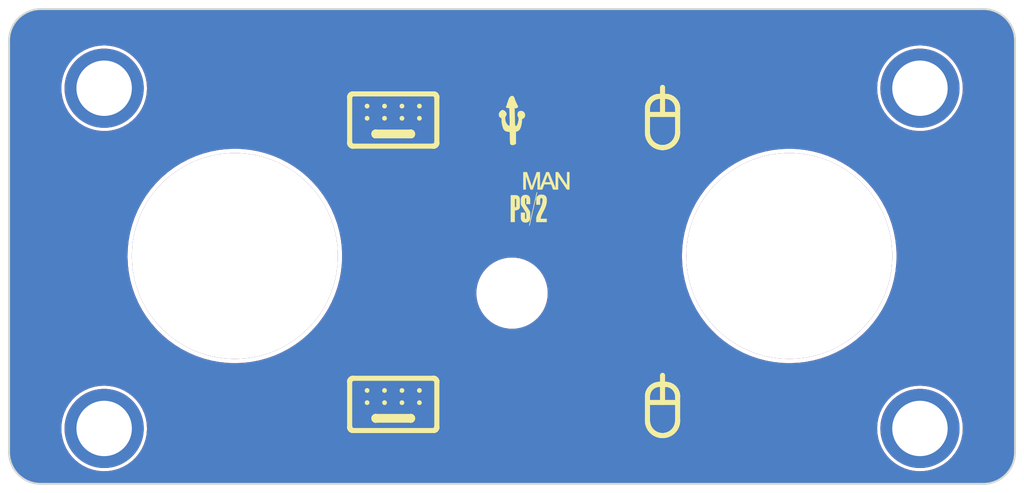
<source format=kicad_pcb>
(kicad_pcb (version 20211014) (generator pcbnew)
  (layers (0 "F.Cu" signal) (31 "B.Cu" signal) (34 "B.Paste" user) (35 "F.Paste" user) (36 "B.SilkS" user "B.Silkscreen") (37 "F.SilkS" user "F.Silkscreen") (38 "B.Mask" user) (39 "F.Mask" user) (44 "Edge.Cuts" user))
  (net 0 "")
  (footprint "ps2usb:frontpanel" (layer "F.Cu") (at 144 96)
    (fp_text reference "REF**" hide)
    (fp_text value "frontpanel" hide)
    (fp_line (start -31.75 13) (end -31.75 -13) (layer "Edge.Cuts") (width 0.12))
    (fp_line (start 29.75 15) (end -29.75 15) (layer "Edge.Cuts") (width 0.12))
    (fp_line (start 31.75 13) (end 31.75 -13) (layer "Edge.Cuts") (width 0.12))
    (fp_line (start -29.75 -15) (end 29.75 -15) (layer "Edge.Cuts") (width 0.12))
    (fp_arc (start -31.75 -13) (mid -31.164214 -14.414214) (end -29.75 -15) (layer "Edge.Cuts") (width 0.12))
    (fp_arc (start 29.75 -15) (mid 31.164214 -14.414214) (end 31.75 -13) (layer "Edge.Cuts") (width 0.12))
    (fp_arc (start -29.75 15) (mid -31.164214 14.414214) (end -31.75 13) (layer "Edge.Cuts") (width 0.12))
    (fp_arc (start 31.75 13) (mid 31.164214 14.414214) (end 29.75 15) (layer "Edge.Cuts") (width 0.12))
    (pad "" np_thru_hole circle (at 0 2.95) (size 4 4) (drill 4) (layers F&B.Cu *.Mask))
    (pad "1" thru_hole circle (at -25.75 11.5) (size 5 5) (drill 3.5) (layers *.Cu *.Mask))
    (pad "1" thru_hole circle (at 25.75 -10) (size 5 5) (drill 3.5) (layers *.Cu *.Mask))
    (pad "1" thru_hole circle (at -25.75 -10) (size 5 5) (drill 3.5) (layers *.Cu *.Mask))
    (pad "1" thru_hole circle (at 25.75 11.5) (size 5 5) (drill 3.5) (layers *.Cu *.Mask))
    (pad "2" thru_hole circle (at -17.5 0.6) (size 13 13) (drill 13) (layers *.Cu *.Mask))
    (pad "2" thru_hole circle (at 17.5 0.6) (size 13 13) (drill 13) (layers *.Cu *.Mask))
  )
  (gr_line (start 135.393669 106.96999) (end 135.388079 106.969565) (layer "F.SilkS") (width 0.333132))
  (gr_line (start 153.155926 86.530396) (end 153.193484 86.523724) (layer "F.SilkS") (width 0.32))
  (gr_line (start 139.096994 104.338432) (end 139.107223 104.341892) (layer "F.SilkS") (width 0.32))
  (gr_line (start 135.388079 106.750568) (end 135.393669 106.750143) (layer "F.SilkS") (width 0.333132))
  (gr_line (start 133.761692 89.515958) (end 133.758231 89.50573) (layer "F.SilkS") (width 0.32))
  (gr_line (start 133.934943 104.331071) (end 133.94596 104.329671) (layer "F.SilkS") (width 0.32))
  (gr_line (start 135.311133 106.925921) (end 135.308064 106.921606) (layer "F.SilkS") (width 0.333132))
  (gr_line (start 139.24177 107.475863) (end 139.238309 107.486091) (layer "F.SilkS") (width 0.32))
  (gr_line (start 139.247194 107.454767) (end 139.244736 107.465417) (layer "F.SilkS") (width 0.32))
  (gr_line (start 135.351615 106.95928) (end 135.346869 106.956849) (layer "F.SilkS") (width 0.333132))
  (gr_line (start 153.954252 89.63549) (end 153.913215 89.656452) (layer "F.SilkS") (width 0.32))
  (gr_line (start 133.780203 89.554416) (end 133.774903 89.545198) (layer "F.SilkS") (width 0.32))
  (gr_line (start 153.193484 86.523724) (end 153.231664 86.518901) (layer "F.SilkS") (width 0.32))
  (gr_line (start 152.552441 87.198123) (end 152.557264 87.159943) (layer "F.SilkS") (width 0.32))
  (gr_line (start 154.391842 105.178901) (end 154.405434 105.213496) (layer "F.SilkS") (width 0.32))
  (gr_line (start 153.172197 89.692447) (end 153.128954 89.675458) (layer "F.SilkS") (width 0.32))
  (gr_line (start 137.688867 88.824079) (end 137.691936 88.828395) (layer "F.SilkS") (width 0.333132))
  (gr_line (start 137.606331 106.96999) (end 137.600667 106.970133) (layer "F.SilkS") (width 0.333132))
  (gr_line (start 139.247194 89.484634) (end 139.244736 89.495284) (layer "F.SilkS") (width 0.32))
  (gr_line (start 139.244736 89.495284) (end 139.24177 89.50573) (layer "F.SilkS") (width 0.32))
  (gr_line (start 137.68214 88.96394) (end 137.678496 88.967762) (layer "F.SilkS") (width 0.333132))
  (gr_line (start 152.824982 104.887953) (end 152.853718 104.865394) (layer "F.SilkS") (width 0.32))
  (gr_line (start 135.294215 106.827336) (end 135.295945 106.822222) (layer "F.SilkS") (width 0.333132))
  (gr_line (start 133.765633 107.496088) (end 133.761692 107.486091) (layer "F.SilkS") (width 0.32))
  (gr_line (start 133.863539 107.603967) (end 133.85432 107.598666) (layer "F.SilkS") (width 0.32))
  (gr_poly (pts (xy 134.854664 105.759545) (xy 134.860254 105.75997) (xy 134.865762 105.76067) (xy 134.871182 105.761638) (xy 134.876507 105.762867) (xy 134.88173 105.76435) (xy 134.886844 105.76608) (xy 134.891843 105.768051) (xy 134.896718 105.770255) (xy 134.901464 105.772686) (xy 134.906073 105.775336) (xy 134.910539 105.778199) (xy 134.914854 105.781268) (xy 134.919012 105.784535) (xy 134.923006 105.787995) (xy 134.926829 105.791639) (xy 134.930473 105.795462) (xy 134.933933 105.799455) (xy 134.9372 105.803613) (xy 134.940269 105.807929) (xy 134.943132 105.812395) (xy 134.945782 105.817004) (xy 134.948213 105.82175) (xy 134.950417 105.826625) (xy 134.952388 105.831623) (xy 134.954118 105.836738) (xy 134.955601 105.841961) (xy 134.95683 105.847286) (xy 134.957798 105.852706) (xy 134.958498 105.858214) (xy 134.958923 105.863804) (xy 134.959066 105.869468) (xy 134.958923 105.875132) (xy 134.958498 105.880722) (xy 134.957798 105.88623) (xy 134.95683 105.89165) (xy 134.955601 105.896975) (xy 134.954118 105.902198) (xy 134.952388 105.907313) (xy 134.950417 105.912311) (xy 134.948213 105.917186) (xy 134.945782 105.921932) (xy 134.943132 105.926541) (xy 134.940269 105.931007) (xy 134.9372 105.935322) (xy 134.933933 105.93948) (xy 134.930473 105.943474) (xy 134.926829 105.947297) (xy 134.923006 105.950941) (xy 134.919012 105.954401) (xy 134.914854 105.957668) (xy 134.910539 105.960737) (xy 134.906073 105.9636) (xy 134.901464 105.96625) (xy 134.896718 105.968681) (xy 134.891843 105.970885) (xy 134.886844 105.972856) (xy 134.88173 105.974586) (xy 134.876507 105.976069) (xy 134.871182 105.977298) (xy 134.865762 105.978266) (xy 134.860254 105.978966) (xy 134.854664 105.979391) (xy 134.849 105.979535) (xy 134.843336 105.979391) (xy 134.837746 105.978966) (xy 134.832238 105.978266) (xy 134.826818 105.977298) (xy 134.821493 105.976069) (xy 134.81627 105.974586) (xy 134.811155 105.972856) (xy 134.806157 105.970885) (xy 134.801282 105.968681) (xy 134.796536 105.96625) (xy 134.791926 105.9636) (xy 134.787461 105.960737) (xy 134.783145 105.957668) (xy 134.778987 105.954401) (xy 134.774994 105.950941) (xy 134.771171 105.947297) (xy 134.767527 105.943474) (xy 134.764067 105.93948) (xy 134.7608 105.935322) (xy 134.757731 105.931007) (xy 134.754868 105.926541) (xy 134.752218 105.921932) (xy 134.749787 105.917186) (xy 134.747583 105.912311) (xy 134.745612 105.907313) (xy 134.743882 105.902198) (xy 134.742399 105.896975) (xy 134.74117 105.89165) (xy 134.740202 105.88623) (xy 134.739502 105.880722) (xy 134.739077 105.875132) (xy 134.738933 105.869468) (xy 134.739077 105.863804) (xy 134.739502 105.858214) (xy 134.740202 105.852706) (xy 134.74117 105.847286) (xy 134.742399 105.841961) (xy 134.743882 105.836738) (xy 134.745612 105.831623) (xy 134.747583 105.826625) (xy 134.749787 105.82175) (xy 134.752218 105.817004) (xy 134.754868 105.812395) (xy 134.757731 105.807929) (xy 134.7608 105.803613) (xy 134.764067 105.799455) (xy 134.767527 105.795462) (xy 134.771171 105.791639) (xy 134.774994 105.787995) (xy 134.778987 105.784535) (xy 134.783145 105.781268) (xy 134.787461 105.778199) (xy 134.791926 105.775336) (xy 134.796536 105.772686) (xy 134.801282 105.770255) (xy 134.806157 105.768051) (xy 134.811155 105.76608) (xy 134.81627 105.76435) (xy 134.821493 105.762867) (xy 134.826818 105.761638) (xy 134.832238 105.76067) (xy 134.837746 105.75997) (xy 134.843336 105.759545) (xy 134.849 105.759401)) (layer "F.SilkS") (width 0.08) (fill solid))
  (gr_line (start 154.254192 104.96342) (end 154.278081 104.991015) (layer "F.SilkS") (width 0.32))
  (gr_line (start 139.187191 104.39301) (end 139.19448 104.400655) (layer "F.SilkS") (width 0.32))
  (gr_line (start 133.785929 89.563348) (end 133.780203 89.554416) (layer "F.SilkS") (width 0.32))
  (gr_line (start 135.31786 88.815928) (end 135.321504 88.812105) (layer "F.SilkS") (width 0.333132))
  (gr_line (start 154.417366 105.248901) (end 154.427592 105.285071) (layer "F.SilkS") (width 0.32))
  (gr_line (start 135.321504 88.967762) (end 135.31786 88.96394) (layer "F.SilkS") (width 0.333132))
  (gr_line (start 139.25138 86.567207) (end 139.251667 86.578535) (layer "F.SilkS") (width 0.32))
  (gr_line (start 133.749471 89.462777) (end 133.74862 89.451597) (layer "F.SilkS") (width 0.32))
  (gr_line (start 152.77098 104.937013) (end 152.797387 104.911842) (layer "F.SilkS") (width 0.32))
  (gr_line (start 139.179546 86.415588) (end 139.187191 86.422877) (layer "F.SilkS") (width 0.32))
  (gr_line (start 153.783545 89.707363) (end 153.738333 89.720146) (layer "F.SilkS") (width 0.32))
  (gr_line (start 135.297916 88.932777) (end 135.295945 88.927778) (layer "F.SilkS") (width 0.333132))
  (gr_line (start 139.219797 89.554416) (end 139.214071 89.563348) (layer "F.SilkS") (width 0.32))
  (gr_line (start 154.26293 89.368508) (end 154.234731 89.404429) (layer "F.SilkS") (width 0.32))
  (gr_line (start 137.710733 88.889934) (end 137.710733 88.889934) (layer "F.SilkS") (width 0.333132))
  (gr_line (start 152.559449 107.143375) (end 152.553419 107.095649) (layer "F.SilkS") (width 0.32))
  (gr_line (start 154.451474 88.798524) (end 154.450241 88.84763) (layer "F.SilkS") (width 0.32))
  (gr_line (start 133.836758 104.372267) (end 133.845389 104.36613) (layer "F.SilkS") (width 0.32))
  (gr_line (start 137.678496 88.812105) (end 137.68214 88.815928) (layer "F.SilkS") (width 0.333132))
  (gr_line (start 135.333479 106.948267) (end 135.329321 106.944999) (layer "F.SilkS") (width 0.333132))
  (gr_line (start 135.289267 88.889934) (end 135.289267 88.889934) (layer "F.SilkS") (width 0.333132))
  (gr_line (start 137.709465 88.906696) (end 137.708497 88.912116) (layer "F.SilkS") (width 0.333132))
  (gr_line (start 137.633397 106.965185) (end 137.628174 106.966668) (layer "F.SilkS") (width 0.333132))
  (gr_line (start 139.031533 89.660402) (end 139.031533 89.660402) (layer "F.SilkS") (width 0.32))
  (gr_line (start 153.994099 107.812204) (end 153.954252 107.835063) (layer "F.SilkS") (width 0.32))
  (gr_line (start 139.096994 86.368299) (end 139.107223 86.371759) (layer "F.SilkS") (width 0.32))
  (gr_line (start 133.87303 89.638695) (end 133.863539 89.633834) (layer "F.SilkS") (width 0.32))
  (gr_line (start 137.622849 106.752236) (end 137.628174 106.753465) (layer "F.SilkS") (width 0.333132))
  (gr_poly (pts (xy 135.955333 87.018945) (xy 135.960922 87.01937) (xy 135.966431 87.02007) (xy 135.971851 87.021038) (xy 135.977176 87.022267) (xy 135.982399 87.02375) (xy 135.987513 87.02548) (xy 135.992512 87.027451) (xy 135.997387 87.029655) (xy 136.002133 87.032086) (xy 136.006742 87.034736) (xy 136.011208 87.037599) (xy 136.015523 87.040668) (xy 136.019681 87.043935) (xy 136.023675 87.047395) (xy 136.027498 87.051039) (xy 136.031142 87.054862) (xy 136.034601 87.058856) (xy 136.037869 87.063014) (xy 136.040938 87.067329) (xy 136.043801 87.071795) (xy 136.046451 87.076404) (xy 136.048882 87.08115) (xy 136.051086 87.086025) (xy 136.053057 87.091024) (xy 136.054787 87.096138) (xy 136.05627 87.101361) (xy 136.057499 87.106686) (xy 136.058467 87.112106) (xy 136.059167 87.117614) (xy 136.059592 87.123204) (xy 136.059735 87.128868) (xy 136.059592 87.134532) (xy 136.059167 87.140122) (xy 136.058467 87.14563) (xy 136.057499 87.15105) (xy 136.05627 87.156375) (xy 136.054787 87.161598) (xy 136.053057 87.166713) (xy 136.051086 87.171711) (xy 136.048882 87.176586) (xy 136.046451 87.181332) (xy 136.043801 87.185942) (xy 136.040938 87.190407) (xy 136.037869 87.194723) (xy 136.034601 87.198881) (xy 136.031142 87.202874) (xy 136.027498 87.206697) (xy 136.023675 87.210341) (xy 136.019681 87.213801) (xy 136.015523 87.217068) (xy 136.011208 87.220137) (xy 136.006742 87.223) (xy 136.002133 87.22565) (xy 135.997387 87.228081) (xy 135.992512 87.230285) (xy 135.987513 87.232256) (xy 135.982399 87.233986) (xy 135.977176 87.235469) (xy 135.971851 87.236698) (xy 135.966431 87.237666) (xy 135.960922 87.238366) (xy 135.955333 87.238791) (xy 135.949669 87.238935) (xy 135.944005 87.238791) (xy 135.938415 87.238366) (xy 135.932907 87.237666) (xy 135.927487 87.236698) (xy 135.922162 87.235469) (xy 135.916938 87.233986) (xy 135.911824 87.232256) (xy 135.906826 87.230285) (xy 135.90195 87.228081) (xy 135.897205 87.22565) (xy 135.892595 87.223) (xy 135.88813 87.220137) (xy 135.883814 87.217068) (xy 135.879656 87.213801) (xy 135.875663 87.210341) (xy 135.87184 87.206697) (xy 135.868196 87.202874) (xy 135.864736 87.198881) (xy 135.861469 87.194723) (xy 135.8584 87.190407) (xy 135.855537 87.185942) (xy 135.852887 87.181332) (xy 135.850456 87.176586) (xy 135.848252 87.171711) (xy 135.846281 87.166713) (xy 135.844551 87.161598) (xy 135.843068 87.156375) (xy 135.841838 87.15105) (xy 135.840871 87.14563) (xy 135.840171 87.140122) (xy 135.839746 87.134532) (xy 135.839602 87.128868) (xy 135.839746 87.123204) (xy 135.840171 87.117614) (xy 135.840871 87.112106) (xy 135.841838 87.106686) (xy 135.843068 87.101361) (xy 135.844551 87.096138) (xy 135.846281 87.091024) (xy 135.848252 87.086025) (xy 135.850456 87.08115) (xy 135.852887 87.076404) (xy 135.855537 87.071795) (xy 135.8584 87.067329) (xy 135.861469 87.063014) (xy 135.864736 87.058856) (xy 135.868196 87.054862) (xy 135.87184 87.051039) (xy 135.875663 87.047395) (xy 135.879656 87.043935) (xy 135.883814 87.040668) (xy 135.88813 87.037599) (xy 135.892595 87.034736) (xy 135.897205 87.032086) (xy 135.90195 87.029655) (xy 135.906826 87.027451) (xy 135.911824 87.02548) (xy 135.916938 87.02375) (xy 135.922162 87.022267) (xy 135.927487 87.021038) (xy 135.932907 87.02007) (xy 135.938415 87.01937) (xy 135.944005 87.018945) (xy 135.949669 87.018802)) (layer "F.SilkS") (width 0.08) (fill solid))
  (gr_line (start 135.294215 88.922664) (end 135.292732 88.917441) (layer "F.SilkS") (width 0.333132))
  (gr_line (start 139.171558 107.580268) (end 139.163242 107.586803) (layer "F.SilkS") (width 0.32))
  (gr_line (start 152.623067 107.369143) (end 152.606077 107.3259) (layer "F.SilkS") (width 0.32))
  (gr_line (start 153.5 89.75) (end 153.5 89.75) (layer "F.SilkS") (width 0.32))
  (gr_poly (pts (xy 134.854664 87.789412) (xy 134.860254 87.789837) (xy 134.865762 87.790537) (xy 134.871182 87.791505) (xy 134.876507 87.792734) (xy 134.88173 87.794217) (xy 134.886844 87.795947) (xy 134.891843 87.797918) (xy 134.896718 87.800122) (xy 134.901464 87.802553) (xy 134.906073 87.805203) (xy 134.910539 87.808066) (xy 134.914854 87.811135) (xy 134.919012 87.814402) (xy 134.923006 87.817862) (xy 134.926829 87.821506) (xy 134.930473 87.825329) (xy 134.933933 87.829322) (xy 134.9372 87.83348) (xy 134.940269 87.837796) (xy 134.943132 87.842262) (xy 134.945782 87.846871) (xy 134.948213 87.851617) (xy 134.950417 87.856492) (xy 134.952388 87.86149) (xy 134.954118 87.866605) (xy 134.955601 87.871828) (xy 134.95683 87.877153) (xy 134.957798 87.882573) (xy 134.958498 87.888081) (xy 134.958923 87.893671) (xy 134.959066 87.899335) (xy 134.958923 87.904999) (xy 134.958498 87.910589) (xy 134.957798 87.916097) (xy 134.95683 87.921517) (xy 134.955601 87.926842) (xy 134.954118 87.932065) (xy 134.952388 87.93718) (xy 134.950417 87.942178) (xy 134.948213 87.947053) (xy 134.945782 87.951799) (xy 134.943132 87.956408) (xy 134.940269 87.960874) (xy 134.9372 87.965189) (xy 134.933933 87.969347) (xy 134.930473 87.973341) (xy 134.926829 87.977164) (xy 134.923006 87.980808) (xy 134.919012 87.984268) (xy 134.914854 87.987535) (xy 134.910539 87.990604) (xy 134.906073 87.993467) (xy 134.901464 87.996117) (xy 134.896718 87.998548) (xy 134.891843 88.000752) (xy 134.886844 88.002723) (xy 134.88173 88.004453) (xy 134.876507 88.005936) (xy 134.871182 88.007165) (xy 134.865762 88.008133) (xy 134.860254 88.008833) (xy 134.854664 88.009258) (xy 134.849 88.009402) (xy 134.843336 88.009258) (xy 134.837746 88.008833) (xy 134.832238 88.008133) (xy 134.826818 88.007165) (xy 134.821493 88.005936) (xy 134.81627 88.004453) (xy 134.811155 88.002723) (xy 134.806157 88.000752) (xy 134.801282 87.998548) (xy 134.796536 87.996117) (xy 134.791926 87.993467) (xy 134.787461 87.990604) (xy 134.783145 87.987535) (xy 134.778987 87.984268) (xy 134.774994 87.980808) (xy 134.771171 87.977164) (xy 134.767527 87.973341) (xy 134.764067 87.969347) (xy 134.7608 87.965189) (xy 134.757731 87.960874) (xy 134.754868 87.956408) (xy 134.752218 87.951799) (xy 134.749787 87.947053) (xy 134.747583 87.942178) (xy 134.745612 87.93718) (xy 134.743882 87.932065) (xy 134.742399 87.926842) (xy 134.74117 87.921517) (xy 134.740202 87.916097) (xy 134.739502 87.910589) (xy 134.739077 87.904999) (xy 134.738933 87.899335) (xy 134.739077 87.893671) (xy 134.739502 87.888081) (xy 134.740202 87.882573) (xy 134.74117 87.877153) (xy 134.742399 87.871828) (xy 134.743882 87.866605) (xy 134.745612 87.86149) (xy 134.747583 87.856492) (xy 134.749787 87.851617) (xy 134.752218 87.846871) (xy 134.754868 87.842262) (xy 134.757731 87.837796) (xy 134.7608 87.83348) (xy 134.764067 87.829322) (xy 134.767527 87.825329) (xy 134.771171 87.821506) (xy 134.774994 87.817862) (xy 134.778987 87.814402) (xy 134.783145 87.811135) (xy 134.787461 87.808066) (xy 134.791926 87.805203) (xy 134.796536 87.802553) (xy 134.801282 87.800122) (xy 134.806157 87.797918) (xy 134.811155 87.795947) (xy 134.81627 87.794217) (xy 134.821493 87.792734) (xy 134.826818 87.791505) (xy 134.832238 87.790537) (xy 134.837746 87.789837) (xy 134.843336 87.789412) (xy 134.849 87.789268)) (layer "F.SilkS") (width 0.08) (fill solid))
  (gr_line (start 137.710165 88.901187) (end 137.709465 88.906696) (layer "F.SilkS") (width 0.333132))
  (gr_line (start 152.608159 86.979328) (end 152.623363 86.945593) (layer "F.SilkS") (width 0.32))
  (gr_line (start 135.337794 88.798665) (end 135.34226 88.795802) (layer "F.SilkS") (width 0.333132))
  (gr_line (start 139.25138 107.42173) (end 139.25053 107.43291) (layer "F.SilkS") (width 0.32))
  (gr_line (start 133.968467 107.630535) (end 133.957139 107.630249) (layer "F.SilkS") (width 0.32))
  (gr_line (start 139.25053 86.556028) (end 139.25138 86.567207) (layer "F.SilkS") (width 0.32))
  (gr_line (start 133.780203 107.524549) (end 133.774903 107.515331) (layer "F.SilkS") (width 0.32))
  (gr_line (start 137.65774 88.984066) (end 137.653131 88.986716) (layer "F.SilkS") (width 0.333132))
  (gr_line (start 135.292732 88.917441) (end 135.291503 88.912116) (layer "F.SilkS") (width 0.333132))
  (gr_line (start 133.798602 104.408643) (end 133.805521 104.400655) (layer "F.SilkS") (width 0.32))
  (gr_line (start 139.031533 107.630535) (end 139.031533 107.630535) (layer "F.SilkS") (width 0.32))
  (gr_line (start 153.987132 104.774192) (end 154.020868 104.789396) (layer "F.SilkS") (width 0.32))
  (gr_line (start 133.820455 86.415588) (end 133.828442 86.40867) (layer "F.SilkS") (width 0.32))
  (gr_line (start 152.853718 104.865394) (end 152.883549 104.844211) (layer "F.SilkS") (width 0.32))
  (gr_line (start 139.075898 89.65593) (end 139.065058 89.657866) (layer "F.SilkS") (width 0.32))
  (gr_line (start 152.594567 87.013923) (end 152.608159 86.979328) (layer "F.SilkS") (width 0.32))
  (gr_line (start 135.297916 106.90291) (end 135.295945 106.897911) (layer "F.SilkS") (width 0.333132))
  (gr_line (start 154.140397 107.702968) (end 154.105904 107.732829) (layer "F.SilkS") (width 0.32))
  (gr_line (start 152.582634 87.049328) (end 152.594567 87.013923) (layer "F.SilkS") (width 0.32))
  (gr_line (start 135.388079 88.999432) (end 135.382571 88.998732) (layer "F.SilkS") (width 0.333132))
  (gr_line (start 135.321504 106.937895) (end 135.31786 106.934073) (layer "F.SilkS") (width 0.333132))
  (gr_line (start 137.691936 106.921606) (end 137.688867 106.925921) (layer "F.SilkS") (width 0.333132))
  (gr_line (start 135.351615 88.989147) (end 135.346869 88.986716) (layer "F.SilkS") (width 0.333132))
  (gr_line (start 154.053698 86.606592) (end 154.085575 86.62488) (layer "F.SilkS") (width 0.32))
  (gr_line (start 139.24913 104.515144) (end 139.25053 104.526161) (layer "F.SilkS") (width 0.32))
  (gr_line (start 153.645277 89.739076) (end 153.597551 89.745105) (layer "F.SilkS") (width 0.32))
  (gr_line (start 135.34226 106.765935) (end 135.346869 106.763285) (layer "F.SilkS") (width 0.333132))
  (gr_line (start 152.623363 86.945593) (end 152.640133 86.912763) (layer "F.SilkS") (width 0.32))
  (gr_line (start 133.903006 107.620639) (end 133.892778 107.617178) (layer "F.SilkS") (width 0.32))
  (gr_line (start 154.432211 107.190321) (end 154.42162 107.23643) (layer "F.SilkS") (width 0.32))
  (gr_line (start 133.903006 104.338432) (end 133.913452 104.335465) (layer "F.SilkS") (width 0.32))
  (gr_line (start 153.5 89.75) (end 153.450893 89.748766) (layer "F.SilkS") (width 0.32))
  (gr_line (start 152.699361 86.820178) (end 152.72192 86.791442) (layer "F.SilkS") (width 0.32))
  (gr_line (start 135.289835 88.901187) (end 135.28941 88.895598) (layer "F.SilkS") (width 0.333132))
  (gr_line (start 135.333479 88.801734) (end 135.337794 88.798665) (layer "F.SilkS") (width 0.333132))
  (gr_line (start 135.305201 88.83286) (end 135.308064 88.828395) (layer "F.SilkS") (width 0.333132))
  (gr_line (start 154.436065 105.321959) (end 154.442736 105.359516) (layer "F.SilkS") (width 0.32))
  (gr_line (start 133.755264 89.495284) (end 133.752806 89.484634) (layer "F.SilkS") (width 0.32))
  (gr_line (start 133.913452 107.623605) (end 133.903006 107.620639) (layer "F.SilkS") (width 0.32))
  (gr_line (start 154.229021 104.937013) (end 154.254192 104.96342) (layer "F.SilkS") (width 0.32))
  (gr_line (start 137.648385 106.95928) (end 137.64351 106.961484) (layer "F.SilkS") (width 0.333132))
  (gr_line (start 133.755264 104.493653) (end 133.758231 104.483207) (layer "F.SilkS") (width 0.32))
  (gr_line (start 137.708497 106.837885) (end 137.709465 106.843305) (layer "F.SilkS") (width 0.333132))
  (gr_line (start 137.704054 106.822222) (end 137.705785 106.827336) (layer "F.SilkS") (width 0.333132))
  (gr_line (start 153.768337 86.518901) (end 153.806517 86.523724) (layer "F.SilkS") (width 0.32))
  (gr_line (start 152.548525 106.998097) (end 152.548525 105.475738) (layer "F.SilkS") (width 0.32))
  (gr_line (start 139.251667 89.440269) (end 139.25138 89.451597) (layer "F.SilkS") (width 0.32))
  (gr_line (start 154.175019 104.887953) (end 154.202614 104.911842) (layer "F.SilkS") (width 0.32))
  (gr_line (start 153.768337 104.718474) (end 153.806517 104.723297) (layer "F.SilkS") (width 0.32))
  (gr_line (start 152.946304 104.806165) (end 152.979134 104.789396) (layer "F.SilkS") (width 0.32))
  (gr_line (start 152.553419 88.896076) (end 152.549758 88.847631) (layer "F.SilkS") (width 0.32))
  (gr_line (start 153.806517 86.523724) (end 153.844074 86.530396) (layer "F.SilkS") (width 0.32))
  (gr_line (start 135.308064 88.951473) (end 135.305201 88.947007) (layer "F.SilkS") (width 0.333132))
  (gr_line (start 139.25138 89.451597) (end 139.25053 89.462777) (layer "F.SilkS") (width 0.32))
  (gr_line (start 135.295945 88.852089) (end 135.297916 88.847091) (layer "F.SilkS") (width 0.333132))
  (gr_line (start 153.597551 107.944678) (end 153.549106 107.948339) (layer "F.SilkS") (width 0.32))
  (gr_line (start 135.333479 106.771867) (end 135.337794 106.768798) (layer "F.SilkS") (width 0.333132))
  (gr_line (start 139.065058 89.657866) (end 139.054041 89.659266) (layer "F.SilkS") (width 0.32))
  (gr_line (start 137.638511 106.756679) (end 137.64351 106.75865) (layer "F.SilkS") (width 0.333132))
  (gr_line (start 133.752806 104.504303) (end 133.755264 104.493653) (layer "F.SilkS") (width 0.32))
  (gr_line (start 133.74862 107.42173) (end 133.748334 107.410402) (layer "F.SilkS") (width 0.32))
  (gr_line (start 152.663034 89.252777) (end 152.642072 89.21174) (layer "F.SilkS") (width 0.32))
  (gr_line (start 137.617429 106.968865) (end 137.61192 106.969565) (layer "F.SilkS") (width 0.333132))
  (gr_line (start 137.633397 88.784816) (end 137.638511 88.786546) (layer "F.SilkS") (width 0.333132))
  (gr_line (start 133.748334 107.410402) (end 133.748334 107.410402) (layer "F.SilkS") (width 0.32))
  (gr_line (start 152.557264 87.159943) (end 152.563936 87.122386) (layer "F.SilkS") (width 0.32))
  (gr_line (start 133.85432 89.628533) (end 133.845389 89.622807) (layer "F.SilkS") (width 0.32))
  (gr_line (start 133.74862 104.53734) (end 133.749471 104.526161) (layer "F.SilkS") (width 0.32))
  (gr_line (start 133.785929 107.533481) (end 133.780203 107.524549) (layer "F.SilkS") (width 0.32))
  (gr_line (start 137.648385 88.989147) (end 137.64351 88.991351) (layer "F.SilkS") (width 0.333132))
  (gr_line (start 152.559449 88.943802) (end 152.553419 88.896076) (layer "F.SilkS") (width 0.32))
  (gr_line (start 139.251667 86.578535) (end 139.251667 86.578535) (layer "F.SilkS") (width 0.32))
  (gr_line (start 137.710165 106.87132) (end 137.709465 106.876829) (layer "F.SilkS") (width 0.333132))
  (gr_line (start 137.69988 88.842215) (end 137.702084 88.847091) (layer "F.SilkS") (width 0.333132))
  (gr_line (start 137.65774 106.765935) (end 137.662206 106.768798) (layer "F.SilkS") (width 0.333132))
  (gr_line (start 154.376932 107.369143) (end 154.357927 107.411312) (layer "F.SilkS") (width 0.32))
  (gr_line (start 137.674673 106.778594) (end 137.678496 106.782238) (layer "F.SilkS") (width 0.333132))
  (gr_line (start 154.357927 107.411312) (end 154.336965 107.45235) (layer "F.SilkS") (width 0.32))
  (gr_poly (pts (xy 138.156665 105.759545) (xy 138.162255 105.75997) (xy 138.167763 105.76067) (xy 138.173183 105.761638) (xy 138.178509 105.762867) (xy 138.183732 105.76435) (xy 138.188846 105.76608) (xy 138.193844 105.768051) (xy 138.19872 105.770255) (xy 138.203465 105.772686) (xy 138.208075 105.775336) (xy 138.21254 105.778199) (xy 138.216856 105.781268) (xy 138.221014 105.784535) (xy 138.225007 105.787995) (xy 138.22883 105.791639) (xy 138.232474 105.795462) (xy 138.235934 105.799455) (xy 138.239201 105.803613) (xy 138.24227 105.807929) (xy 138.245133 105.812395) (xy 138.247783 105.817004) (xy 138.250214 105.82175) (xy 138.252418 105.826625) (xy 138.254389 105.831623) (xy 138.256119 105.836738) (xy 138.257603 105.841961) (xy 138.258832 105.847286) (xy 138.2598 105.852706) (xy 138.260499 105.858214) (xy 138.260925 105.863804) (xy 138.261068 105.869468) (xy 138.260925 105.875132) (xy 138.260499 105.880722) (xy 138.2598 105.88623) (xy 138.258832 105.89165) (xy 138.257603 105.896975) (xy 138.256119 105.902198) (xy 138.254389 105.907313) (xy 138.252418 105.912311) (xy 138.250214 105.917186) (xy 138.247783 105.921932) (xy 138.245133 105.926541) (xy 138.24227 105.931007) (xy 138.239201 105.935322) (xy 138.235934 105.93948) (xy 138.232474 105.943474) (xy 138.22883 105.947297) (xy 138.225007 105.950941) (xy 138.221014 105.954401) (xy 138.216856 105.957668) (xy 138.21254 105.960737) (xy 138.208075 105.9636) (xy 138.203465 105.96625) (xy 138.19872 105.968681) (xy 138.193844 105.970885) (xy 138.188846 105.972856) (xy 138.183732 105.974586) (xy 138.178509 105.976069) (xy 138.173183 105.977298) (xy 138.167763 105.978266) (xy 138.162255 105.978966) (xy 138.156665 105.979391) (xy 138.151001 105.979535) (xy 138.145337 105.979391) (xy 138.139748 105.978966) (xy 138.134239 105.978266) (xy 138.128819 105.977298) (xy 138.123494 105.976069) (xy 138.118271 105.974586) (xy 138.113157 105.972856) (xy 138.108158 105.970885) (xy 138.103283 105.968681) (xy 138.098537 105.96625) (xy 138.093928 105.9636) (xy 138.089462 105.960737) (xy 138.085147 105.957668) (xy 138.080989 105.954401) (xy 138.076995 105.950941) (xy 138.073172 105.947297) (xy 138.069528 105.943474) (xy 138.066069 105.93948) (xy 138.062801 105.935322) (xy 138.059732 105.931007) (xy 138.056869 105.926541) (xy 138.054219 105.921932) (xy 138.051788 105.917186) (xy 138.049584 105.912311) (xy 138.047614 105.907313) (xy 138.045883 105.902198) (xy 138.0444 105.896975) (xy 138.043171 105.89165) (xy 138.042203 105.88623) (xy 138.041503 105.880722) (xy 138.041078 105.875132) (xy 138.040935 105.869468) (xy 138.041078 105.863804) (xy 138.041503 105.858214) (xy 138.042203 105.852706) (xy 138.043171 105.847286) (xy 138.0444 105.841961) (xy 138.045883 105.836738) (xy 138.047614 105.831623) (xy 138.049584 105.826625) (xy 138.051788 105.82175) (xy 138.054219 105.817004) (xy 138.056869 105.812395) (xy 138.059732 105.807929) (xy 138.062801 105.803613) (xy 138.066069 105.799455) (xy 138.069528 105.795462) (xy 138.073172 105.791639) (xy 138.076995 105.787995) (xy 138.080989 105.784535) (xy 138.085147 105.781268) (xy 138.089462 105.778199) (xy 138.093928 105.775336) (xy 138.098537 105.772686) (xy 138.103283 105.770255) (xy 138.108158 105.768051) (xy 138.113157 105.76608) (xy 138.118271 105.76435) (xy 138.123494 105.762867) (xy 138.128819 105.761638) (xy 138.134239 105.76067) (xy 138.139748 105.75997) (xy 138.145337 105.759545) (xy 138.151001 105.759401)) (layer "F.SilkS") (width 0.08) (fill solid))
  (gr_line (start 135.371826 106.966668) (end 135.366603 106.965185) (layer "F.SilkS") (width 0.333132))
  (gr_line (start 137.633397 106.754949) (end 137.638511 106.756679) (layer "F.SilkS") (width 0.333132))
  (gr_line (start 154.020868 104.789396) (end 154.053698 104.806165) (layer "F.SilkS") (width 0.32))
  (gr_line (start 139.179546 104.385721) (end 139.187191 104.39301) (layer "F.SilkS") (width 0.32))
  (gr_line (start 152.710592 107.530794) (end 152.685894 107.492197) (layer "F.SilkS") (width 0.32))
  (gr_line (start 153.549106 89.748766) (end 153.5 89.75) (layer "F.SilkS") (width 0.32))
  (gr_line (start 133.805521 104.400655) (end 133.81281 104.39301) (layer "F.SilkS") (width 0.32))
  (gr_line (start 133.913452 86.365332) (end 133.924103 86.362874) (layer "F.SilkS") (width 0.32))
  (gr_poly (pts (xy 145.594149 92.576144) (xy 145.111244 94.693482) (xy 145.069387 94.690399) (xy 145.552291 92.573061)) (layer "F.SilkS") (width 0.003) (fill solid))
  (gr_line (start 139.214071 89.563348) (end 139.207934 89.571978) (layer "F.SilkS") (width 0.32))
  (gr_line (start 154.391842 86.979328) (end 154.405434 87.013923) (layer "F.SilkS") (width 0.32))
  (gr_line (start 139.031533 107.630535) (end 133.968467 107.630535) (layer "F.SilkS") (width 0.32))
  (gr_line (start 154.359868 86.912763) (end 154.376638 86.945593) (layer "F.SilkS") (width 0.32))
  (gr_line (start 154.393922 89.126327) (end 154.376932 89.16957) (layer "F.SilkS") (width 0.32))
  (gr_line (start 137.61192 88.780435) (end 137.617429 88.781135) (layer "F.SilkS") (width 0.333132))
  (gr_line (start 133.882781 107.613236) (end 133.87303 107.608828) (layer "F.SilkS") (width 0.32))
  (gr_line (start 137.622849 106.967897) (end 137.617429 106.968865) (layer "F.SilkS") (width 0.333132))
  (gr_line (start 139.201399 89.580294) (end 139.19448 89.588282) (layer "F.SilkS") (width 0.32))
  (gr_line (start 139.075898 104.333007) (end 139.086548 104.335465) (layer "F.SilkS") (width 0.32))
  (gr_poly (pts (xy 138.156666 87.018945) (xy 138.162256 87.01937) (xy 138.167764 87.02007) (xy 138.173184 87.021038) (xy 138.178509 87.022267) (xy 138.183732 87.02375) (xy 138.188846 87.02548) (xy 138.193845 87.027451) (xy 138.19872 87.029655) (xy 138.203466 87.032086) (xy 138.208075 87.034736) (xy 138.212541 87.037599) (xy 138.216856 87.040668) (xy 138.221014 87.043935) (xy 138.225008 87.047395) (xy 138.228831 87.051039) (xy 138.232475 87.054862) (xy 138.235934 87.058856) (xy 138.239202 87.063014) (xy 138.242271 87.067329) (xy 138.245134 87.071795) (xy 138.247784 87.076404) (xy 138.250215 87.08115) (xy 138.252419 87.086025) (xy 138.25439 87.091024) (xy 138.25612 87.096138) (xy 138.257603 87.101361) (xy 138.258832 87.106686) (xy 138.2598 87.112106) (xy 138.2605 87.117614) (xy 138.260925 87.123204) (xy 138.261068 87.128868) (xy 138.260925 87.134532) (xy 138.2605 87.140122) (xy 138.2598 87.14563) (xy 138.258832 87.15105) (xy 138.257603 87.156375) (xy 138.25612 87.161598) (xy 138.25439 87.166713) (xy 138.252419 87.171711) (xy 138.250215 87.176586) (xy 138.247784 87.181332) (xy 138.245134 87.185942) (xy 138.242271 87.190407) (xy 138.239202 87.194723) (xy 138.235934 87.198881) (xy 138.232475 87.202874) (xy 138.228831 87.206697) (xy 138.225008 87.210341) (xy 138.221014 87.213801) (xy 138.216856 87.217068) (xy 138.212541 87.220137) (xy 138.208075 87.223) (xy 138.203466 87.22565) (xy 138.19872 87.228081) (xy 138.193845 87.230285) (xy 138.188846 87.232256) (xy 138.183732 87.233986) (xy 138.178509 87.235469) (xy 138.173184 87.236698) (xy 138.167764 87.237666) (xy 138.162256 87.238366) (xy 138.156666 87.238791) (xy 138.151002 87.238935) (xy 138.145338 87.238791) (xy 138.139748 87.238366) (xy 138.13424 87.237666) (xy 138.12882 87.236698) (xy 138.123495 87.235469) (xy 138.118271 87.233986) (xy 138.113157 87.232256) (xy 138.108159 87.230285) (xy 138.103283 87.228081) (xy 138.098538 87.22565) (xy 138.093928 87.223) (xy 138.089463 87.220137) (xy 138.085147 87.217068) (xy 138.080989 87.213801) (xy 138.076996 87.210341) (xy 138.073173 87.206697) (xy 138.069529 87.202874) (xy 138.066069 87.198881) (xy 138.062802 87.194723) (xy 138.059733 87.190407) (xy 138.05687 87.185942) (xy 138.05422 87.181332) (xy 138.051789 87.176586) (xy 138.049585 87.171711) (xy 138.047614 87.166713) (xy 138.045884 87.161598) (xy 138.044401 87.156375) (xy 138.043171 87.15105) (xy 138.042204 87.14563) (xy 138.041504 87.140122) (xy 138.041079 87.134532) (xy 138.040935 87.128868) (xy 138.041079 87.123204) (xy 138.041504 87.117614) (xy 138.042204 87.112106) (xy 138.043171 87.106686) (xy 138.044401 87.101361) (xy 138.045884 87.096138) (xy 138.047614 87.091024) (xy 138.049585 87.086025) (xy 138.051789 87.08115) (xy 138.05422 87.076404) (xy 138.05687 87.071795) (xy 138.059733 87.067329) (xy 138.062802 87.063014) (xy 138.066069 87.058856) (xy 138.069529 87.054862) (xy 138.073173 87.051039) (xy 138.076996 87.047395) (xy 138.080989 87.043935) (xy 138.085147 87.040668) (xy 138.089463 87.037599) (xy 138.093928 87.034736) (xy 138.098538 87.032086) (xy 138.103283 87.029655) (xy 138.108159 87.027451) (xy 138.113157 87.02548) (xy 138.118271 87.02375) (xy 138.123495 87.022267) (xy 138.12882 87.021038) (xy 138.13424 87.02007) (xy 138.139748 87.01937) (xy 138.145338 87.018945) (xy 138.151002 87.018802)) (layer "F.SilkS") (width 0.08) (fill solid))
  (gr_line (start 139.163242 89.61667) (end 139.154612 89.622807) (layer "F.SilkS") (width 0.32))
  (gr_line (start 152.606077 89.126327) (end 152.591162 89.08207) (layer "F.SilkS") (width 0.32))
  (gr_line (start 153.72958 104.715545) (end 153.768337 104.718474) (layer "F.SilkS") (width 0.32))
  (gr_line (start 139.12697 89.638695) (end 139.117219 89.643103) (layer "F.SilkS") (width 0.32))
  (gr_line (start 139.065058 104.331071) (end 139.075898 104.333007) (layer "F.SilkS") (width 0.32))
  (gr_line (start 154.341581 105.080459) (end 154.359868 105.112336) (layer "F.SilkS") (width 0.32))
  (gr_line (start 152.642072 107.411313) (end 152.623067 107.369143) (layer "F.SilkS") (width 0.32))
  (gr_line (start 133.882781 89.643103) (end 133.87303 89.638695) (layer "F.SilkS") (width 0.32))
  (gr_line (start 135.308064 106.798528) (end 135.311133 106.794212) (layer "F.SilkS") (width 0.333132))
  (gr_line (start 133.968467 86.358402) (end 139.031533 86.358402) (layer "F.SilkS") (width 0.32))
  (gr_line (start 137.622849 88.782103) (end 137.628174 88.783332) (layer "F.SilkS") (width 0.333132))
  (gr_line (start 152.979134 104.789396) (end 153.012869 104.774192) (layer "F.SilkS") (width 0.32))
  (gr_line (start 137.710165 106.848813) (end 137.71059 106.854403) (layer "F.SilkS") (width 0.333132))
  (gr_line (start 152.663034 107.45235) (end 152.642072 107.411313) (layer "F.SilkS") (width 0.32))
  (gr_line (start 139.251667 104.548668) (end 139.251667 107.410402) (layer "F.SilkS") (width 0.32))
  (gr_line (start 153.5 107.949573) (end 153.450893 107.948339) (layer "F.SilkS") (width 0.32))
  (gr_line (start 133.752806 107.454767) (end 133.75087 107.443926) (layer "F.SilkS") (width 0.32))
  (gr_line (start 154.442736 105.359516) (end 154.44756 105.397696) (layer "F.SilkS") (width 0.32))
  (gr_line (start 137.707268 106.832559) (end 137.708497 106.837885) (layer "F.SilkS") (width 0.333132))
  (gr_line (start 153.193484 104.723297) (end 153.231664 104.718474) (layer "F.SilkS") (width 0.32))
  (gr_line (start 153.119039 104.738441) (end 153.155926 104.729969) (layer "F.SilkS") (width 0.32))
  (gr_line (start 154.314106 107.492197) (end 154.289408 107.530793) (layer "F.SilkS") (width 0.32))
  (gr_line (start 133.752806 86.53417) (end 133.755264 86.52352) (layer "F.SilkS") (width 0.32))
  (gr_line (start 133.934943 107.627999) (end 133.924103 107.626063) (layer "F.SilkS") (width 0.32))
  (gr_line (start 133.94596 86.359538) (end 133.957139 86.358688) (layer "F.SilkS") (width 0.32))
  (gr_line (start 139.136462 89.633834) (end 139.12697 89.638695) (layer "F.SilkS") (width 0.32))
  (gr_line (start 137.697449 88.942398) (end 137.694799 88.947007) (layer "F.SilkS") (width 0.333132))
  (gr_poly (pts (xy 137.056 104.989078) (xy 137.06159 104.989503) (xy 137.067098 104.990203) (xy 137.072518 104.991171) (xy 137.077843 104.9924) (xy 137.083066 104.993883) (xy 137.08818 104.995613) (xy 137.093179 104.997584) (xy 137.098054 104.999788) (xy 137.1028 105.002219) (xy 137.107409 105.004869) (xy 137.111875 105.007732) (xy 137.11619 105.010801) (xy 137.120348 105.014068) (xy 137.124342 105.017528) (xy 137.128165 105.021172) (xy 137.131809 105.024995) (xy 137.135269 105.028989) (xy 137.138536 105.033147) (xy 137.141605 105.037462) (xy 137.144468 105.041928) (xy 137.147118 105.046537) (xy 137.149549 105.051283) (xy 137.151753 105.056158) (xy 137.153724 105.061157) (xy 137.155454 105.066271) (xy 137.156937 105.071494) (xy 137.158166 105.076819) (xy 137.159134 105.082239) (xy 137.159834 105.087747) (xy 137.160259 105.093337) (xy 137.160402 105.099001) (xy 137.160259 105.104665) (xy 137.159834 105.110255) (xy 137.159134 105.115763) (xy 137.158166 105.121183) (xy 137.156937 105.126508) (xy 137.155454 105.131731) (xy 137.153724 105.136846) (xy 137.151753 105.141844) (xy 137.149549 105.146719) (xy 137.147118 105.151465) (xy 137.144468 105.156075) (xy 137.141605 105.16054) (xy 137.138536 105.164856) (xy 137.135269 105.169014) (xy 137.131809 105.173007) (xy 137.128165 105.17683) (xy 137.124342 105.180474) (xy 137.120348 105.183934) (xy 137.11619 105.187201) (xy 137.111875 105.19027) (xy 137.107409 105.193133) (xy 137.1028 105.195783) (xy 137.098054 105.198214) (xy 137.093179 105.200418) (xy 137.08818 105.202389) (xy 137.083066 105.204119) (xy 137.077843 105.205602) (xy 137.072518 105.206831) (xy 137.067098 105.207799) (xy 137.06159 105.208499) (xy 137.056 105.208924) (xy 137.050336 105.209068) (xy 137.044672 105.208924) (xy 137.039082 105.208499) (xy 137.033574 105.207799) (xy 137.028154 105.206831) (xy 137.022829 105.205602) (xy 137.017606 105.204119) (xy 137.012491 105.202389) (xy 137.007493 105.200418) (xy 137.002618 105.198214) (xy 136.997872 105.195783) (xy 136.993263 105.193133) (xy 136.988797 105.19027) (xy 136.984481 105.187201) (xy 136.980323 105.183934) (xy 136.97633 105.180474) (xy 136.972507 105.17683) (xy 136.968863 105.173007) (xy 136.965403 105.169014) (xy 136.962136 105.164856) (xy 136.959067 105.16054) (xy 136.956204 105.156075) (xy 136.953554 105.151465) (xy 136.951123 105.146719) (xy 136.948919 105.141844) (xy 136.946948 105.136846) (xy 136.945218 105.131731) (xy 136.943735 105.126508) (xy 136.942506 105.121183) (xy 136.941538 105.115763) (xy 136.940838 105.110255) (xy 136.940413 105.104665) (xy 136.940269 105.099001) (xy 136.940413 105.093337) (xy 136.940838 105.087747) (xy 136.941538 105.082239) (xy 136.942506 105.076819) (xy 136.943735 105.071494) (xy 136.945218 105.066271) (xy 136.946948 105.061157) (xy 136.948919 105.056158) (xy 136.951123 105.051283) (xy 136.953554 105.046537) (xy 136.956204 105.041928) (xy 136.959067 105.037462) (xy 136.962136 105.033147) (xy 136.965403 105.028989) (xy 136.968863 105.024995) (xy 136.972507 105.021172) (xy 136.97633 105.017528) (xy 136.980323 105.014068) (xy 136.984481 105.010801) (xy 136.988797 105.007732) (xy 136.993263 105.004869) (xy 136.997872 105.002219) (xy 137.002618 104.999788) (xy 137.007493 104.997584) (xy 137.012491 104.995613) (xy 137.017606 104.993883) (xy 137.022829 104.9924) (xy 137.028154 104.991171) (xy 137.033574 104.990203) (xy 137.039082 104.989503) (xy 137.044672 104.989078) (xy 137.050336 104.988935)) (layer "F.SilkS") (width 0.08) (fill solid))
  (gr_line (start 135.3144 88.819921) (end 135.31786 88.815928) (layer "F.SilkS") (width 0.333132))
  (gr_line (start 135.34226 88.795802) (end 135.346869 88.793152) (layer "F.SilkS") (width 0.333132))
  (gr_line (start 154.442736 87.159943) (end 154.44756 87.198123) (layer "F.SilkS") (width 0.32))
  (gr_poly (pts (xy 145.892304 92.72343) (xy 145.924349 92.726494) (xy 145.955596 92.731698) (xy 145.985837 92.739131) (xy 146.000514 92.743711) (xy 146.014861 92.74888) (xy 146.028851 92.754651) (xy 146.042458 92.761033) (xy 146.055657 92.768038) (xy 146.068421 92.775678) (xy 146.080723 92.783961) (xy 146.092538 92.792901) (xy 146.103839 92.802507) (xy 146.1146 92.812791) (xy 146.124795 92.823764) (xy 146.134399 92.835436) (xy 146.143383 92.847819) (xy 146.151723 92.860923) (xy 146.159392 92.87476) (xy 146.166365 92.88934) (xy 146.172614 92.904674) (xy 146.178113 92.920774) (xy 146.182837 92.93765) (xy 146.18676 92.955313) (xy 146.189854 92.973775) (xy 146.192094 92.993045) (xy 146.193454 93.013136) (xy 146.193908 93.034058) (xy 146.19388 93.105944) (xy 146.19276 93.150761) (xy 146.189526 93.194916) (xy 146.184321 93.238416) (xy 146.177284 93.281267) (xy 146.168557 93.323478) (xy 146.15828 93.365055) (xy 146.146595 93.406006) (xy 146.133641 93.446337) (xy 146.104495 93.525171) (xy 146.071968 93.601614) (xy 146.037187 93.675724) (xy 146.00128 93.747558) (xy 145.930595 93.88463) (xy 145.898071 93.949983) (xy 145.86893 94.01329) (xy 145.844297 94.07461) (xy 145.834024 94.104542) (xy 145.8253 94.134) (xy 145.818268 94.162988) (xy 145.813067 94.191516) (xy 145.809838 94.21959) (xy 145.808724 94.247218) (xy 146.193441 94.247369) (xy 146.193319 94.462215) (xy 145.524599 94.46195) (xy 145.524686 94.247151) (xy 145.525851 94.217803) (xy 145.529223 94.187737) (xy 145.542 94.125525) (xy 145.561838 94.060675) (xy 145.58756 93.993346) (xy 145.617991 93.923696) (xy 145.651952 93.851885) (xy 145.725761 93.702414) (xy 145.799572 93.546205) (xy 145.833535 93.465971) (xy 145.863969 93.384529) (xy 145.889696 93.302038) (xy 145.909539 93.218658) (xy 145.916886 93.176684) (xy 145.922321 93.134547) (xy 145.925696 93.092267) (xy 145.926865 93.049863) (xy 145.926773 93.045324) (xy 145.926497 93.040701) (xy 145.926038 93.03601) (xy 145.925401 93.031265) (xy 145.924589 93.026481) (xy 145.923606 93.021673) (xy 145.922455 93.016857) (xy 145.921139 93.012047) (xy 145.919662 93.007257) (xy 145.918027 93.002504) (xy 145.916238 92.997801) (xy 145.914298 92.993164) (xy 145.912211 92.988608) (xy 145.909979 92.984148) (xy 145.907607 92.979798) (xy 145.905098 92.975573) (xy 145.902455 92.971489) (xy 145.899682 92.96756) (xy 145.896782 92.963801) (xy 145.893758 92.960227) (xy 145.890614 92.956853) (xy 145.887354 92.953694) (xy 145.883981 92.950766) (xy 145.880498 92.948082) (xy 145.876908 92.945657) (xy 145.873216 92.943507) (xy 145.869424 92.941647) (xy 145.865536 92.940092) (xy 145.861555 92.938855) (xy 145.857485 92.937953) (xy 145.85333 92.937401) (xy 145.849092 92.937212) (xy 145.844854 92.937398) (xy 145.840698 92.937948) (xy 145.836628 92.938847) (xy 145.832646 92.94008) (xy 145.828757 92.941633) (xy 145.824964 92.94349) (xy 145.82127 92.945637) (xy 145.817678 92.948059) (xy 145.814193 92.95074) (xy 145.810817 92.953666) (xy 145.807555 92.956822) (xy 145.804408 92.960194) (xy 145.798479 92.967521) (xy 145.793056 92.97553) (xy 145.788168 92.984101) (xy 145.783842 92.993114) (xy 145.780105 93.002451) (xy 145.776986 93.011991) (xy 145.774511 93.021615) (xy 145.772708 93.031205) (xy 145.771605 93.040641) (xy 145.771228 93.049803) (xy 145.771104 93.364568) (xy 145.525058 93.364473) (xy 145.525188 93.033793) (xy 145.525658 93.012872) (xy 145.527034 92.992782) (xy 145.52929 92.973513) (xy 145.532399 92.955054) (xy 145.536335 92.937394) (xy 145.541073 92.920521) (xy 145.546585 92.904426) (xy 145.552846 92.889096) (xy 145.55983 92.874522) (xy 145.56751 92.860691) (xy 145.575861 92.847593) (xy 145.584855 92.835218) (xy 145.594467 92.823553) (xy 145.604671 92.812589) (xy 145.615441 92.802313) (xy 145.626749 92.792716) (xy 145.638571 92.783785) (xy 145.65088 92.775511) (xy 145.663649 92.767882) (xy 145.676854 92.760887) (xy 145.690466 92.754516) (xy 145.704461 92.748756) (xy 145.733492 92.73903) (xy 145.763738 92.731621) (xy 145.79499 92.726442) (xy 145.827037 92.723404) (xy 145.859671 92.72242)) (layer "F.SilkS") (width 0.003) (fill solid))
  (gr_line (start 153.309705 86.514985) (end 153.309705 86.514985) (layer "F.SilkS") (width 0.32))
  (gr_line (start 152.930016 107.761028) (end 152.894096 107.732829) (layer "F.SilkS") (width 0.32))
  (gr_line (start 137.670679 106.944999) (end 137.666521 106.948267) (layer "F.SilkS") (width 0.333132))
  (gr_line (start 135.294215 106.892797) (end 135.292732 106.887574) (layer "F.SilkS") (width 0.333132))
  (gr_line (start 154.289408 89.33122) (end 154.26293 89.368508) (layer "F.SilkS") (width 0.32))
  (gr_line (start 139.207934 107.542111) (end 139.201399 107.550427) (layer "F.SilkS") (width 0.32))
  (gr_line (start 139.136462 86.384971) (end 139.14568 86.390271) (layer "F.SilkS") (width 0.32))
  (gr_line (start 139.117219 86.375701) (end 139.12697 86.380109) (layer "F.SilkS") (width 0.32))
  (gr_line (start 154.44055 88.943801) (end 154.432211 88.990748) (layer "F.SilkS") (width 0.32))
  (gr_line (start 133.75087 86.545011) (end 133.752806 86.53417) (layer "F.SilkS") (width 0.32))
  (gr_line (start 135.289835 106.848813) (end 135.290535 106.843305) (layer "F.SilkS") (width 0.333132))
  (gr_line (start 133.770042 104.453231) (end 133.774903 104.443739) (layer "F.SilkS") (width 0.32))
  (gr_line (start 154.020868 86.589823) (end 154.053698 86.606592) (layer "F.SilkS") (width 0.32))
  (gr_line (start 137.666521 106.771867) (end 137.670679 106.775134) (layer "F.SilkS") (width 0.333132))
  (gr_line (start 137.691936 88.828395) (end 137.694799 88.83286) (layer "F.SilkS") (width 0.333132))
  (gr_line (start 137.674673 88.808461) (end 137.678496 88.812105) (layer "F.SilkS") (width 0.333132))
  (gr_line (start 153.27042 104.715545) (end 153.309705 104.714558) (layer "F.SilkS") (width 0.32))
  (gr_line (start 133.785929 104.425589) (end 133.792067 104.416959) (layer "F.SilkS") (width 0.32))
  (gr_line (start 154.053698 104.806165) (end 154.085575 104.824453) (layer "F.SilkS") (width 0.32))
  (gr_line (start 137.708497 106.882249) (end 137.707268 106.887574) (layer "F.SilkS") (width 0.333132))
  (gr_line (start 153.880962 86.538868) (end 153.917132 86.549094) (layer "F.SilkS") (width 0.32))
  (gr_line (start 152.894096 89.533256) (end 152.859602 89.503395) (layer "F.SilkS") (width 0.32))
  (gr_line (start 135.325327 88.808461) (end 135.329321 88.805001) (layer "F.SilkS") (width 0.333132))
  (gr_line (start 152.883549 86.644638) (end 152.914426 86.62488) (layer "F.SilkS") (width 0.32))
  (gr_line (start 139.042861 104.328821) (end 139.054041 104.329671) (layer "F.SilkS") (width 0.32))
  (gr_line (start 152.591162 89.08207) (end 152.578379 89.036858) (layer "F.SilkS") (width 0.32))
  (gr_line (start 154.20487 89.438923) (end 154.173406 89.471931) (layer "F.SilkS") (width 0.32))
  (gr_line (start 133.758231 89.50573) (end 133.755264 89.495284) (layer "F.SilkS") (width 0.32))
  (gr_poly (pts (xy 138.156666 104.989078) (xy 138.162256 104.989503) (xy 138.167764 104.990203) (xy 138.173184 104.991171) (xy 138.178509 104.9924) (xy 138.183732 104.993883) (xy 138.188846 104.995613) (xy 138.193845 104.997584) (xy 138.19872 104.999788) (xy 138.203466 105.002219) (xy 138.208075 105.004869) (xy 138.212541 105.007732) (xy 138.216856 105.010801) (xy 138.221014 105.014068) (xy 138.225008 105.017528) (xy 138.228831 105.021172) (xy 138.232475 105.024995) (xy 138.235934 105.028989) (xy 138.239202 105.033147) (xy 138.242271 105.037462) (xy 138.245134 105.041928) (xy 138.247784 105.046537) (xy 138.250215 105.051283) (xy 138.252419 105.056158) (xy 138.25439 105.061157) (xy 138.25612 105.066271) (xy 138.257603 105.071494) (xy 138.258832 105.076819) (xy 138.2598 105.082239) (xy 138.2605 105.087747) (xy 138.260925 105.093337) (xy 138.261068 105.099001) (xy 138.260925 105.104665) (xy 138.2605 105.110255) (xy 138.2598 105.115763) (xy 138.258832 105.121183) (xy 138.257603 105.126508) (xy 138.25612 105.131731) (xy 138.25439 105.136846) (xy 138.252419 105.141844) (xy 138.250215 105.146719) (xy 138.247784 105.151465) (xy 138.245134 105.156075) (xy 138.242271 105.16054) (xy 138.239202 105.164856) (xy 138.235934 105.169014) (xy 138.232475 105.173007) (xy 138.228831 105.17683) (xy 138.225008 105.180474) (xy 138.221014 105.183934) (xy 138.216856 105.187201) (xy 138.212541 105.19027) (xy 138.208075 105.193133) (xy 138.203466 105.195783) (xy 138.19872 105.198214) (xy 138.193845 105.200418) (xy 138.188846 105.202389) (xy 138.183732 105.204119) (xy 138.178509 105.205602) (xy 138.173184 105.206831) (xy 138.167764 105.207799) (xy 138.162256 105.208499) (xy 138.156666 105.208924) (xy 138.151002 105.209068) (xy 138.145338 105.208924) (xy 138.139748 105.208499) (xy 138.13424 105.207799) (xy 138.12882 105.206831) (xy 138.123495 105.205602) (xy 138.118271 105.204119) (xy 138.113157 105.202389) (xy 138.108159 105.200418) (xy 138.103283 105.198214) (xy 138.098538 105.195783) (xy 138.093928 105.193133) (xy 138.089463 105.19027) (xy 138.085147 105.187201) (xy 138.080989 105.183934) (xy 138.076996 105.180474) (xy 138.073173 105.17683) (xy 138.069529 105.173007) (xy 138.066069 105.169014) (xy 138.062802 105.164856) (xy 138.059733 105.16054) (xy 138.05687 105.156075) (xy 138.05422 105.151465) (xy 138.051789 105.146719) (xy 138.049585 105.141844) (xy 138.047614 105.136846) (xy 138.045884 105.131731) (xy 138.044401 105.126508) (xy 138.043171 105.121183) (xy 138.042204 105.115763) (xy 138.041504 105.110255) (xy 138.041079 105.104665) (xy 138.040935 105.099001) (xy 138.041079 105.093337) (xy 138.041504 105.087747) (xy 138.042204 105.082239) (xy 138.043171 105.076819) (xy 138.044401 105.071494) (xy 138.045884 105.066271) (xy 138.047614 105.061157) (xy 138.049585 105.056158) (xy 138.051789 105.051283) (xy 138.05422 105.046537) (xy 138.05687 105.041928) (xy 138.059733 105.037462) (xy 138.062802 105.033147) (xy 138.066069 105.028989) (xy 138.069529 105.024995) (xy 138.073173 105.021172) (xy 138.076996 105.017528) (xy 138.080989 105.014068) (xy 138.085147 105.010801) (xy 138.089463 105.007732) (xy 138.093928 105.004869) (xy 138.098538 105.002219) (xy 138.103283 104.999788) (xy 138.108159 104.997584) (xy 138.113157 104.995613) (xy 138.118271 104.993883) (xy 138.123495 104.9924) (xy 138.12882 104.991171) (xy 138.13424 104.990203) (xy 138.139748 104.989503) (xy 138.145338 104.989078) (xy 138.151002 104.988935)) (layer "F.SilkS") (width 0.08) (fill solid))
  (gr_line (start 139.075898 86.362874) (end 139.086548 86.365332) (layer "F.SilkS") (width 0.32))
  (gr_line (start 133.748334 86.578535) (end 133.748334 86.578535) (layer "F.SilkS") (width 0.32))
  (gr_line (start 152.552441 105.397696) (end 152.557264 105.359516) (layer "F.SilkS") (width 0.32))
  (gr_line (start 137.662206 106.768798) (end 137.666521 106.771867) (layer "F.SilkS") (width 0.333132))
  (gr_line (start 133.758231 104.483207) (end 133.761692 104.472979) (layer "F.SilkS") (width 0.32))
  (gr_line (start 152.710592 89.331221) (end 152.685894 89.292624) (layer "F.SilkS") (width 0.32))
  (gr_line (start 133.934943 86.360938) (end 133.94596 86.359538) (layer "F.SilkS") (width 0.32))
  (gr_line (start 135.35649 106.961484) (end 135.351615 106.95928) (layer "F.SilkS") (width 0.333132))
  (gr_line (start 153.012869 86.574619) (end 153.047463 86.561027) (layer "F.SilkS") (width 0.32))
  (gr_line (start 139.117219 89.643103) (end 139.107223 89.647045) (layer "F.SilkS") (width 0.32))
  (gr_line (start 135.388079 106.969565) (end 135.382571 106.968865) (layer "F.SilkS") (width 0.333132))
  (gr_line (start 154.202614 104.911842) (end 154.229021 104.937013) (layer "F.SilkS") (width 0.32))
  (gr_line (start 152.549758 107.047204) (end 152.548525 106.998097) (layer "F.SilkS") (width 0.32))
  (gr_line (start 135.290535 106.876829) (end 135.289835 106.87132) (layer "F.SilkS") (width 0.333132))
  (gr_line (start 135.399333 106.970133) (end 135.393669 106.96999) (layer "F.SilkS") (width 0.333132))
  (gr_line (start 137.685599 106.930079) (end 137.68214 106.934073) (layer "F.SilkS") (width 0.333132))
  (gr_line (start 152.65842 86.880886) (end 152.678179 86.850008) (layer "F.SilkS") (width 0.32))
  (gr_line (start 153.309705 86.514985) (end 153.690295 86.514985) (layer "F.SilkS") (width 0.32))
  (gr_line (start 139.238309 89.515958) (end 139.234367 89.525955) (layer "F.SilkS") (width 0.32))
  (gr_line (start 133.85432 107.598666) (end 133.845389 107.59294) (layer "F.SilkS") (width 0.32))
  (gr_line (start 137.697449 106.807603) (end 137.69988 106.812348) (layer "F.SilkS") (width 0.333132))
  (gr_line (start 137.600667 106.75) (end 137.600667 106.75) (layer "F.SilkS") (width 0.333132))
  (gr_line (start 133.87303 107.608828) (end 133.863539 107.603967) (layer "F.SilkS") (width 0.32))
  (gr_line (start 135.371826 106.753465) (end 135.377151 106.752236) (layer "F.SilkS") (width 0.333132))
  (gr_line (start 137.71059 106.854403) (end 137.710733 106.860067) (layer "F.SilkS") (width 0.333132))
  (gr_line (start 154.30064 105.019751) (end 154.321822 105.049581) (layer "F.SilkS") (width 0.32))
  (gr_line (start 135.290535 106.843305) (end 135.291503 106.837885) (layer "F.SilkS") (width 0.333132))
  (gr_line (start 139.25138 104.53734) (end 139.251667 104.548668) (layer "F.SilkS") (width 0.32))
  (gr_line (start 133.892778 104.341892) (end 133.903006 104.338432) (layer "F.SilkS") (width 0.32))
  (gr_line (start 153.172197 107.89202) (end 153.128954 107.875031) (layer "F.SilkS") (width 0.32))
  (gr_line (start 133.770042 107.505839) (end 133.765633 107.496088) (layer "F.SilkS") (width 0.32))
  (gr_line (start 135.34226 88.984066) (end 135.337794 88.981203) (layer "F.SilkS") (width 0.333132))
  (gr_line (start 135.302551 106.912531) (end 135.30012 106.907785) (layer "F.SilkS") (width 0.333132))
  (gr_line (start 137.600667 88.779867) (end 137.600667 88.779867) (layer "F.SilkS") (width 0.333132))
  (gr_line (start 139.251667 104.548668) (end 139.251667 104.548668) (layer "F.SilkS") (width 0.32))
  (gr_line (start 133.765633 89.525955) (end 133.761692 89.515958) (layer "F.SilkS") (width 0.32))
  (gr_line (start 139.251667 107.410402) (end 139.25138 107.42173) (layer "F.SilkS") (width 0.32))
  (gr_line (start 135.291503 88.867752) (end 135.292732 88.862426) (layer "F.SilkS") (width 0.333132))
  (gr_line (start 135.382571 106.968865) (end 135.377151 106.967897) (layer "F.SilkS") (width 0.333132))
  (gr_line (start 152.73707 89.368509) (end 152.710592 89.331221) (layer "F.SilkS") (width 0.32))
  (gr_line (start 133.758231 107.475863) (end 133.755264 107.465417) (layer "F.SilkS") (width 0.32))
  (gr_line (start 154.105904 89.533256) (end 154.069983 89.561455) (layer "F.SilkS") (width 0.32))
  (gr_line (start 135.289267 88.889934) (end 135.289267 88.889934) (layer "F.SilkS") (width 0.333132))
  (gr_line (start 139.238309 86.502846) (end 139.24177 86.513074) (layer "F.SilkS") (width 0.32))
  (gr_line (start 153.012869 104.774192) (end 153.047463 104.7606) (layer "F.SilkS") (width 0.32))
  (gr_line (start 153.549106 107.948339) (end 153.5 107.949573) (layer "F.SilkS") (width 0.32))
  (gr_line (start 139.179546 89.603216) (end 139.171558 89.610135) (layer "F.SilkS") (width 0.32))
  (gr_line (start 137.638511 88.786546) (end 137.64351 88.788517) (layer "F.SilkS") (width 0.333132))
  (gr_line (start 139.031533 89.660402) (end 133.968467 89.660402) (layer "F.SilkS") (width 0.32))
  (gr_line (start 153.27042 86.515972) (end 153.309705 86.514985) (layer "F.SilkS") (width 0.32))
  (gr_poly (pts (xy 135.955331 87.789412) (xy 135.960921 87.789837) (xy 135.966429 87.790537) (xy 135.971849 87.791505) (xy 135.977174 87.792734) (xy 135.982397 87.794217) (xy 135.987512 87.795947) (xy 135.99251 87.797918) (xy 135.997385 87.800122) (xy 136.002131 87.802553) (xy 136.00674 87.805203) (xy 136.011206 87.808066) (xy 136.015522 87.811135) (xy 136.019679 87.814402) (xy 136.023673 87.817862) (xy 136.027496 87.821506) (xy 136.03114 87.825329) (xy 136.0346 87.829322) (xy 136.037867 87.83348) (xy 136.040936 87.837796) (xy 136.043799 87.842262) (xy 136.046449 87.846871) (xy 136.04888 87.851617) (xy 136.051084 87.856492) (xy 136.053055 87.86149) (xy 136.054785 87.866605) (xy 136.056268 87.871828) (xy 136.057497 87.877153) (xy 136.058465 87.882573) (xy 136.059165 87.888081) (xy 136.05959 87.893671) (xy 136.059734 87.899335) (xy 136.05959 87.904999) (xy 136.059165 87.910589) (xy 136.058465 87.916097) (xy 136.057497 87.921517) (xy 136.056268 87.926842) (xy 136.054785 87.932065) (xy 136.053055 87.93718) (xy 136.051084 87.942178) (xy 136.04888 87.947053) (xy 136.046449 87.951799) (xy 136.043799 87.956408) (xy 136.040936 87.960874) (xy 136.037867 87.965189) (xy 136.0346 87.969347) (xy 136.03114 87.973341) (xy 136.027496 87.977164) (xy 136.023673 87.980808) (xy 136.019679 87.984268) (xy 136.015522 87.987535) (xy 136.011206 87.990604) (xy 136.00674 87.993467) (xy 136.002131 87.996117) (xy 135.997385 87.998548) (xy 135.99251 88.000752) (xy 135.987512 88.002723) (xy 135.982397 88.004453) (xy 135.977174 88.005936) (xy 135.971849 88.007165) (xy 135.966429 88.008133) (xy 135.960921 88.008833) (xy 135.955331 88.009258) (xy 135.949667 88.009402) (xy 135.944003 88.009258) (xy 135.938413 88.008833) (xy 135.932905 88.008133) (xy 135.927485 88.007165) (xy 135.92216 88.005936) (xy 135.916937 88.004453) (xy 135.911822 88.002723) (xy 135.906824 88.000752) (xy 135.901949 87.998548) (xy 135.897203 87.996117) (xy 135.892594 87.993467) (xy 135.888128 87.990604) (xy 135.883812 87.987535) (xy 135.879655 87.984268) (xy 135.875661 87.980808) (xy 135.871838 87.977164) (xy 135.868194 87.973341) (xy 135.864734 87.969347) (xy 135.861467 87.965189) (xy 135.858398 87.960874) (xy 135.855535 87.956408) (xy 135.852885 87.951799) (xy 135.850454 87.947053) (xy 135.84825 87.942178) (xy 135.846279 87.93718) (xy 135.844549 87.932065) (xy 135.843066 87.926842) (xy 135.841837 87.921517) (xy 135.840869 87.916097) (xy 135.840169 87.910589) (xy 135.839744 87.904999) (xy 135.8396 87.899335) (xy 135.839744 87.893671) (xy 135.840169 87.888081) (xy 135.840869 87.882573) (xy 135.841837 87.877153) (xy 135.843066 87.871828) (xy 135.844549 87.866605) (xy 135.846279 87.86149) (xy 135.84825 87.856492) (xy 135.850454 87.851617) (xy 135.852885 87.846871) (xy 135.855535 87.842262) (xy 135.858398 87.837796) (xy 135.861467 87.83348) (xy 135.864734 87.829322) (xy 135.868194 87.825329) (xy 135.871838 87.821506) (xy 135.875661 87.817862) (xy 135.879655 87.814402) (xy 135.883812 87.811135) (xy 135.888128 87.808066) (xy 135.892594 87.805203) (xy 135.897203 87.802553) (xy 135.901949 87.800122) (xy 135.906824 87.797918) (xy 135.911822 87.795947) (xy 135.916937 87.794217) (xy 135.92216 87.792734) (xy 135.927485 87.791505) (xy 135.932905 87.790537) (xy 135.938413 87.789837) (xy 135.944003 87.789412) (xy 135.949667 87.789268)) (layer "F.SilkS") (width 0.08) (fill solid))
  (gr_line (start 133.863539 89.633834) (end 133.85432 89.628533) (layer "F.SilkS") (width 0.32))
  (gr_line (start 133.774903 107.515331) (end 133.770042 107.505839) (layer "F.SilkS") (width 0.32))
  (gr_poly (pts (xy 137.055996 105.759545) (xy 137.061586 105.75997) (xy 137.067094 105.76067) (xy 137.072515 105.761638) (xy 137.07784 105.762867) (xy 137.083063 105.76435) (xy 137.088177 105.76608) (xy 137.093175 105.768051) (xy 137.098051 105.770255) (xy 137.102796 105.772686) (xy 137.107406 105.775336) (xy 137.111871 105.778199) (xy 137.116187 105.781268) (xy 137.120345 105.784535) (xy 137.124338 105.787995) (xy 137.128161 105.791639) (xy 137.131805 105.795462) (xy 137.135265 105.799455) (xy 137.138532 105.803613) (xy 137.141601 105.807929) (xy 137.144464 105.812395) (xy 137.147114 105.817004) (xy 137.149545 105.82175) (xy 137.151749 105.826625) (xy 137.15372 105.831623) (xy 137.15545 105.836738) (xy 137.156934 105.841961) (xy 137.158163 105.847286) (xy 137.159131 105.852706) (xy 137.159831 105.858214) (xy 137.160256 105.863804) (xy 137.160399 105.869468) (xy 137.160256 105.875132) (xy 137.159831 105.880722) (xy 137.159131 105.88623) (xy 137.158163 105.89165) (xy 137.156934 105.896975) (xy 137.15545 105.902198) (xy 137.15372 105.907313) (xy 137.151749 105.912311) (xy 137.149545 105.917186) (xy 137.147114 105.921932) (xy 137.144464 105.926541) (xy 137.141601 105.931007) (xy 137.138532 105.935322) (xy 137.135265 105.93948) (xy 137.131805 105.943474) (xy 137.128161 105.947297) (xy 137.124338 105.950941) (xy 137.120345 105.954401) (xy 137.116187 105.957668) (xy 137.111871 105.960737) (xy 137.107406 105.9636) (xy 137.102796 105.96625) (xy 137.098051 105.968681) (xy 137.093175 105.970885) (xy 137.088177 105.972856) (xy 137.083063 105.974586) (xy 137.07784 105.976069) (xy 137.072515 105.977298) (xy 137.067094 105.978266) (xy 137.061586 105.978966) (xy 137.055996 105.979391) (xy 137.050332 105.979535) (xy 137.044668 105.979391) (xy 137.039079 105.978966) (xy 137.03357 105.978266) (xy 137.02815 105.977298) (xy 137.022825 105.976069) (xy 137.017602 105.974586) (xy 137.012488 105.972856) (xy 137.007489 105.970885) (xy 137.002614 105.968681) (xy 136.997868 105.96625) (xy 136.993259 105.9636) (xy 136.988793 105.960737) (xy 136.984478 105.957668) (xy 136.98032 105.954401) (xy 136.976326 105.950941) (xy 136.972504 105.947297) (xy 136.968859 105.943474) (xy 136.9654 105.93948) (xy 136.962132 105.935322) (xy 136.959063 105.931007) (xy 136.9562 105.926541) (xy 136.95355 105.921932) (xy 136.95112 105.917186) (xy 136.948915 105.912311) (xy 136.946945 105.907313) (xy 136.945214 105.902198) (xy 136.943731 105.896975) (xy 136.942502 105.89165) (xy 136.941534 105.88623) (xy 136.940834 105.880722) (xy 136.940409 105.875132) (xy 136.940266 105.869468) (xy 136.940409 105.863804) (xy 136.940834 105.858214) (xy 136.941534 105.852706) (xy 136.942502 105.847286) (xy 136.943731 105.841961) (xy 136.945214 105.836738) (xy 136.946945 105.831623) (xy 136.948915 105.826625) (xy 136.95112 105.82175) (xy 136.95355 105.817004) (xy 136.9562 105.812395) (xy 136.959063 105.807929) (xy 136.962132 105.803613) (xy 136.9654 105.799455) (xy 136.968859 105.795462) (xy 136.972504 105.791639) (xy 136.976326 105.787995) (xy 136.98032 105.784535) (xy 136.984478 105.781268) (xy 136.988793 105.778199) (xy 136.993259 105.775336) (xy 136.997868 105.772686) (xy 137.002614 105.770255) (xy 137.007489 105.768051) (xy 137.012488 105.76608) (xy 137.017602 105.76435) (xy 137.022825 105.762867) (xy 137.02815 105.761638) (xy 137.03357 105.76067) (xy 137.039079 105.75997) (xy 137.044668 105.759545) (xy 137.050332 105.759401)) (layer "F.SilkS") (width 0.08) (fill solid))
  (gr_line (start 135.351615 88.790721) (end 135.35649 88.788517) (layer "F.SilkS") (width 0.333132))
  (gr_line (start 153.216454 89.707363) (end 153.172197 89.692447) (layer "F.SilkS") (width 0.32))
  (gr_line (start 139.179546 107.573349) (end 139.171558 107.580268) (layer "F.SilkS") (width 0.32))
  (gr_line (start 139.12697 86.380109) (end 139.136462 86.384971) (layer "F.SilkS") (width 0.32))
  (gr_line (start 139.054041 104.329671) (end 139.065058 104.331071) (layer "F.SilkS") (width 0.32))
  (gr_line (start 139.229959 86.483098) (end 139.234367 86.492849) (layer "F.SilkS") (width 0.32))
  (gr_line (start 139.136462 104.355104) (end 139.14568 104.360404) (layer "F.SilkS") (width 0.32))
  (gr_line (start 152.65842 105.080459) (end 152.678179 105.049581) (layer "F.SilkS") (width 0.32))
  (gr_line (start 137.670679 88.974866) (end 137.666521 88.978134) (layer "F.SilkS") (width 0.333132))
  (gr_line (start 154.116452 86.644638) (end 154.146283 86.665821) (layer "F.SilkS") (width 0.32))
  (gr_line (start 139.19448 89.588282) (end 139.187191 89.595927) (layer "F.SilkS") (width 0.32))
  (gr_line (start 133.820455 107.573349) (end 133.81281 107.56606) (layer "F.SilkS") (width 0.32))
  (gr_line (start 135.35649 106.75865) (end 135.361489 106.756679) (layer "F.SilkS") (width 0.333132))
  (gr_line (start 154.069983 107.761028) (end 154.032695 107.787506) (layer "F.SilkS") (width 0.32))
  (gr_line (start 139.219797 104.434521) (end 139.225098 104.443739) (layer "F.SilkS") (width 0.32))
  (gr_line (start 133.820455 104.385721) (end 133.828442 104.378803) (layer "F.SilkS") (width 0.32))
  (gr_line (start 135.399333 88.779867) (end 135.399333 88.779867) (layer "F.SilkS") (width 0.333132))
  (gr_line (start 135.289835 88.87868) (end 135.290535 88.873172) (layer "F.SilkS") (width 0.333132))
  (gr_line (start 152.572408 87.085498) (end 152.582634 87.049328) (layer "F.SilkS") (width 0.32))
  (gr_line (start 135.3144 88.959946) (end 135.311133 88.955788) (layer "F.SilkS") (width 0.333132))
  (gr_line (start 152.826594 107.671504) (end 152.795129 107.638496) (layer "F.SilkS") (width 0.32))
  (gr_line (start 135.35649 88.991351) (end 135.351615 88.989147) (layer "F.SilkS") (width 0.333132))
  (gr_line (start 137.702084 88.847091) (end 137.704054 88.852089) (layer "F.SilkS") (width 0.333132))
  (gr_line (start 139.229959 104.453231) (end 139.234367 104.462982) (layer "F.SilkS") (width 0.32))
  (gr_line (start 139.251667 107.410402) (end 139.251667 107.410402) (layer "F.SilkS") (width 0.32))
  (gr_line (start 139.054041 107.629399) (end 139.042861 107.630249) (layer "F.SilkS") (width 0.32))
  (gr_line (start 154.451475 87.276165) (end 154.451474 88.798524) (layer "F.SilkS") (width 0.32))
  (gr_poly (pts (xy 137.056 87.018945) (xy 137.06159 87.01937) (xy 137.067098 87.02007) (xy 137.072518 87.021038) (xy 137.077843 87.022267) (xy 137.083066 87.02375) (xy 137.08818 87.02548) (xy 137.093179 87.027451) (xy 137.098054 87.029655) (xy 137.1028 87.032086) (xy 137.107409 87.034736) (xy 137.111875 87.037599) (xy 137.11619 87.040668) (xy 137.120348 87.043935) (xy 137.124342 87.047395) (xy 137.128165 87.051039) (xy 137.131809 87.054862) (xy 137.135269 87.058856) (xy 137.138536 87.063014) (xy 137.141605 87.067329) (xy 137.144468 87.071795) (xy 137.147118 87.076404) (xy 137.149549 87.08115) (xy 137.151753 87.086025) (xy 137.153724 87.091024) (xy 137.155454 87.096138) (xy 137.156937 87.101361) (xy 137.158166 87.106686) (xy 137.159134 87.112106) (xy 137.159834 87.117614) (xy 137.160259 87.123204) (xy 137.160402 87.128868) (xy 137.160259 87.134532) (xy 137.159834 87.140122) (xy 137.159134 87.14563) (xy 137.158166 87.15105) (xy 137.156937 87.156375) (xy 137.155454 87.161598) (xy 137.153724 87.166713) (xy 137.151753 87.171711) (xy 137.149549 87.176586) (xy 137.147118 87.181332) (xy 137.144468 87.185942) (xy 137.141605 87.190407) (xy 137.138536 87.194723) (xy 137.135269 87.198881) (xy 137.131809 87.202874) (xy 137.128165 87.206697) (xy 137.124342 87.210341) (xy 137.120348 87.213801) (xy 137.11619 87.217068) (xy 137.111875 87.220137) (xy 137.107409 87.223) (xy 137.1028 87.22565) (xy 137.098054 87.228081) (xy 137.093179 87.230285) (xy 137.08818 87.232256) (xy 137.083066 87.233986) (xy 137.077843 87.235469) (xy 137.072518 87.236698) (xy 137.067098 87.237666) (xy 137.06159 87.238366) (xy 137.056 87.238791) (xy 137.050336 87.238935) (xy 137.044672 87.238791) (xy 137.039082 87.238366) (xy 137.033574 87.237666) (xy 137.028154 87.236698) (xy 137.022829 87.235469) (xy 137.017606 87.233986) (xy 137.012491 87.232256) (xy 137.007493 87.230285) (xy 137.002618 87.228081) (xy 136.997872 87.22565) (xy 136.993263 87.223) (xy 136.988797 87.220137) (xy 136.984481 87.217068) (xy 136.980323 87.213801) (xy 136.97633 87.210341) (xy 136.972507 87.206697) (xy 136.968863 87.202874) (xy 136.965403 87.198881) (xy 136.962136 87.194723) (xy 136.959067 87.190407) (xy 136.956204 87.185942) (xy 136.953554 87.181332) (xy 136.951123 87.176586) (xy 136.948919 87.171711) (xy 136.946948 87.166713) (xy 136.945218 87.161598) (xy 136.943735 87.156375) (xy 136.942506 87.15105) (xy 136.941538 87.14563) (xy 136.940838 87.140122) (xy 136.940413 87.134532) (xy 136.940269 87.128868) (xy 136.940413 87.123204) (xy 136.940838 87.117614) (xy 136.941538 87.112106) (xy 136.942506 87.106686) (xy 136.943735 87.101361) (xy 136.945218 87.096138) (xy 136.946948 87.091024) (xy 136.948919 87.086025) (xy 136.951123 87.08115) (xy 136.953554 87.076404) (xy 136.956204 87.071795) (xy 136.959067 87.067329) (xy 136.962136 87.063014) (xy 136.965403 87.058856) (xy 136.968863 87.054862) (xy 136.972507 87.051039) (xy 136.97633 87.047395) (xy 136.980323 87.043935) (xy 136.984481 87.040668) (xy 136.988797 87.037599) (xy 136.993263 87.034736) (xy 136.997872 87.032086) (xy 137.002618 87.029655) (xy 137.007493 87.027451) (xy 137.012491 87.02548) (xy 137.017606 87.02375) (xy 137.022829 87.022267) (xy 137.028154 87.021038) (xy 137.033574 87.02007) (xy 137.039082 87.01937) (xy 137.044672 87.018945) (xy 137.050336 87.018802)) (layer "F.SilkS") (width 0.08) (fill solid))
  (gr_line (start 153.72958 86.515972) (end 153.768337 86.518901) (layer "F.SilkS") (width 0.32))
  (gr_line (start 139.154612 107.59294) (end 139.14568 107.598666) (layer "F.SilkS") (width 0.32))
  (gr_line (start 152.883549 104.844211) (end 152.914426 104.824453) (layer "F.SilkS") (width 0.32))
  (gr_line (start 133.749471 104.526161) (end 133.75087 104.515144) (layer "F.SilkS") (width 0.32))
  (gr_line (start 154.357927 89.211739) (end 154.336965 89.252777) (layer "F.SilkS") (width 0.32))
  (gr_line (start 139.207934 104.416959) (end 139.214071 104.425589) (layer "F.SilkS") (width 0.32))
  (gr_line (start 152.795129 89.438923) (end 152.765269 89.404429) (layer "F.SilkS") (width 0.32))
  (gr_line (start 133.805521 107.558415) (end 133.798602 107.550427) (layer "F.SilkS") (width 0.32))
  (gr_line (start 133.836758 86.402134) (end 133.845389 86.395997) (layer "F.SilkS") (width 0.32))
  (gr_line (start 135.329321 88.974866) (end 135.325327 88.971407) (layer "F.SilkS") (width 0.333132))
  (gr_line (start 139.086548 104.335465) (end 139.096994 104.338432) (layer "F.SilkS") (width 0.32))
  (gr_line (start 137.653131 106.956849) (end 137.648385 106.95928) (layer "F.SilkS") (width 0.333132))
  (gr_line (start 133.913452 104.335465) (end 133.924103 104.333007) (layer "F.SilkS") (width 0.32))
  (gr_poly (pts (xy 146.761591 92.387708) (xy 146.761591 92.392487) (xy 146.60032 92.392487) (xy 146.474022 92.064556) (xy 146.021269 92.064556) (xy 145.902357 92.392487) (xy 145.752903 92.392487) (xy 145.752903 92.385471) (xy 145.920962 91.947859) (xy 146.06263 91.947859) (xy 146.429707 91.947859) (xy 146.316703 91.647994) (xy 146.292514 91.582721) (xy 146.271649 91.523542) (xy 146.254108 91.470456) (xy 146.246584 91.446198) (xy 146.239891 91.423463) (xy 146.234455 91.449476) (xy 146.228489 91.475442) (xy 146.221991 91.501362) (xy 146.214963 91.527236) (xy 146.207404 91.553063) (xy 146.199314 91.578844) (xy 146.190694 91.604579) (xy 146.181542 91.630268) (xy 146.06263 91.947859) (xy 145.920962 91.947859) (xy 146.166031 91.309722) (xy 146.320396 91.309722)) (layer "F.SilkS") (width 0.03) (fill solid))
  (gr_line (start 152.765269 107.604002) (end 152.73707 107.568082) (layer "F.SilkS") (width 0.32))
  (gr_line (start 139.207934 89.571978) (end 139.201399 89.580294) (layer "F.SilkS") (width 0.32))
  (gr_line (start 137.691936 106.798528) (end 137.694799 106.802993) (layer "F.SilkS") (width 0.333132))
  (gr_line (start 139.244736 86.52352) (end 139.247194 86.53417) (layer "F.SilkS") (width 0.32))
  (gr_line (start 135.388079 88.780435) (end 135.393669 88.78001) (layer "F.SilkS") (width 0.333132))
  (gr_line (start 133.845389 107.59294) (end 133.836758 107.586803) (layer "F.SilkS") (width 0.32))
  (gr_line (start 137.688867 106.794212) (end 137.691936 106.798528) (layer "F.SilkS") (width 0.333132))
  (gr_line (start 135.289267 106.860067) (end 135.289267 106.860067) (layer "F.SilkS") (width 0.333132))
  (gr_line (start 133.957139 107.630249) (end 133.94596 107.629399) (layer "F.SilkS") (width 0.32))
  (gr_line (start 153.952538 104.7606) (end 153.987132 104.774192) (layer "F.SilkS") (width 0.32))
  (gr_line (start 133.968467 89.660402) (end 133.968467 89.660402) (layer "F.SilkS") (width 0.32))
  (gr_line (start 137.662206 106.951336) (end 137.65774 106.954199) (layer "F.SilkS") (width 0.333132))
  (gr_line (start 152.73707 107.568082) (end 152.710592 107.530794) (layer "F.SilkS") (width 0.32))
  (gr_line (start 133.94596 89.659266) (end 133.934943 89.657866) (layer "F.SilkS") (width 0.32))
  (gr_line (start 135.361489 106.963454) (end 135.35649 106.961484) (layer "F.SilkS") (width 0.333132))
  (gr_line (start 135.399333 88.779867) (end 137.600667 88.779867) (layer "F.SilkS") (width 0.333132))
  (gr_line (start 139.24913 89.473793) (end 139.247194 89.484634) (layer "F.SilkS") (width 0.32))
  (gr_line (start 139.24177 89.50573) (end 139.238309 89.515958) (layer "F.SilkS") (width 0.32))
  (gr_line (start 154.105904 107.732829) (end 154.069983 107.761028) (layer "F.SilkS") (width 0.32))
  (gr_line (start 133.798602 107.550427) (end 133.792067 107.542111) (layer "F.SilkS") (width 0.32))
  (gr_line (start 135.28941 106.865731) (end 135.289267 106.860067) (layer "F.SilkS") (width 0.333132))
  (gr_line (start 137.704054 88.927778) (end 137.702084 88.932777) (layer "F.SilkS") (width 0.333132))
  (gr_line (start 153.913215 89.656452) (end 153.871045 89.675458) (layer "F.SilkS") (width 0.32))
  (gr_line (start 139.214071 107.533481) (end 139.207934 107.542111) (layer "F.SilkS") (width 0.32))
  (gr_line (start 135.399333 106.75) (end 137.600667 106.75) (layer "F.SilkS") (width 0.333132))
  (gr_line (start 152.548525 88.798524) (end 152.548525 87.276165) (layer "F.SilkS") (width 0.32))
  (gr_line (start 133.81281 86.422877) (end 133.820455 86.415588) (layer "F.SilkS") (width 0.32))
  (gr_line (start 139.042861 107.630249) (end 139.031533 107.630535) (layer "F.SilkS") (width 0.32))
  (gr_line (start 152.606077 107.3259) (end 152.591162 107.281643) (layer "F.SilkS") (width 0.32))
  (gr_line (start 137.710165 88.87868) (end 137.71059 88.88427) (layer "F.SilkS") (width 0.333132))
  (gr_line (start 137.68214 88.815928) (end 137.685599 88.819921) (layer "F.SilkS") (width 0.333132))
  (gr_line (start 135.371826 88.783332) (end 135.377151 88.782103) (layer "F.SilkS") (width 0.333132))
  (gr_line (start 154.44658 88.896076) (end 154.44055 88.943801) (layer "F.SilkS") (width 0.32))
  (gr_line (start 154.405434 105.213496) (end 154.417366 105.248901) (layer "F.SilkS") (width 0.32))
  (gr_line (start 154.450489 105.436453) (end 154.451475 105.475738) (layer "F.SilkS") (width 0.32))
  (gr_line (start 152.548525 105.475738) (end 152.549512 105.436453) (layer "F.SilkS") (width 0.32))
  (gr_line (start 153.261667 107.919719) (end 153.216454 107.906936) (layer "F.SilkS") (width 0.32))
  (gr_line (start 154.408838 107.281643) (end 154.393922 107.3259) (layer "F.SilkS") (width 0.32))
  (gr_line (start 139.19448 86.430522) (end 139.201399 86.43851) (layer "F.SilkS") (width 0.32))
  (gr_line (start 137.606331 106.750143) (end 137.61192 106.750568) (layer "F.SilkS") (width 0.333132))
  (gr_line (start 133.752806 89.484634) (end 133.75087 89.473793) (layer "F.SilkS") (width 0.32))
  (gr_line (start 153.987132 86.574619) (end 154.020868 86.589823) (layer "F.SilkS") (width 0.32))
  (gr_line (start 133.924103 107.626063) (end 133.913452 107.623605) (layer "F.SilkS") (width 0.32))
  (gr_line (start 133.836758 107.586803) (end 133.828442 107.580268) (layer "F.SilkS") (width 0.32))
  (gr_line (start 154.450489 87.23688) (end 154.451475 87.276165) (layer "F.SilkS") (width 0.32))
  (gr_line (start 135.382571 88.781135) (end 135.388079 88.780435) (layer "F.SilkS") (width 0.333132))
  (gr_line (start 152.582634 105.248901) (end 152.594567 105.213496) (layer "F.SilkS") (width 0.32))
  (gr_line (start 137.600667 88.779867) (end 137.606331 88.78001) (layer "F.SilkS") (width 0.333132))
  (gr_line (start 152.553419 107.095649) (end 152.549758 107.047204) (layer "F.SilkS") (width 0.32))
  (gr_line (start 133.828442 89.610135) (end 133.820455 89.603216) (layer "F.SilkS") (width 0.32))
  (gr_line (start 135.393669 88.78001) (end 135.399333 88.779867) (layer "F.SilkS") (width 0.333132))
  (gr_line (start 139.154612 89.622807) (end 139.14568 89.628533) (layer "F.SilkS") (width 0.32))
  (gr_line (start 135.366603 106.754949) (end 135.371826 106.753465) (layer "F.SilkS") (width 0.333132))
  (gr_line (start 135.399333 88.779867) (end 135.399333 88.779867) (layer "F.SilkS") (width 0.333132))
  (gr_line (start 133.903006 89.650506) (end 133.892778 89.647045) (layer "F.SilkS") (width 0.32))
  (gr_line (start 152.699361 105.019751) (end 152.72192 104.991015) (layer "F.SilkS") (width 0.32))
  (gr_line (start 153.645277 107.938649) (end 153.597551 107.944678) (layer "F.SilkS") (width 0.32))
  (gr_line (start 135.292732 106.832559) (end 135.294215 106.827336) (layer "F.SilkS") (width 0.333132))
  (gr_line (start 135.382571 106.751268) (end 135.388079 106.750568) (layer "F.SilkS") (width 0.333132))
  (gr_line (start 153.309705 104.714558) (end 153.690295 104.714558) (layer "F.SilkS") (width 0.32))
  (gr_line (start 153.045747 107.835064) (end 153.005901 107.812204) (layer "F.SilkS") (width 0.32))
  (gr_line (start 135.311133 88.824079) (end 135.3144 88.819921) (layer "F.SilkS") (width 0.333132))
  (gr_line (start 153.913215 107.856025) (end 153.871045 107.875031) (layer "F.SilkS") (width 0.32))
  (gr_poly (pts (xy 135.955331 105.759545) (xy 135.960921 105.75997) (xy 135.966429 105.76067) (xy 135.971849 105.761638) (xy 135.977174 105.762867) (xy 135.982397 105.76435) (xy 135.987512 105.76608) (xy 135.99251 105.768051) (xy 135.997385 105.770255) (xy 136.002131 105.772686) (xy 136.00674 105.775336) (xy 136.011206 105.778199) (xy 136.015522 105.781268) (xy 136.019679 105.784535) (xy 136.023673 105.787995) (xy 136.027496 105.791639) (xy 136.03114 105.795462) (xy 136.0346 105.799455) (xy 136.037867 105.803613) (xy 136.040936 105.807929) (xy 136.043799 105.812395) (xy 136.046449 105.817004) (xy 136.04888 105.82175) (xy 136.051084 105.826625) (xy 136.053055 105.831623) (xy 136.054785 105.836738) (xy 136.056268 105.841961) (xy 136.057497 105.847286) (xy 136.058465 105.852706) (xy 136.059165 105.858214) (xy 136.05959 105.863804) (xy 136.059734 105.869468) (xy 136.05959 105.875132) (xy 136.059165 105.880722) (xy 136.058465 105.88623) (xy 136.057497 105.89165) (xy 136.056268 105.896975) (xy 136.054785 105.902198) (xy 136.053055 105.907313) (xy 136.051084 105.912311) (xy 136.04888 105.917186) (xy 136.046449 105.921932) (xy 136.043799 105.926541) (xy 136.040936 105.931007) (xy 136.037867 105.935322) (xy 136.0346 105.93948) (xy 136.03114 105.943474) (xy 136.027496 105.947297) (xy 136.023673 105.950941) (xy 136.019679 105.954401) (xy 136.015522 105.957668) (xy 136.011206 105.960737) (xy 136.00674 105.9636) (xy 136.002131 105.96625) (xy 135.997385 105.968681) (xy 135.99251 105.970885) (xy 135.987512 105.972856) (xy 135.982397 105.974586) (xy 135.977174 105.976069) (xy 135.971849 105.977298) (xy 135.966429 105.978266) (xy 135.960921 105.978966) (xy 135.955331 105.979391) (xy 135.949667 105.979535) (xy 135.944003 105.979391) (xy 135.938413 105.978966) (xy 135.932905 105.978266) (xy 135.927485 105.977298) (xy 135.92216 105.976069) (xy 135.916937 105.974586) (xy 135.911822 105.972856) (xy 135.906824 105.970885) (xy 135.901949 105.968681) (xy 135.897203 105.96625) (xy 135.892594 105.9636) (xy 135.888128 105.960737) (xy 135.883812 105.957668) (xy 135.879655 105.954401) (xy 135.875661 105.950941) (xy 135.871838 105.947297) (xy 135.868194 105.943474) (xy 135.864734 105.93948) (xy 135.861467 105.935322) (xy 135.858398 105.931007) (xy 135.855535 105.926541) (xy 135.852885 105.921932) (xy 135.850454 105.917186) (xy 135.84825 105.912311) (xy 135.846279 105.907313) (xy 135.844549 105.902198) (xy 135.843066 105.896975) (xy 135.841837 105.89165) (xy 135.840869 105.88623) (xy 135.840169 105.880722) (xy 135.839744 105.875132) (xy 135.8396 105.869468) (xy 135.839744 105.863804) (xy 135.840169 105.858214) (xy 135.840869 105.852706) (xy 135.841837 105.847286) (xy 135.843066 105.841961) (xy 135.844549 105.836738) (xy 135.846279 105.831623) (xy 135.84825 105.826625) (xy 135.850454 105.82175) (xy 135.852885 105.817004) (xy 135.855535 105.812395) (xy 135.858398 105.807929) (xy 135.861467 105.803613) (xy 135.864734 105.799455) (xy 135.868194 105.795462) (xy 135.871838 105.791639) (xy 135.875661 105.787995) (xy 135.879655 105.784535) (xy 135.883812 105.781268) (xy 135.888128 105.778199) (xy 135.892594 105.775336) (xy 135.897203 105.772686) (xy 135.901949 105.770255) (xy 135.906824 105.768051) (xy 135.911822 105.76608) (xy 135.916937 105.76435) (xy 135.92216 105.762867) (xy 135.927485 105.761638) (xy 135.932905 105.76067) (xy 135.938413 105.75997) (xy 135.944003 105.759545) (xy 135.949667 105.759401)) (layer "F.SilkS") (width 0.08) (fill solid))
  (gr_line (start 135.28941 88.895598) (end 135.289267 88.889934) (layer "F.SilkS") (width 0.333132))
  (gr_line (start 154.20487 107.638496) (end 154.173406 107.671504) (layer "F.SilkS") (width 0.32))
  (gr_line (start 137.705785 106.892797) (end 137.704054 106.897911) (layer "F.SilkS") (width 0.333132))
  (gr_line (start 152.594567 105.213496) (end 152.608159 105.178901) (layer "F.SilkS") (width 0.32))
  (gr_line (start 135.291503 106.837885) (end 135.292732 106.832559) (layer "F.SilkS") (width 0.333132))
  (gr_line (start 133.863539 104.355104) (end 133.87303 104.350242) (layer "F.SilkS") (width 0.32))
  (gr_line (start 135.305201 88.947007) (end 135.302551 88.942398) (layer "F.SilkS") (width 0.333132))
  (gr_line (start 133.968467 86.358402) (end 133.968467 86.358402) (layer "F.SilkS") (width 0.32))
  (gr_line (start 154.451474 88.798524) (end 154.451474 88.798524) (layer "F.SilkS") (width 0.32))
  (gr_line (start 133.81281 104.39301) (end 133.820455 104.385721) (layer "F.SilkS") (width 0.32))
  (gr_line (start 137.710733 106.860067) (end 137.710733 106.860067) (layer "F.SilkS") (width 0.333132))
  (gr_line (start 135.292732 88.862426) (end 135.294215 88.857203) (layer "F.SilkS") (width 0.333132))
  (gr_line (start 133.770042 89.535706) (end 133.765633 89.525955) (layer "F.SilkS") (width 0.32))
  (gr_line (start 139.225098 86.473606) (end 139.229959 86.483098) (layer "F.SilkS") (width 0.32))
  (gr_line (start 153.082869 86.549094) (end 153.119039 86.538868) (layer "F.SilkS") (width 0.32))
  (gr_line (start 152.678179 86.850008) (end 152.699361 86.820178) (layer "F.SilkS") (width 0.32))
  (gr_line (start 135.295945 106.897911) (end 135.294215 106.892797) (layer "F.SilkS") (width 0.333132))
  (gr_line (start 152.946304 86.606592) (end 152.979134 86.589823) (layer "F.SilkS") (width 0.32))
  (gr_line (start 133.765633 86.492849) (end 133.770042 86.483098) (layer "F.SilkS") (width 0.32))
  (gr_line (start 154.146283 104.865394) (end 154.175019 104.887953) (layer "F.SilkS") (width 0.32))
  (gr_poly (pts (xy 134.854666 104.989078) (xy 134.860255 104.989503) (xy 134.865764 104.990203) (xy 134.871184 104.991171) (xy 134.876509 104.9924) (xy 134.881732 104.993883) (xy 134.886846 104.995613) (xy 134.891845 104.997584) (xy 134.89672 104.999788) (xy 134.901466 105.002219) (xy 134.906075 105.004869) (xy 134.910541 105.007732) (xy 134.914856 105.010801) (xy 134.919014 105.014068) (xy 134.923008 105.017528) (xy 134.92683 105.021172) (xy 134.930475 105.024995) (xy 134.933934 105.028989) (xy 134.937202 105.033147) (xy 134.940271 105.037462) (xy 134.943134 105.041928) (xy 134.945784 105.046537) (xy 134.948214 105.051283) (xy 134.950419 105.056158) (xy 134.952389 105.061157) (xy 134.95412 105.066271) (xy 134.955603 105.071494) (xy 134.956832 105.076819) (xy 134.9578 105.082239) (xy 134.9585 105.087747) (xy 134.958925 105.093337) (xy 134.959068 105.099001) (xy 134.958925 105.104665) (xy 134.9585 105.110255) (xy 134.9578 105.115763) (xy 134.956832 105.121183) (xy 134.955603 105.126508) (xy 134.95412 105.131731) (xy 134.952389 105.136846) (xy 134.950419 105.141844) (xy 134.948214 105.146719) (xy 134.945784 105.151465) (xy 134.943134 105.156075) (xy 134.940271 105.16054) (xy 134.937202 105.164856) (xy 134.933934 105.169014) (xy 134.930475 105.173007) (xy 134.92683 105.17683) (xy 134.923008 105.180474) (xy 134.919014 105.183934) (xy 134.914856 105.187201) (xy 134.910541 105.19027) (xy 134.906075 105.193133) (xy 134.901466 105.195783) (xy 134.89672 105.198214) (xy 134.891845 105.200418) (xy 134.886846 105.202389) (xy 134.881732 105.204119) (xy 134.876509 105.205602) (xy 134.871184 105.206831) (xy 134.865764 105.207799) (xy 134.860255 105.208499) (xy 134.854666 105.208924) (xy 134.849002 105.209068) (xy 134.843338 105.208924) (xy 134.837748 105.208499) (xy 134.83224 105.207799) (xy 134.82682 105.206831) (xy 134.821494 105.205602) (xy 134.816271 105.204119) (xy 134.811157 105.202389) (xy 134.806159 105.200418) (xy 134.801283 105.198214) (xy 134.796538 105.195783) (xy 134.791928 105.193133) (xy 134.787463 105.19027) (xy 134.783147 105.187201) (xy 134.778989 105.183934) (xy 134.774996 105.180474) (xy 134.771173 105.17683) (xy 134.767529 105.173007) (xy 134.764069 105.169014) (xy 134.760802 105.164856) (xy 134.757733 105.16054) (xy 134.75487 105.156075) (xy 134.75222 105.151465) (xy 134.749789 105.146719) (xy 134.747585 105.141844) (xy 134.745614 105.136846) (xy 134.743884 105.131731) (xy 134.7424 105.126508) (xy 134.741171 105.121183) (xy 134.740203 105.115763) (xy 134.739503 105.110255) (xy 134.739078 105.104665) (xy 134.738935 105.099001) (xy 134.739078 105.093337) (xy 134.739503 105.087747) (xy 134.740203 105.082239) (xy 134.741171 105.076819) (xy 134.7424 105.071494) (xy 134.743884 105.066271) (xy 134.745614 105.061157) (xy 134.747585 105.056158) (xy 134.749789 105.051283) (xy 134.75222 105.046537) (xy 134.75487 105.041928) (xy 134.757733 105.037462) (xy 134.760802 105.033147) (xy 134.764069 105.028989) (xy 134.767529 105.024995) (xy 134.771173 105.021172) (xy 134.774996 105.017528) (xy 134.778989 105.014068) (xy 134.783147 105.010801) (xy 134.787463 105.007732) (xy 134.791928 105.004869) (xy 134.796538 105.002219) (xy 134.801283 104.999788) (xy 134.806159 104.997584) (xy 134.811157 104.995613) (xy 134.816271 104.993883) (xy 134.821494 104.9924) (xy 134.82682 104.991171) (xy 134.83224 104.990203) (xy 134.837748 104.989503) (xy 134.843338 104.989078) (xy 134.849002 104.988935)) (layer "F.SilkS") (width 0.08) (fill solid))
  (gr_poly (pts (xy 137.055996 87.789412) (xy 137.061586 87.789837) (xy 137.067094 87.790537) (xy 137.072515 87.791505) (xy 137.07784 87.792734) (xy 137.083063 87.794217) (xy 137.088177 87.795947) (xy 137.093175 87.797918) (xy 137.098051 87.800122) (xy 137.102796 87.802553) (xy 137.107406 87.805203) (xy 137.111871 87.808066) (xy 137.116187 87.811135) (xy 137.120345 87.814402) (xy 137.124338 87.817862) (xy 137.128161 87.821506) (xy 137.131805 87.825329) (xy 137.135265 87.829322) (xy 137.138532 87.83348) (xy 137.141601 87.837796) (xy 137.144464 87.842262) (xy 137.147114 87.846871) (xy 137.149545 87.851617) (xy 137.151749 87.856492) (xy 137.15372 87.86149) (xy 137.15545 87.866605) (xy 137.156934 87.871828) (xy 137.158163 87.877153) (xy 137.159131 87.882573) (xy 137.159831 87.888081) (xy 137.160256 87.893671) (xy 137.160399 87.899335) (xy 137.160256 87.904999) (xy 137.159831 87.910589) (xy 137.159131 87.916097) (xy 137.158163 87.921517) (xy 137.156934 87.926842) (xy 137.15545 87.932065) (xy 137.15372 87.93718) (xy 137.151749 87.942178) (xy 137.149545 87.947053) (xy 137.147114 87.951799) (xy 137.144464 87.956408) (xy 137.141601 87.960874) (xy 137.138532 87.965189) (xy 137.135265 87.969347) (xy 137.131805 87.973341) (xy 137.128161 87.977164) (xy 137.124338 87.980808) (xy 137.120345 87.984268) (xy 137.116187 87.987535) (xy 137.111871 87.990604) (xy 137.107406 87.993467) (xy 137.102796 87.996117) (xy 137.098051 87.998548) (xy 137.093175 88.000752) (xy 137.088177 88.002723) (xy 137.083063 88.004453) (xy 137.07784 88.005936) (xy 137.072515 88.007165) (xy 137.067094 88.008133) (xy 137.061586 88.008833) (xy 137.055996 88.009258) (xy 137.050332 88.009402) (xy 137.044668 88.009258) (xy 137.039079 88.008833) (xy 137.03357 88.008133) (xy 137.02815 88.007165) (xy 137.022825 88.005936) (xy 137.017602 88.004453) (xy 137.012488 88.002723) (xy 137.007489 88.000752) (xy 137.002614 87.998548) (xy 136.997868 87.996117) (xy 136.993259 87.993467) (xy 136.988793 87.990604) (xy 136.984478 87.987535) (xy 136.98032 87.984268) (xy 136.976326 87.980808) (xy 136.972504 87.977164) (xy 136.968859 87.973341) (xy 136.9654 87.969347) (xy 136.962132 87.965189) (xy 136.959063 87.960874) (xy 136.9562 87.956408) (xy 136.95355 87.951799) (xy 136.95112 87.947053) (xy 136.948915 87.942178) (xy 136.946945 87.93718) (xy 136.945214 87.932065) (xy 136.943731 87.926842) (xy 136.942502 87.921517) (xy 136.941534 87.916097) (xy 136.940834 87.910589) (xy 136.940409 87.904999) (xy 136.940266 87.899335) (xy 136.940409 87.893671) (xy 136.940834 87.888081) (xy 136.941534 87.882573) (xy 136.942502 87.877153) (xy 136.943731 87.871828) (xy 136.945214 87.866605) (xy 136.946945 87.86149) (xy 136.948915 87.856492) (xy 136.95112 87.851617) (xy 136.95355 87.846871) (xy 136.9562 87.842262) (xy 136.959063 87.837796) (xy 136.962132 87.83348) (xy 136.9654 87.829322) (xy 136.968859 87.825329) (xy 136.972504 87.821506) (xy 136.976326 87.817862) (xy 136.98032 87.814402) (xy 136.984478 87.811135) (xy 136.988793 87.808066) (xy 136.993259 87.805203) (xy 136.997868 87.802553) (xy 137.002614 87.800122) (xy 137.007489 87.797918) (xy 137.012488 87.795947) (xy 137.017602 87.794217) (xy 137.022825 87.792734) (xy 137.02815 87.791505) (xy 137.03357 87.790537) (xy 137.039079 87.789837) (xy 137.044668 87.789412) (xy 137.050332 87.789268)) (layer "F.SilkS") (width 0.08) (fill solid))
  (gr_line (start 137.662206 88.981203) (end 137.65774 88.984066) (layer "F.SilkS") (width 0.333132))
  (gr_line (start 154.26293 107.568081) (end 154.234731 107.604002) (layer "F.SilkS") (width 0.32))
  (gr_line (start 152.765269 89.404429) (end 152.73707 89.368509) (layer "F.SilkS") (width 0.32))
  (gr_line (start 153.047463 104.7606) (end 153.082869 104.748667) (layer "F.SilkS") (width 0.32))
  (gr_line (start 133.755264 107.465417) (end 133.752806 107.454767) (layer "F.SilkS") (width 0.32))
  (gr_line (start 133.761692 107.486091) (end 133.758231 107.475863) (layer "F.SilkS") (width 0.32))
  (gr_line (start 154.289408 107.530793) (end 154.26293 107.568081) (layer "F.SilkS") (width 0.32))
  (gr_line (start 152.640133 105.112336) (end 152.65842 105.080459) (layer "F.SilkS") (width 0.32))
  (gr_line (start 135.329321 106.944999) (end 135.325327 106.94154) (layer "F.SilkS") (width 0.333132))
  (gr_line (start 139.086548 89.653472) (end 139.075898 89.65593) (layer "F.SilkS") (width 0.32))
  (gr_line (start 152.578379 89.036858) (end 152.567789 88.990749) (layer "F.SilkS") (width 0.32))
  (gr_line (start 152.914426 104.824453) (end 152.946304 104.806165) (layer "F.SilkS") (width 0.32))
  (gr_line (start 154.44756 87.198123) (end 154.450489 87.23688) (layer "F.SilkS") (width 0.32))
  (gr_line (start 139.187191 107.56606) (end 139.179546 107.573349) (layer "F.SilkS") (width 0.32))
  (gr_line (start 153.231664 86.518901) (end 153.27042 86.515972) (layer "F.SilkS") (width 0.32))
  (gr_line (start 135.371826 88.996535) (end 135.366603 88.995052) (layer "F.SilkS") (width 0.333132))
  (gr_line (start 135.337794 106.951336) (end 135.333479 106.948267) (layer "F.SilkS") (width 0.333132))
  (gr_line (start 139.031533 86.358402) (end 139.042861 86.358688) (layer "F.SilkS") (width 0.32))
  (gr_line (start 139.234367 104.462982) (end 139.238309 104.472979) (layer "F.SilkS") (width 0.32))
  (gr_line (start 152.549758 88.847631) (end 152.548525 88.798524) (layer "F.SilkS") (width 0.32))
  (gr_line (start 133.81281 89.595927) (end 133.805521 89.588282) (layer "F.SilkS") (width 0.32))
  (gr_line (start 137.622849 88.997764) (end 137.617429 88.998732) (layer "F.SilkS") (width 0.333132))
  (gr_line (start 137.666521 88.978134) (end 137.662206 88.981203) (layer "F.SilkS") (width 0.333132))
  (gr_line (start 154.173406 107.671504) (end 154.140397 107.702968) (layer "F.SilkS") (width 0.32))
  (gr_line (start 137.633397 88.995052) (end 137.628174 88.996535) (layer "F.SilkS") (width 0.333132))
  (gr_line (start 154.229021 86.73744) (end 154.254192 86.763847) (layer "F.SilkS") (width 0.32))
  (gr_line (start 154.278081 104.991015) (end 154.30064 105.019751) (layer "F.SilkS") (width 0.32))
  (gr_line (start 137.662206 88.798665) (end 137.666521 88.801734) (layer "F.SilkS") (width 0.333132))
  (gr_line (start 139.229959 89.535706) (end 139.225098 89.545198) (layer "F.SilkS") (width 0.32))
  (gr_line (start 139.214071 104.425589) (end 139.219797 104.434521) (layer "F.SilkS") (width 0.32))
  (gr_line (start 133.957139 104.328821) (end 133.968467 104.328535) (layer "F.SilkS") (width 0.32))
  (gr_line (start 153.738333 89.720146) (end 153.692223 89.730736) (layer "F.SilkS") (width 0.32))
  (gr_line (start 154.234731 107.604002) (end 154.20487 107.638496) (layer "F.SilkS") (width 0.32))
  (gr_line (start 152.549512 87.23688) (end 152.552441 87.198123) (layer "F.SilkS") (width 0.32))
  (gr_line (start 139.14568 107.598666) (end 139.136462 107.603967) (layer "F.SilkS") (width 0.32))
  (gr_line (start 133.75087 104.515144) (end 133.752806 104.504303) (layer "F.SilkS") (width 0.32))
  (gr_line (start 133.792067 104.416959) (end 133.798602 104.408643) (layer "F.SilkS") (width 0.32))
  (gr_line (start 153.917132 86.549094) (end 153.952538 86.561027) (layer "F.SilkS") (width 0.32))
  (gr_line (start 154.175019 86.68838) (end 154.202614 86.712269) (layer "F.SilkS") (width 0.32))
  (gr_line (start 153.307776 89.730736) (end 153.261667 89.720146) (layer "F.SilkS") (width 0.32))
  (gr_line (start 133.828442 107.580268) (end 133.820455 107.573349) (layer "F.SilkS") (width 0.32))
  (gr_line (start 153.917132 104.748667) (end 153.952538 104.7606) (layer "F.SilkS") (width 0.32))
  (gr_poly (pts (xy 144.222942 92.755189) (xy 144.241642 92.756149) (xy 144.26225 92.758421) (xy 144.274562 92.760317) (xy 144.287905 92.76284) (xy 144.302048 92.766077) (xy 144.316761 92.77012) (xy 144.331813 92.775056) (xy 144.346974 92.780976) (xy 144.362013 92.787968) (xy 144.376699 92.796123) (xy 144.383838 92.800663) (xy 144.390803 92.805528) (xy 144.397564 92.810728) (xy 144.404093 92.816274) (xy 144.41239 92.824016) (xy 144.420169 92.831919) (xy 144.427446 92.839957) (xy 144.434237 92.848103) (xy 144.440561 92.856329) (xy 144.446433 92.864611) (xy 144.451871 92.87292) (xy 144.45689 92.88123) (xy 144.461508 92.889514) (xy 144.465741 92.897746) (xy 144.469607 92.905899) (xy 144.473121 92.913947) (xy 144.476301 92.921862) (xy 144.479163 92.929618) (xy 144.484 92.944546) (xy 144.487768 92.958517) (xy 144.490599 92.971319) (xy 144.492627 92.982737) (xy 144.493987 92.992557) (xy 144.495235 93.006553) (xy 144.495413 93.011598) (xy 144.495176 93.505238) (xy 144.494967 93.509852) (xy 144.493506 93.522541) (xy 144.491917 93.531373) (xy 144.489547 93.541574) (xy 144.486242 93.552927) (xy 144.481844 93.565217) (xy 144.476198 93.578227) (xy 144.469148 93.591741) (xy 144.460538 93.605541) (xy 144.4556 93.612481) (xy 144.450213 93.619412) (xy 144.444358 93.626307) (xy 144.438016 93.633138) (xy 144.431167 93.639878) (xy 144.423791 93.646501) (xy 144.41587 93.652979) (xy 144.407384 93.659285) (xy 144.398312 93.665392) (xy 144.388637 93.671274) (xy 144.380123 93.675984) (xy 144.371453 93.6804) (xy 144.362656 93.68453) (xy 144.353759 93.688385) (xy 144.34479 93.691974) (xy 144.335777 93.695307) (xy 144.317732 93.70124) (xy 144.299847 93.706262) (xy 144.282344 93.710448) (xy 144.265449 93.713874) (xy 144.249383 93.716617) (xy 144.23437 93.718752) (xy 144.220635 93.720355) (xy 144.197888 93.722272) (xy 144.177545 93.723076) (xy 144.177254 94.461263) (xy 143.912762 94.461134) (xy 143.913151 93.519392) (xy 144.177654 93.519392) (xy 144.22774 93.519412) (xy 144.229552 93.519348) (xy 144.231341 93.519158) (xy 144.233103 93.518843) (xy 144.234838 93.518409) (xy 144.236542 93.517856) (xy 144.238213 93.51719) (xy 144.23985 93.516412) (xy 144.241449 93.515525) (xy 144.24301 93.514534) (xy 144.244529 93.513441) (xy 144.246004 93.51225) (xy 144.247433 93.510962) (xy 144.250146 93.508112) (xy 144.252648 93.504917) (xy 144.254922 93.501401) (xy 144.256951 93.49759) (xy 144.258717 93.493508) (xy 144.260201 93.48918) (xy 144.261387 93.48463) (xy 144.262257 93.479885) (xy 144.262793 93.474968) (xy 144.262977 93.469905) (xy 144.263146 93.044653) (xy 144.263102 93.042105) (xy 144.262967 93.03959) (xy 144.262744 93.037112) (xy 144.262435 93.034673) (xy 144.262043 93.032277) (xy 144.261569 93.029927) (xy 144.261016 93.027626) (xy 144.260387 93.025377) (xy 144.259682 93.023183) (xy 144.258905 93.021048) (xy 144.258058 93.018974) (xy 144.257143 93.016964) (xy 144.256162 93.015022) (xy 144.255117 93.013151) (xy 144.254011 93.011354) (xy 144.252846 93.009634) (xy 144.251623 93.007993) (xy 144.250346 93.006436) (xy 144.249016 93.004966) (xy 144.247636 93.003585) (xy 144.246208 93.002296) (xy 144.244733 93.001103) (xy 144.243215 93.000009) (xy 144.241656 92.999016) (xy 144.240057 92.998129) (xy 144.238421 92.99735) (xy 144.23675 92.996682) (xy 144.235046 92.996128) (xy 144.233312 92.995692) (xy 144.23155 92.995376) (xy 144.229761 92.995184) (xy 144.227949 92.995119) (xy 144.177863 92.995099) (xy 144.177654 93.519392) (xy 143.913151 93.519392) (xy 143.913467 92.755062)) (layer "F.SilkS") (width 0.003) (fill solid))
  (gr_line (start 135.377151 88.997764) (end 135.371826 88.996535) (layer "F.SilkS") (width 0.333132))
  (gr_line (start 139.234367 107.496088) (end 139.229959 107.505839) (layer "F.SilkS") (width 0.32))
  (gr_line (start 153.5 85.9441) (end 153.5 87.656754) (layer "F.SilkS") (width 0.32))
  (gr_line (start 152.678179 105.049581) (end 152.699361 105.019751) (layer "F.SilkS") (width 0.32))
  (gr_line (start 139.12697 104.350242) (end 139.136462 104.355104) (layer "F.SilkS") (width 0.32))
  (gr_line (start 135.366603 88.995052) (end 135.361489 88.993321) (layer "F.SilkS") (width 0.333132))
  (gr_line (start 135.308064 106.921606) (end 135.305201 106.91714) (layer "F.SilkS") (width 0.333132))
  (gr_line (start 152.797387 86.712269) (end 152.824982 86.68838) (layer "F.SilkS") (width 0.32))
  (gr_line (start 133.780203 86.464388) (end 133.785929 86.455456) (layer "F.SilkS") (width 0.32))
  (gr_line (start 154.173406 89.471931) (end 154.140397 89.503395) (layer "F.SilkS") (width 0.32))
  (gr_line (start 137.600667 106.75) (end 137.606331 106.750143) (layer "F.SilkS") (width 0.333132))
  (gr_line (start 153.692223 89.730736) (end 153.645277 89.739076) (layer "F.SilkS") (width 0.32))
  (gr_line (start 135.329321 88.805001) (end 135.333479 88.801734) (layer "F.SilkS") (width 0.333132))
  (gr_line (start 133.820455 89.603216) (end 133.81281 89.595927) (layer "F.SilkS") (width 0.32))
  (gr_line (start 135.290535 88.906696) (end 135.289835 88.901187) (layer "F.SilkS") (width 0.333132))
  (gr_line (start 133.882781 104.345834) (end 133.892778 104.341892) (layer "F.SilkS") (width 0.32))
  (gr_line (start 152.557264 105.359516) (end 152.563936 105.321959) (layer "F.SilkS") (width 0.32))
  (gr_line (start 133.774903 104.443739) (end 133.780203 104.434521) (layer "F.SilkS") (width 0.32))
  (gr_line (start 153.880962 104.738441) (end 153.917132 104.748667) (layer "F.SilkS") (width 0.32))
  (gr_line (start 137.702084 106.90291) (end 137.69988 106.907785) (layer "F.SilkS") (width 0.333132))
  (gr_line (start 137.707268 106.887574) (end 137.705785 106.892797) (layer "F.SilkS") (width 0.333132))
  (gr_line (start 137.708497 88.867752) (end 137.709465 88.873172) (layer "F.SilkS") (width 0.333132))
  (gr_line (start 152.795129 107.638496) (end 152.765269 107.604002) (layer "F.SilkS") (width 0.32))
  (gr_line (start 139.201399 107.550427) (end 139.19448 107.558415) (layer "F.SilkS") (width 0.32))
  (gr_line (start 152.548525 87.276165) (end 152.549512 87.23688) (layer "F.SilkS") (width 0.32))
  (gr_line (start 139.251667 89.440269) (end 139.251667 89.440269) (layer "F.SilkS") (width 0.32))
  (gr_line (start 139.187191 89.595927) (end 139.179546 89.603216) (layer "F.SilkS") (width 0.32))
  (gr_line (start 152.548525 106.998097) (end 152.548525 106.998097) (layer "F.SilkS") (width 0.32))
  (gr_line (start 133.748334 89.440269) (end 133.748334 86.578535) (layer "F.SilkS") (width 0.32))
  (gr_line (start 133.828442 104.378803) (end 133.836758 104.372267) (layer "F.SilkS") (width 0.32))
  (gr_line (start 154.451474 106.998097) (end 154.450241 107.047203) (layer "F.SilkS") (width 0.32))
  (gr_line (start 153.994099 89.612631) (end 153.954252 89.63549) (layer "F.SilkS") (width 0.32))
  (gr_line (start 137.709465 106.876829) (end 137.708497 106.882249) (layer "F.SilkS") (width 0.333132))
  (gr_line (start 137.64351 106.961484) (end 137.638511 106.963454) (layer "F.SilkS") (width 0.333132))
  (gr_line (start 153.402448 89.745105) (end 153.354723 89.739076) (layer "F.SilkS") (width 0.32))
  (gr_line (start 139.171558 89.610135) (end 139.163242 89.61667) (layer "F.SilkS") (width 0.32))
  (gr_line (start 137.68214 106.786061) (end 137.685599 106.790054) (layer "F.SilkS") (width 0.333132))
  (gr_line (start 152.930016 89.561455) (end 152.894096 89.533256) (layer "F.SilkS") (width 0.32))
  (gr_line (start 152.853718 86.665821) (end 152.883549 86.644638) (layer "F.SilkS") (width 0.32))
  (gr_line (start 154.376932 89.16957) (end 154.357927 89.211739) (layer "F.SilkS") (width 0.32))
  (gr_line (start 133.774903 89.545198) (end 133.770042 89.535706) (layer "F.SilkS") (width 0.32))
  (gr_line (start 152.826594 89.471931) (end 152.795129 89.438923) (layer "F.SilkS") (width 0.32))
  (gr_line (start 133.968467 107.630535) (end 133.968467 107.630535) (layer "F.SilkS") (width 0.32))
  (gr_line (start 133.94596 104.329671) (end 133.957139 104.328821) (layer "F.SilkS") (width 0.32))
  (gr_line (start 135.291503 88.912116) (end 135.290535 88.906696) (layer "F.SilkS") (width 0.333132))
  (gr_line (start 133.892778 107.617178) (end 133.882781 107.613236) (layer "F.SilkS") (width 0.32))
  (gr_line (start 133.755264 86.52352) (end 133.758231 86.513074) (layer "F.SilkS") (width 0.32))
  (gr_line (start 152.967304 107.787506) (end 152.930016 107.761028) (layer "F.SilkS") (width 0.32))
  (gr_line (start 139.244736 104.493653) (end 139.247194 104.504303) (layer "F.SilkS") (width 0.32))
  (gr_line (start 135.337794 106.768798) (end 135.34226 106.765935) (layer "F.SilkS") (width 0.333132))
  (gr_line (start 137.69988 106.812348) (end 137.702084 106.817224) (layer "F.SilkS") (width 0.333132))
  (gr_line (start 152.967304 89.587933) (end 152.930016 89.561455) (layer "F.SilkS") (width 0.32))
  (gr_line (start 135.337794 88.981203) (end 135.333479 88.978134) (layer "F.SilkS") (width 0.333132))
  (gr_line (start 152.859602 107.702968) (end 152.826594 107.671504) (layer "F.SilkS") (width 0.32))
  (gr_line (start 139.12697 107.608828) (end 139.117219 107.613236) (layer "F.SilkS") (width 0.32))
  (gr_line (start 135.366603 88.784816) (end 135.371826 88.783332) (layer "F.SilkS") (width 0.333132))
  (gr_line (start 153.690295 104.714558) (end 153.690295 104.714558) (layer "F.SilkS") (width 0.32))
  (gr_line (start 137.697449 106.912531) (end 137.694799 106.91714) (layer "F.SilkS") (width 0.333132))
  (gr_line (start 133.749471 107.43291) (end 133.74862 107.42173) (layer "F.SilkS") (width 0.32))
  (gr_line (start 133.892778 86.371759) (end 133.903006 86.368299) (layer "F.SilkS") (width 0.32))
  (gr_line (start 153.827802 107.89202) (end 153.783545 107.906936) (layer "F.SilkS") (width 0.32))
  (gr_line (start 154.314106 89.292624) (end 154.289408 89.33122) (layer "F.SilkS") (width 0.32))
  (gr_line (start 133.957139 86.358688) (end 133.968467 86.358402) (layer "F.SilkS") (width 0.32))
  (gr_line (start 135.28941 88.88427) (end 135.289835 88.87868) (layer "F.SilkS") (width 0.333132))
  (gr_line (start 153.844074 86.530396) (end 153.880962 86.538868) (layer "F.SilkS") (width 0.32))
  (gr_line (start 135.366603 106.965185) (end 135.361489 106.963454) (layer "F.SilkS") (width 0.333132))
  (gr_line (start 154.140397 89.503395) (end 154.105904 89.533256) (layer "F.SilkS") (width 0.32))
  (gr_line (start 139.096994 89.650506) (end 139.086548 89.653472) (layer "F.SilkS") (width 0.32))
  (gr_poly (pts (xy 147.47728 92.159833) (xy 147.47728 91.309722) (xy 147.614656 91.309722) (xy 147.614656 92.392487) (xy 147.467679 92.392487) (xy 146.898969 91.541638) (xy 146.898969 92.392487) (xy 146.763547 92.392487) (xy 146.761591 92.387708) (xy 146.761591 91.309722) (xy 146.90857 91.309722)) (layer "F.SilkS") (width 0.03) (fill solid))
  (gr_line (start 133.828442 86.40867) (end 133.836758 86.402134) (layer "F.SilkS") (width 0.32))
  (gr_line (start 153.086785 89.656452) (end 153.045747 89.635491) (layer "F.SilkS") (width 0.32))
  (gr_line (start 133.761692 86.502846) (end 133.765633 86.492849) (layer "F.SilkS") (width 0.32))
  (gr_line (start 135.302551 106.807603) (end 135.305201 106.802993) (layer "F.SilkS") (width 0.333132))
  (gr_line (start 137.648385 106.760854) (end 137.653131 106.763285) (layer "F.SilkS") (width 0.333132))
  (gr_line (start 153.450893 89.748766) (end 153.402448 89.745105) (layer "F.SilkS") (width 0.32))
  (gr_line (start 133.94596 107.629399) (end 133.934943 107.627999) (layer "F.SilkS") (width 0.32))
  (gr_line (start 152.548525 105.856327) (end 154.451474 105.856327) (layer "F.SilkS") (width 0.32))
  (gr_line (start 137.688867 106.925921) (end 137.685599 106.930079) (layer "F.SilkS") (width 0.333132))
  (gr_line (start 135.351615 106.760854) (end 135.35649 106.75865) (layer "F.SilkS") (width 0.333132))
  (gr_line (start 153.005901 89.612631) (end 152.967304 89.587933) (layer "F.SilkS") (width 0.32))
  (gr_line (start 139.234367 89.525955) (end 139.229959 89.535706) (layer "F.SilkS") (width 0.32))
  (gr_line (start 154.44055 107.143374) (end 154.432211 107.190321) (layer "F.SilkS") (width 0.32))
  (gr_line (start 152.640133 86.912763) (end 152.65842 86.880886) (layer "F.SilkS") (width 0.32))
  (gr_line (start 139.24913 107.443926) (end 139.247194 107.454767) (layer "F.SilkS") (width 0.32))
  (gr_line (start 133.780203 104.434521) (end 133.785929 104.425589) (layer "F.SilkS") (width 0.32))
  (gr_line (start 137.71059 106.865731) (end 137.710165 106.87132) (layer "F.SilkS") (width 0.333132))
  (gr_line (start 139.075898 107.626063) (end 139.065058 107.627999) (layer "F.SilkS") (width 0.32))
  (gr_line (start 139.163242 104.372267) (end 139.171558 104.378803) (layer "F.SilkS") (width 0.32))
  (gr_line (start 137.69988 88.937652) (end 137.697449 88.942398) (layer "F.SilkS") (width 0.333132))
  (gr_line (start 139.042861 89.660116) (end 139.031533 89.660402) (layer "F.SilkS") (width 0.32))
  (gr_line (start 152.979134 86.589823) (end 153.012869 86.574619) (layer "F.SilkS") (width 0.32))
  (gr_line (start 137.628174 106.966668) (end 137.622849 106.967897) (layer "F.SilkS") (width 0.333132))
  (gr_line (start 133.758231 86.513074) (end 133.761692 86.502846) (layer "F.SilkS") (width 0.32))
  (gr_line (start 137.702084 88.932777) (end 137.69988 88.937652) (layer "F.SilkS") (width 0.333132))
  (gr_line (start 152.894096 107.732829) (end 152.859602 107.702968) (layer "F.SilkS") (width 0.32))
  (gr_line (start 139.107223 107.617178) (end 139.096994 107.620639) (layer "F.SilkS") (width 0.32))
  (gr_line (start 133.761692 104.472979) (end 133.765633 104.462982) (layer "F.SilkS") (width 0.32))
  (gr_line (start 139.225098 107.515331) (end 139.219797 107.524549) (layer "F.SilkS") (width 0.32))
  (gr_line (start 154.417366 87.049328) (end 154.427592 87.085498) (layer "F.SilkS") (width 0.32))
  (gr_line (start 135.31786 106.786061) (end 135.321504 106.782238) (layer "F.SilkS") (width 0.333132))
  (gr_line (start 139.031533 104.328535) (end 139.031533 104.328535) (layer "F.SilkS") (width 0.32))
  (gr_line (start 154.451475 87.276165) (end 154.451475 87.276165) (layer "F.SilkS") (width 0.32))
  (gr_line (start 133.748334 89.440269) (end 133.748334 89.440269) (layer "F.SilkS") (width 0.32))
  (gr_line (start 133.863539 86.384971) (end 133.87303 86.380109) (layer "F.SilkS") (width 0.32))
  (gr_line (start 152.859602 89.503395) (end 152.826594 89.471931) (layer "F.SilkS") (width 0.32))
  (gr_line (start 153.005901 107.812204) (end 152.967304 107.787506) (layer "F.SilkS") (width 0.32))
  (gr_line (start 137.702084 106.817224) (end 137.704054 106.822222) (layer "F.SilkS") (width 0.333132))
  (gr_line (start 137.653131 106.763285) (end 137.65774 106.765935) (layer "F.SilkS") (width 0.333132))
  (gr_line (start 139.171558 104.378803) (end 139.179546 104.385721) (layer "F.SilkS") (width 0.32))
  (gr_line (start 135.34226 106.954199) (end 135.337794 106.951336) (layer "F.SilkS") (width 0.333132))
  (gr_line (start 153.450893 107.948339) (end 153.402448 107.944678) (layer "F.SilkS") (width 0.32))
  (gr_line (start 139.219797 86.464388) (end 139.225098 86.473606) (layer "F.SilkS") (width 0.32))
  (gr_line (start 135.308064 88.828395) (end 135.311133 88.824079) (layer "F.SilkS") (width 0.333132))
  (gr_line (start 153.128954 89.675458) (end 153.086785 89.656452) (layer "F.SilkS") (width 0.32))
  (gr_line (start 139.107223 89.647045) (end 139.096994 89.650506) (layer "F.SilkS") (width 0.32))
  (gr_line (start 139.117219 104.345834) (end 139.12697 104.350242) (layer "F.SilkS") (width 0.32))
  (gr_line (start 137.705785 88.922664) (end 137.704054 88.927778) (layer "F.SilkS") (width 0.333132))
  (gr_line (start 137.685599 88.959946) (end 137.68214 88.96394) (layer "F.SilkS") (width 0.333132))
  (gr_line (start 153.5 104.143673) (end 153.5 105.856327) (layer "F.SilkS") (width 0.32))
  (gr_line (start 139.207934 86.446826) (end 139.214071 86.455456) (layer "F.SilkS") (width 0.32))
  (gr_line (start 137.628174 106.753465) (end 137.633397 106.754949) (layer "F.SilkS") (width 0.333132))
  (gr_line (start 135.377151 88.782103) (end 135.382571 88.781135) (layer "F.SilkS") (width 0.333132))
  (gr_line (start 133.913452 89.653472) (end 133.903006 89.650506) (layer "F.SilkS") (width 0.32))
  (gr_poly (pts (xy 144.87759 92.736385) (xy 144.902761 92.738785) (xy 144.926307 92.742651) (xy 144.948283 92.747876) (xy 144.968744 92.754357) (xy 144.987744 92.761989) (xy 145.005336 92.770668) (xy 145.021575 92.780288) (xy 145.036514 92.790745) (xy 145.050209 92.801934) (xy 145.062714 92.813751) (xy 145.074081 92.826091) (xy 145.084367 92.838849) (xy 145.093624 92.851921) (xy 145.101907 92.865202) (xy 145.10927 92.878587) (xy 145.115767 92.891972) (xy 145.121452 92.905252) (xy 145.130605 92.931078) (xy 145.137161 92.955228) (xy 145.141554 92.976864) (xy 145.144216 92.99515) (xy 145.145581 93.009248) (xy 145.146153 93.021532) (xy 145.146033 93.32888) (xy 144.899987 93.328784) (xy 144.900106 93.00638) (xy 144.900026 93.003974) (xy 144.899464 92.99763) (xy 144.89885 92.993392) (xy 144.897934 92.988661) (xy 144.896655 92.983602) (xy 144.894953 92.978379) (xy 144.893924 92.975757) (xy 144.892767 92.973156) (xy 144.891473 92.970595) (xy 144.890036 92.968096) (xy 144.888447 92.965679) (xy 144.8867 92.963365) (xy 144.884786 92.961173) (xy 144.882698 92.959125) (xy 144.880428 92.95724) (xy 144.877969 92.955541) (xy 144.875314 92.954046) (xy 144.872454 92.952777) (xy 144.869383 92.951753) (xy 144.866092 92.950996) (xy 144.862574 92.950527) (xy 144.858821 92.950364) (xy 144.855068 92.950523) (xy 144.85155 92.95099) (xy 144.848258 92.951744) (xy 144.845186 92.952764) (xy 144.842325 92.954031) (xy 144.839669 92.955524) (xy 144.837209 92.957221) (xy 144.834938 92.959104) (xy 144.832848 92.96115) (xy 144.830933 92.96334) (xy 144.829183 92.965653) (xy 144.827593 92.968069) (xy 144.826154 92.970567) (xy 144.824858 92.973127) (xy 144.823698 92.975727) (xy 144.822668 92.978348) (xy 144.820961 92.98357) (xy 144.819679 92.988629) (xy 144.818759 92.993359) (xy 144.818142 92.997597) (xy 144.817575 93.00394) (xy 144.817493 93.006347) (xy 144.817398 93.223938) (xy 144.817514 93.230485) (xy 144.817856 93.23701) (xy 144.818408 93.243501) (xy 144.819155 93.249946) (xy 144.820083 93.256333) (xy 144.821177 93.26265) (xy 144.822421 93.268884) (xy 144.823801 93.275023) (xy 144.826906 93.286968) (xy 144.830372 93.298387) (xy 144.834079 93.309182) (xy 144.837907 93.319256) (xy 144.841735 93.328511) (xy 144.845442 93.336848) (xy 144.84891 93.344171) (xy 144.852017 93.350382) (xy 144.856667 93.359076) (xy 144.858431 93.362148) (xy 145.104776 93.740187) (xy 145.108252 93.745736) (xy 145.111527 93.751391) (xy 145.114606 93.757132) (xy 145.117497 93.762941) (xy 145.120205 93.7688) (xy 145.122736 93.77469) (xy 145.12729 93.786491) (xy 145.131206 93.798195) (xy 145.134533 93.809656) (xy 145.137317 93.820725) (xy 145.139607 93.831256) (xy 145.14145 93.8411) (xy 145.142893 93.850111) (xy 145.143983 93.85814) (xy 145.144769 93.86504) (xy 145.145814 93.8784) (xy 145.145679 94.20391) (xy 145.145097 94.216193) (xy 145.14372 94.23029) (xy 145.141044 94.248573) (xy 145.136634 94.270206) (xy 145.130059 94.29435) (xy 145.120886 94.320169) (xy 145.11519 94.333444) (xy 145.108683 94.346823) (xy 145.101309 94.360202) (xy 145.093016 94.373476) (xy 145.083749 94.386541) (xy 145.073453 94.39929) (xy 145.062076 94.411621) (xy 145.049562 94.423428) (xy 145.035859 94.434606) (xy 145.020911 94.445051) (xy 145.004664 94.454658) (xy 144.987066 94.463322) (xy 144.96806 94.470939) (xy 144.947594 94.477404) (xy 144.925614 94.482612) (xy 144.902064 94.486459) (xy 144.876892 94.488839) (xy 144.850043 94.489648) (xy 144.823195 94.488818) (xy 144.798025 94.486417) (xy 144.774478 94.482552) (xy 144.752502 94.477327) (xy 144.732041 94.470846) (xy 144.713042 94.463213) (xy 144.69545 94.454535) (xy 144.679211 94.444915) (xy 144.664271 94.434458) (xy 144.650576 94.423269) (xy 144.638072 94.411452) (xy 144.626704 94.399112) (xy 144.616419 94.386354) (xy 144.607162 94.373282) (xy 144.598879 94.360001) (xy 144.591516 94.346616) (xy 144.585019 94.333231) (xy 144.579333 94.319951) (xy 144.570181 94.294125) (xy 144.563625 94.269975) (xy 144.559232 94.248338) (xy 144.55657 94.230052) (xy 144.555205 94.215954) (xy 144.554632 94.203671) (xy 144.55477 93.859029) (xy 144.817152 93.859133) (xy 144.817018 94.203747) (xy 144.817097 94.206144) (xy 144.81766 94.212464) (xy 144.818273 94.216686) (xy 144.819189 94.221399) (xy 144.820468 94.226439) (xy 144.82217 94.231642) (xy 144.823199 94.234254) (xy 144.824356 94.236846) (xy 144.82565 94.239397) (xy 144.827087 94.241886) (xy 144.828676 94.244294) (xy 144.830424 94.2466) (xy 144.832338 94.248784) (xy 144.834426 94.250824) (xy 144.836695 94.252701) (xy 144.839154 94.254394) (xy 144.84181 94.255883) (xy 144.844669 94.257148) (xy 144.847741 94.258167) (xy 144.851032 94.258921) (xy 144.85455 94.259389) (xy 144.858303 94.25955) (xy 144.862056 94.259391) (xy 144.865575 94.258926) (xy 144.868867 94.258175) (xy 144.871939 94.257158) (xy 144.8748 94.255896) (xy 144.877457 94.25441) (xy 144.879917 94.252719) (xy 144.882188 94.250844) (xy 144.884278 94.248805) (xy 144.886193 94.246624) (xy 144.887943 94.24432) (xy 144.889533 94.241914) (xy 144.890973 94.239426) (xy 144.892268 94.236876) (xy 144.893428 94.234286) (xy 144.894459 94.231675) (xy 144.896165 94.226474) (xy 144.897448 94.221436) (xy 144.898368 94.216725) (xy 144.898985 94.212504) (xy 144.899552 94.206186) (xy 144.899634 94.203789) (xy 144.899735 93.963976) (xy 144.899619 93.957429) (xy 144.899278 93.950904) (xy 144.898726 93.944413) (xy 144.897978 93.937968) (xy 144.89705 93.931581) (xy 144.895956 93.925264) (xy 144.894712 93.91903) (xy 144.893333 93.912891) (xy 144.890228 93.900946) (xy 144.886762 93.889527) (xy 144.883055 93.878732) (xy 144.879227 93.868658) (xy 144.875399 93.859403) (xy 144.871691 93.851066) (xy 144.868224 93.843743) (xy 144.865117 93.837532) (xy 144.860467 93.828838) (xy 144.858703 93.825766) (xy 144.596028 93.422669) (xy 144.592553 93.41712) (xy 144.589279 93.411466) (xy 144.5862 93.405725) (xy 144.583309 93.399917) (xy 144.580602 93.394058) (xy 144.578071 93.388168) (xy 144.573518 93.376368) (xy 144.569602 93.364664) (xy 144.566276 93.353203) (xy 144.563492 93.342134) (xy 144.561202 93.331603) (xy 144.55936 93.321759) (xy 144.557917 93.312749) (xy 144.556827 93.30472) (xy 144.556041 93.29782) (xy 144.554996 93.28446) (xy 144.555107 93.021292) (xy 144.555689 93.00901) (xy 144.557065 92.994913) (xy 144.559742 92.976629) (xy 144.564151 92.954997) (xy 144.570726 92.930852) (xy 144.579899 92.905034) (xy 144.585595 92.891759) (xy 144.592103 92.878379) (xy 144.599476 92.865) (xy 144.60777 92.851726) (xy 144.617037 92.838662) (xy 144.627332 92.825912) (xy 144.638709 92.813582) (xy 144.651223 92.801775) (xy 144.664927 92.790597) (xy 144.679875 92.780152) (xy 144.696121 92.770545) (xy 144.71372 92.76188) (xy 144.732725 92.754263) (xy 144.753191 92.747799) (xy 144.775172 92.742591) (xy 144.798721 92.738744) (xy 144.823893 92.736364) (xy 144.850742 92.735554)) (layer "F.SilkS") (width 0.003) (fill solid))
  (gr_line (start 135.292732 106.887574) (end 135.291503 106.882249) (layer "F.SilkS") (width 0.333132))
  (gr_line (start 153.231664 104.718474) (end 153.27042 104.715545) (layer "F.SilkS") (width 0.32))
  (gr_line (start 137.65774 106.954199) (end 137.653131 106.956849) (layer "F.SilkS") (width 0.333132))
  (gr_line (start 135.305201 106.91714) (end 135.302551 106.912531) (layer "F.SilkS") (width 0.333132))
  (gr_line (start 139.154612 104.36613) (end 139.163242 104.372267) (layer "F.SilkS") (width 0.32))
  (gr_line (start 154.451474 106.998097) (end 154.451474 106.998097) (layer "F.SilkS") (width 0.32))
  (gr_line (start 137.707268 88.917441) (end 137.705785 88.922664) (layer "F.SilkS") (width 0.333132))
  (gr_line (start 137.678496 88.967762) (end 137.674673 88.971407) (layer "F.SilkS") (width 0.333132))
  (gr_line (start 153.082869 104.748667) (end 153.119039 104.738441) (layer "F.SilkS") (width 0.32))
  (gr_line (start 135.291503 106.882249) (end 135.290535 106.876829) (layer "F.SilkS") (width 0.333132))
  (gr_line (start 139.24913 86.545011) (end 139.25053 86.556028) (layer "F.SilkS") (width 0.32))
  (gr_line (start 153.806517 104.723297) (end 153.844074 104.729969) (layer "F.SilkS") (width 0.32))
  (gr_line (start 133.765633 104.462982) (end 133.770042 104.453231) (layer "F.SilkS") (width 0.32))
  (gr_line (start 137.710733 106.860067) (end 137.710733 106.860067) (layer "F.SilkS") (width 0.333132))
  (gr_line (start 137.600667 89) (end 135.399333 89) (layer "F.SilkS") (width 0.333132))
  (gr_line (start 135.30012 106.812348) (end 135.302551 106.807603) (layer "F.SilkS") (width 0.333132))
  (gr_line (start 133.845389 89.622807) (end 133.836758 89.61667) (layer "F.SilkS") (width 0.32))
  (gr_line (start 153.783545 107.906936) (end 153.738333 107.919719) (layer "F.SilkS") (width 0.32))
  (gr_line (start 139.031533 104.328535) (end 139.042861 104.328821) (layer "F.SilkS") (width 0.32))
  (gr_line (start 133.785929 86.455456) (end 133.792067 86.446826) (layer "F.SilkS") (width 0.32))
  (gr_line (start 154.42162 107.23643) (end 154.408838 107.281643) (layer "F.SilkS") (width 0.32))
  (gr_line (start 135.31786 88.96394) (end 135.3144 88.959946) (layer "F.SilkS") (width 0.333132))
  (gr_line (start 153.844074 104.729969) (end 153.880962 104.738441) (layer "F.SilkS") (width 0.32))
  (gr_line (start 137.65774 88.795802) (end 137.662206 88.798665) (layer "F.SilkS") (width 0.333132))
  (gr_line (start 152.824982 86.68838) (end 152.853718 86.665821) (layer "F.SilkS") (width 0.32))
  (gr_line (start 154.405434 87.013923) (end 154.417366 87.049328) (layer "F.SilkS") (width 0.32))
  (gr_line (start 137.69988 106.907785) (end 137.697449 106.912531) (layer "F.SilkS") (width 0.333132))
  (gr_line (start 153.738333 107.919719) (end 153.692223 107.930309) (layer "F.SilkS") (width 0.32))
  (gr_line (start 135.289835 106.87132) (end 135.28941 106.865731) (layer "F.SilkS") (width 0.333132))
  (gr_line (start 133.75087 89.473793) (end 133.749471 89.462777) (layer "F.SilkS") (width 0.32))
  (gr_line (start 137.71059 88.895598) (end 137.710165 88.901187) (layer "F.SilkS") (width 0.333132))
  (gr_line (start 139.19448 107.558415) (end 139.187191 107.56606) (layer "F.SilkS") (width 0.32))
  (gr_line (start 135.346869 106.763285) (end 135.351615 106.760854) (layer "F.SilkS") (width 0.333132))
  (gr_line (start 135.325327 106.778594) (end 135.329321 106.775134) (layer "F.SilkS") (width 0.333132))
  (gr_line (start 133.934943 89.657866) (end 133.924103 89.65593) (layer "F.SilkS") (width 0.32))
  (gr_line (start 153.690295 104.714558) (end 153.72958 104.715545) (layer "F.SilkS") (width 0.32))
  (gr_line (start 135.361489 106.756679) (end 135.366603 106.754949) (layer "F.SilkS") (width 0.333132))
  (gr_line (start 133.968467 86.358402) (end 133.968467 86.358402) (layer "F.SilkS") (width 0.32))
  (gr_line (start 137.666521 88.801734) (end 137.670679 88.805001) (layer "F.SilkS") (width 0.333132))
  (gr_poly (pts (xy 135.955333 104.989078) (xy 135.960922 104.989503) (xy 135.966431 104.990203) (xy 135.971851 104.991171) (xy 135.977176 104.9924) (xy 135.982399 104.993883) (xy 135.987513 104.995613) (xy 135.992512 104.997584) (xy 135.997387 104.999788) (xy 136.002133 105.002219) (xy 136.006742 105.004869) (xy 136.011208 105.007732) (xy 136.015523 105.010801) (xy 136.019681 105.014068) (xy 136.023675 105.017528) (xy 136.027498 105.021172) (xy 136.031142 105.024995) (xy 136.034601 105.028989) (xy 136.037869 105.033147) (xy 136.040938 105.037462) (xy 136.043801 105.041928) (xy 136.046451 105.046537) (xy 136.048882 105.051283) (xy 136.051086 105.056158) (xy 136.053057 105.061157) (xy 136.054787 105.066271) (xy 136.05627 105.071494) (xy 136.057499 105.076819) (xy 136.058467 105.082239) (xy 136.059167 105.087747) (xy 136.059592 105.093337) (xy 136.059735 105.099001) (xy 136.059592 105.104665) (xy 136.059167 105.110255) (xy 136.058467 105.115763) (xy 136.057499 105.121183) (xy 136.05627 105.126508) (xy 136.054787 105.131731) (xy 136.053057 105.136846) (xy 136.051086 105.141844) (xy 136.048882 105.146719) (xy 136.046451 105.151465) (xy 136.043801 105.156075) (xy 136.040938 105.16054) (xy 136.037869 105.164856) (xy 136.034601 105.169014) (xy 136.031142 105.173007) (xy 136.027498 105.17683) (xy 136.023675 105.180474) (xy 136.019681 105.183934) (xy 136.015523 105.187201) (xy 136.011208 105.19027) (xy 136.006742 105.193133) (xy 136.002133 105.195783) (xy 135.997387 105.198214) (xy 135.992512 105.200418) (xy 135.987513 105.202389) (xy 135.982399 105.204119) (xy 135.977176 105.205602) (xy 135.971851 105.206831) (xy 135.966431 105.207799) (xy 135.960922 105.208499) (xy 135.955333 105.208924) (xy 135.949669 105.209068) (xy 135.944005 105.208924) (xy 135.938415 105.208499) (xy 135.932907 105.207799) (xy 135.927487 105.206831) (xy 135.922162 105.205602) (xy 135.916938 105.204119) (xy 135.911824 105.202389) (xy 135.906826 105.200418) (xy 135.90195 105.198214) (xy 135.897205 105.195783) (xy 135.892595 105.193133) (xy 135.88813 105.19027) (xy 135.883814 105.187201) (xy 135.879656 105.183934) (xy 135.875663 105.180474) (xy 135.87184 105.17683) (xy 135.868196 105.173007) (xy 135.864736 105.169014) (xy 135.861469 105.164856) (xy 135.8584 105.16054) (xy 135.855537 105.156075) (xy 135.852887 105.151465) (xy 135.850456 105.146719) (xy 135.848252 105.141844) (xy 135.846281 105.136846) (xy 135.844551 105.131731) (xy 135.843068 105.126508) (xy 135.841838 105.121183) (xy 135.840871 105.115763) (xy 135.840171 105.110255) (xy 135.839746 105.104665) (xy 135.839602 105.099001) (xy 135.839746 105.093337) (xy 135.840171 105.087747) (xy 135.840871 105.082239) (xy 135.841838 105.076819) (xy 135.843068 105.071494) (xy 135.844551 105.066271) (xy 135.846281 105.061157) (xy 135.848252 105.056158) (xy 135.850456 105.051283) (xy 135.852887 105.046537) (xy 135.855537 105.041928) (xy 135.8584 105.037462) (xy 135.861469 105.033147) (xy 135.864736 105.028989) (xy 135.868196 105.024995) (xy 135.87184 105.021172) (xy 135.875663 105.017528) (xy 135.879656 105.014068) (xy 135.883814 105.010801) (xy 135.88813 105.007732) (xy 135.892595 105.004869) (xy 135.897205 105.002219) (xy 135.90195 104.999788) (xy 135.906826 104.997584) (xy 135.911824 104.995613) (xy 135.916938 104.993883) (xy 135.922162 104.9924) (xy 135.927487 104.991171) (xy 135.932907 104.990203) (xy 135.938415 104.989503) (xy 135.944005 104.989078) (xy 135.949669 104.988935)) (layer "F.SilkS") (width 0.08) (fill solid))
  (gr_line (start 139.25053 89.462777) (end 139.24913 89.473793) (layer "F.SilkS") (width 0.32))
  (gr_line (start 139.14568 86.390271) (end 139.154612 86.395997) (layer "F.SilkS") (width 0.32))
  (gr_line (start 135.321504 106.782238) (end 135.325327 106.778594) (layer "F.SilkS") (width 0.333132))
  (gr_line (start 139.24177 86.513074) (end 139.244736 86.52352) (layer "F.SilkS") (width 0.32))
  (gr_line (start 133.792067 89.571978) (end 133.785929 89.563348) (layer "F.SilkS") (width 0.32))
  (gr_line (start 139.065058 86.360938) (end 139.075898 86.362874) (layer "F.SilkS") (width 0.32))
  (gr_line (start 135.297916 88.847091) (end 135.30012 88.842215) (layer "F.SilkS") (width 0.333132))
  (gr_line (start 154.032695 107.787506) (end 153.994099 107.812204) (layer "F.SilkS") (width 0.32))
  (gr_line (start 153.307776 107.930309) (end 153.261667 107.919719) (layer "F.SilkS") (width 0.32))
  (gr_line (start 135.311133 106.794212) (end 135.3144 106.790054) (layer "F.SilkS") (width 0.333132))
  (gr_line (start 154.085575 104.824453) (end 154.116452 104.844211) (layer "F.SilkS") (width 0.32))
  (gr_line (start 135.3144 106.930079) (end 135.311133 106.925921) (layer "F.SilkS") (width 0.333132))
  (gr_line (start 133.805521 89.588282) (end 133.798602 89.580294) (layer "F.SilkS") (width 0.32))
  (gr_line (start 153.261667 89.720146) (end 153.216454 89.707363) (layer "F.SilkS") (width 0.32))
  (gr_line (start 135.289267 106.860067) (end 135.289267 106.860067) (layer "F.SilkS") (width 0.333132))
  (gr_line (start 139.065058 107.627999) (end 139.054041 107.629399) (layer "F.SilkS") (width 0.32))
  (gr_line (start 137.64351 106.75865) (end 137.648385 106.760854) (layer "F.SilkS") (width 0.333132))
  (gr_line (start 137.61192 106.969565) (end 137.606331 106.96999) (layer "F.SilkS") (width 0.333132))
  (gr_line (start 133.85432 86.390271) (end 133.863539 86.384971) (layer "F.SilkS") (width 0.32))
  (gr_line (start 137.638511 106.963454) (end 137.633397 106.965185) (layer "F.SilkS") (width 0.333132))
  (gr_line (start 154.427592 105.285071) (end 154.436065 105.321959) (layer "F.SilkS") (width 0.32))
  (gr_line (start 153.045747 89.635491) (end 153.005901 89.612631) (layer "F.SilkS") (width 0.32))
  (gr_line (start 137.704054 106.897911) (end 137.702084 106.90291) (layer "F.SilkS") (width 0.333132))
  (gr_line (start 137.653131 88.986716) (end 137.648385 88.989147) (layer "F.SilkS") (width 0.333132))
  (gr_line (start 135.3144 106.790054) (end 135.31786 106.786061) (layer "F.SilkS") (width 0.333132))
  (gr_line (start 152.685894 107.492197) (end 152.663034 107.45235) (layer "F.SilkS") (width 0.32))
  (gr_line (start 139.086548 86.365332) (end 139.096994 86.368299) (layer "F.SilkS") (width 0.32))
  (gr_line (start 137.704054 88.852089) (end 137.705785 88.857203) (layer "F.SilkS") (width 0.333132))
  (gr_line (start 137.685599 106.790054) (end 137.688867 106.794212) (layer "F.SilkS") (width 0.333132))
  (gr_line (start 154.085575 86.62488) (end 154.116452 86.644638) (layer "F.SilkS") (width 0.32))
  (gr_line (start 153.690295 86.514985) (end 153.72958 86.515972) (layer "F.SilkS") (width 0.32))
  (gr_line (start 133.924103 89.65593) (end 133.913452 89.653472) (layer "F.SilkS") (width 0.32))
  (gr_line (start 154.427592 87.085498) (end 154.436065 87.122386) (layer "F.SilkS") (width 0.32))
  (gr_line (start 139.238309 104.472979) (end 139.24177 104.483207) (layer "F.SilkS") (width 0.32))
  (gr_line (start 137.694799 88.947007) (end 137.691936 88.951473) (layer "F.SilkS") (width 0.333132))
  (gr_line (start 139.163242 107.586803) (end 139.154612 107.59294) (layer "F.SilkS") (width 0.32))
  (gr_line (start 139.107223 86.371759) (end 139.117219 86.375701) (layer "F.SilkS") (width 0.32))
  (gr_line (start 152.72192 86.791442) (end 152.745809 86.763847) (layer "F.SilkS") (width 0.32))
  (gr_line (start 135.333479 88.978134) (end 135.329321 88.974866) (layer "F.SilkS") (width 0.333132))
  (gr_line (start 139.054041 86.359538) (end 139.065058 86.360938) (layer "F.SilkS") (width 0.32))
  (gr_line (start 153.690295 86.514985) (end 153.690295 86.514985) (layer "F.SilkS") (width 0.32))
  (gr_line (start 133.748334 104.548668) (end 133.74862 104.53734) (layer "F.SilkS") (width 0.32))
  (gr_line (start 154.436065 87.122386) (end 154.442736 87.159943) (layer "F.SilkS") (width 0.32))
  (gr_line (start 137.61192 106.750568) (end 137.617429 106.751268) (layer "F.SilkS") (width 0.333132))
  (gr_line (start 154.032695 89.587933) (end 153.994099 89.612631) (layer "F.SilkS") (width 0.32))
  (gr_line (start 133.792067 107.542111) (end 133.785929 107.533481) (layer "F.SilkS") (width 0.32))
  (gr_line (start 135.295945 106.822222) (end 135.297916 106.817224) (layer "F.SilkS") (width 0.333132))
  (gr_line (start 137.691936 88.951473) (end 137.688867 88.955788) (layer "F.SilkS") (width 0.333132))
  (gr_line (start 137.705785 88.857203) (end 137.707268 88.862426) (layer "F.SilkS") (width 0.333132))
  (gr_line (start 133.845389 104.36613) (end 133.85432 104.360404) (layer "F.SilkS") (width 0.32))
  (gr_line (start 137.710733 88.889934) (end 137.71059 88.895598) (layer "F.SilkS") (width 0.333132))
  (gr_line (start 139.031533 86.358402) (end 139.031533 86.358402) (layer "F.SilkS") (width 0.32))
  (gr_line (start 133.85432 104.360404) (end 133.863539 104.355104) (layer "F.SilkS") (width 0.32))
  (gr_line (start 153.954252 107.835063) (end 153.913215 107.856025) (layer "F.SilkS") (width 0.32))
  (gr_line (start 154.321822 105.049581) (end 154.341581 105.080459) (layer "F.SilkS") (width 0.32))
  (gr_line (start 154.44658 107.095649) (end 154.44055 107.143374) (layer "F.SilkS") (width 0.32))
  (gr_line (start 135.361489 88.993321) (end 135.35649 88.991351) (layer "F.SilkS") (width 0.333132))
  (gr_line (start 154.42162 89.036857) (end 154.408838 89.08207) (layer "F.SilkS") (width 0.32))
  (gr_line (start 133.81281 107.56606) (end 133.805521 107.558415) (layer "F.SilkS") (width 0.32))
  (gr_line (start 152.685894 89.292624) (end 152.663034 89.252777) (layer "F.SilkS") (width 0.32))
  (gr_line (start 139.163242 86.402134) (end 139.171558 86.40867) (layer "F.SilkS") (width 0.32))
  (gr_line (start 153.5 107.949573) (end 153.5 107.949573) (layer "F.SilkS") (width 0.32))
  (gr_line (start 152.72192 104.991015) (end 152.745809 104.96342) (layer "F.SilkS") (width 0.32))
  (gr_line (start 135.289267 88.889934) (end 135.28941 88.88427) (layer "F.SilkS") (width 0.333132))
  (gr_line (start 139.247194 86.53417) (end 139.24913 86.545011) (layer "F.SilkS") (width 0.32))
  (gr_line (start 154.450241 88.84763) (end 154.44658 88.896076) (layer "F.SilkS") (width 0.32))
  (gr_line (start 133.836758 89.61667) (end 133.828442 89.610135) (layer "F.SilkS") (width 0.32))
  (gr_line (start 139.086548 107.623605) (end 139.075898 107.626063) (layer "F.SilkS") (width 0.32))
  (gr_line (start 139.154612 86.395997) (end 139.163242 86.402134) (layer "F.SilkS") (width 0.32))
  (gr_line (start 137.68214 106.934073) (end 137.678496 106.937895) (layer "F.SilkS") (width 0.333132))
  (gr_line (start 133.924103 86.362874) (end 133.934943 86.360938) (layer "F.SilkS") (width 0.32))
  (gr_line (start 152.567789 107.190322) (end 152.559449 107.143375) (layer "F.SilkS") (width 0.32))
  (gr_line (start 133.903006 86.368299) (end 133.913452 86.365332) (layer "F.SilkS") (width 0.32))
  (gr_line (start 154.451475 105.475738) (end 154.451475 105.475738) (layer "F.SilkS") (width 0.32))
  (gr_line (start 133.87303 86.380109) (end 133.882781 86.375701) (layer "F.SilkS") (width 0.32))
  (gr_line (start 139.225098 104.443739) (end 139.229959 104.453231) (layer "F.SilkS") (width 0.32))
  (gr_line (start 152.572408 105.285071) (end 152.582634 105.248901) (layer "F.SilkS") (width 0.32))
  (gr_line (start 133.957139 89.660116) (end 133.94596 89.659266) (layer "F.SilkS") (width 0.32))
  (gr_line (start 139.171558 86.40867) (end 139.179546 86.415588) (layer "F.SilkS") (width 0.32))
  (gr_line (start 139.251667 86.578535) (end 139.251667 89.440269) (layer "F.SilkS") (width 0.32))
  (gr_line (start 139.096994 107.620639) (end 139.086548 107.623605) (layer "F.SilkS") (width 0.32))
  (gr_line (start 137.617429 88.781135) (end 137.622849 88.782103) (layer "F.SilkS") (width 0.333132))
  (gr_line (start 153.155926 104.729969) (end 153.193484 104.723297) (layer "F.SilkS") (width 0.32))
  (gr_line (start 137.617429 106.751268) (end 137.622849 106.752236) (layer "F.SilkS") (width 0.333132))
  (gr_line (start 135.399333 106.970133) (end 135.399333 106.970133) (layer "F.SilkS") (width 0.333132))
  (gr_line (start 152.914426 86.62488) (end 152.946304 86.606592) (layer "F.SilkS") (width 0.32))
  (gr_line (start 152.563936 105.321959) (end 152.572408 105.285071) (layer "F.SilkS") (width 0.32))
  (gr_line (start 135.30012 106.907785) (end 135.297916 106.90291) (layer "F.SilkS") (width 0.333132))
  (gr_line (start 154.278081 86.791442) (end 154.30064 86.820178) (layer "F.SilkS") (width 0.32))
  (gr_line (start 135.377151 106.967897) (end 135.371826 106.966668) (layer "F.SilkS") (width 0.333132))
  (gr_line (start 137.617429 88.998732) (end 137.61192 88.999432) (layer "F.SilkS") (width 0.333132))
  (gr_line (start 152.608159 105.178901) (end 152.623363 105.145166) (layer "F.SilkS") (width 0.32))
  (gr_line (start 135.305201 106.802993) (end 135.308064 106.798528) (layer "F.SilkS") (width 0.333132))
  (gr_line (start 135.346869 106.956849) (end 135.34226 106.954199) (layer "F.SilkS") (width 0.333132))
  (gr_line (start 137.600667 89) (end 137.600667 89) (layer "F.SilkS") (width 0.333132))
  (gr_line (start 137.710733 88.889934) (end 137.710733 88.889934) (layer "F.SilkS") (width 0.333132))
  (gr_line (start 152.623363 105.145166) (end 152.640133 105.112336) (layer "F.SilkS") (width 0.32))
  (gr_line (start 137.600667 106.970133) (end 137.600667 106.970133) (layer "F.SilkS") (width 0.333132))
  (gr_line (start 152.578379 107.236431) (end 152.567789 107.190322) (layer "F.SilkS") (width 0.32))
  (gr_line (start 152.591162 107.281643) (end 152.578379 107.236431) (layer "F.SilkS") (width 0.32))
  (gr_line (start 154.321822 86.850008) (end 154.341581 86.880886) (layer "F.SilkS") (width 0.32))
  (gr_line (start 137.606331 88.78001) (end 137.61192 88.780435) (layer "F.SilkS") (width 0.333132))
  (gr_line (start 133.770042 86.483098) (end 133.774903 86.473606) (layer "F.SilkS") (width 0.32))
  (gr_poly (pts (xy 134.854666 87.018945) (xy 134.860255 87.01937) (xy 134.865764 87.02007) (xy 134.871184 87.021038) (xy 134.876509 87.022267) (xy 134.881732 87.02375) (xy 134.886846 87.02548) (xy 134.891845 87.027451) (xy 134.89672 87.029655) (xy 134.901466 87.032086) (xy 134.906075 87.034736) (xy 134.910541 87.037599) (xy 134.914856 87.040668) (xy 134.919014 87.043935) (xy 134.923008 87.047395) (xy 134.92683 87.051039) (xy 134.930475 87.054862) (xy 134.933934 87.058856) (xy 134.937202 87.063014) (xy 134.940271 87.067329) (xy 134.943134 87.071795) (xy 134.945784 87.076404) (xy 134.948214 87.08115) (xy 134.950419 87.086025) (xy 134.952389 87.091024) (xy 134.95412 87.096138) (xy 134.955603 87.101361) (xy 134.956832 87.106686) (xy 134.9578 87.112106) (xy 134.9585 87.117614) (xy 134.958925 87.123204) (xy 134.959068 87.128868) (xy 134.958925 87.134532) (xy 134.9585 87.140122) (xy 134.9578 87.14563) (xy 134.956832 87.15105) (xy 134.955603 87.156375) (xy 134.95412 87.161598) (xy 134.952389 87.166713) (xy 134.950419 87.171711) (xy 134.948214 87.176586) (xy 134.945784 87.181332) (xy 134.943134 87.185942) (xy 134.940271 87.190407) (xy 134.937202 87.194723) (xy 134.933934 87.198881) (xy 134.930475 87.202874) (xy 134.92683 87.206697) (xy 134.923008 87.210341) (xy 134.919014 87.213801) (xy 134.914856 87.217068) (xy 134.910541 87.220137) (xy 134.906075 87.223) (xy 134.901466 87.22565) (xy 134.89672 87.228081) (xy 134.891845 87.230285) (xy 134.886846 87.232256) (xy 134.881732 87.233986) (xy 134.876509 87.235469) (xy 134.871184 87.236698) (xy 134.865764 87.237666) (xy 134.860255 87.238366) (xy 134.854666 87.238791) (xy 134.849002 87.238935) (xy 134.843338 87.238791) (xy 134.837748 87.238366) (xy 134.83224 87.237666) (xy 134.82682 87.236698) (xy 134.821494 87.235469) (xy 134.816271 87.233986) (xy 134.811157 87.232256) (xy 134.806159 87.230285) (xy 134.801283 87.228081) (xy 134.796538 87.22565) (xy 134.791928 87.223) (xy 134.787463 87.220137) (xy 134.783147 87.217068) (xy 134.778989 87.213801) (xy 134.774996 87.210341) (xy 134.771173 87.206697) (xy 134.767529 87.202874) (xy 134.764069 87.198881) (xy 134.760802 87.194723) (xy 134.757733 87.190407) (xy 134.75487 87.185942) (xy 134.75222 87.181332) (xy 134.749789 87.176586) (xy 134.747585 87.171711) (xy 134.745614 87.166713) (xy 134.743884 87.161598) (xy 134.7424 87.156375) (xy 134.741171 87.15105) (xy 134.740203 87.14563) (xy 134.739503 87.140122) (xy 134.739078 87.134532) (xy 134.738935 87.128868) (xy 134.739078 87.123204) (xy 134.739503 87.117614) (xy 134.740203 87.112106) (xy 134.741171 87.106686) (xy 134.7424 87.101361) (xy 134.743884 87.096138) (xy 134.745614 87.091024) (xy 134.747585 87.086025) (xy 134.749789 87.08115) (xy 134.75222 87.076404) (xy 134.75487 87.071795) (xy 134.757733 87.067329) (xy 134.760802 87.063014) (xy 134.764069 87.058856) (xy 134.767529 87.054862) (xy 134.771173 87.051039) (xy 134.774996 87.047395) (xy 134.778989 87.043935) (xy 134.783147 87.040668) (xy 134.787463 87.037599) (xy 134.791928 87.034736) (xy 134.796538 87.032086) (xy 134.801283 87.029655) (xy 134.806159 87.027451) (xy 134.811157 87.02548) (xy 134.816271 87.02375) (xy 134.821494 87.022267) (xy 134.82682 87.021038) (xy 134.83224 87.02007) (xy 134.837748 87.01937) (xy 134.843338 87.018945) (xy 134.849002 87.018802)) (layer "F.SilkS") (width 0.08) (fill solid))
  (gr_line (start 137.694799 88.83286) (end 137.697449 88.83747) (layer "F.SilkS") (width 0.333132))
  (gr_line (start 153.216454 107.906936) (end 153.172197 107.89202) (layer "F.SilkS") (width 0.32))
  (gr_line (start 137.628174 88.783332) (end 137.633397 88.784816) (layer "F.SilkS") (width 0.333132))
  (gr_line (start 135.399333 89) (end 135.399333 89) (layer "F.SilkS") (width 0.333132))
  (gr_line (start 154.234731 89.404429) (end 154.20487 89.438923) (layer "F.SilkS") (width 0.32))
  (gr_line (start 137.61192 88.999432) (end 137.606331 88.999857) (layer "F.SilkS") (width 0.333132))
  (gr_line (start 153.871045 107.875031) (end 153.827802 107.89202) (layer "F.SilkS") (width 0.32))
  (gr_line (start 153.952538 86.561027) (end 153.987132 86.574619) (layer "F.SilkS") (width 0.32))
  (gr_line (start 133.968467 89.660402) (end 133.957139 89.660116) (layer "F.SilkS") (width 0.32))
  (gr_line (start 153.827802 89.692447) (end 153.783545 89.707363) (layer "F.SilkS") (width 0.32))
  (gr_line (start 135.28941 106.854403) (end 135.289835 106.848813) (layer "F.SilkS") (width 0.333132))
  (gr_line (start 153.309705 104.714558) (end 153.309705 104.714558) (layer "F.SilkS") (width 0.32))
  (gr_line (start 133.74862 89.451597) (end 133.748334 89.440269) (layer "F.SilkS") (width 0.32))
  (gr_line (start 154.30064 86.820178) (end 154.321822 86.850008) (layer "F.SilkS") (width 0.32))
  (gr_line (start 133.87303 104.350242) (end 133.882781 104.345834) (layer "F.SilkS") (width 0.32))
  (gr_line (start 133.968467 104.328535) (end 133.968467 104.328535) (layer "F.SilkS") (width 0.32))
  (gr_line (start 153.128954 107.875031) (end 153.086785 107.856025) (layer "F.SilkS") (width 0.32))
  (gr_line (start 154.116452 104.844211) (end 154.146283 104.865394) (layer "F.SilkS") (width 0.32))
  (gr_line (start 153.086785 107.856025) (end 153.045747 107.835064) (layer "F.SilkS") (width 0.32))
  (gr_line (start 139.234367 86.492849) (end 139.238309 86.502846) (layer "F.SilkS") (width 0.32))
  (gr_line (start 135.295945 88.927778) (end 135.294215 88.922664) (layer "F.SilkS") (width 0.333132))
  (gr_line (start 135.30012 88.842215) (end 135.302551 88.83747) (layer "F.SilkS") (width 0.333132))
  (gr_line (start 137.638511 88.993321) (end 137.633397 88.995052) (layer "F.SilkS") (width 0.333132))
  (gr_line (start 154.44756 105.397696) (end 154.450489 105.436453) (layer "F.SilkS") (width 0.32))
  (gr_line (start 135.399333 106.75) (end 135.399333 106.75) (layer "F.SilkS") (width 0.333132))
  (gr_line (start 135.297916 106.817224) (end 135.30012 106.812348) (layer "F.SilkS") (width 0.333132))
  (gr_line (start 139.25053 107.43291) (end 139.24913 107.443926) (layer "F.SilkS") (width 0.32))
  (gr_line (start 137.710733 106.860067) (end 137.710733 106.860067) (layer "F.SilkS") (width 0.333132))
  (gr_line (start 139.107223 104.341892) (end 139.117219 104.345834) (layer "F.SilkS") (width 0.32))
  (gr_line (start 133.924103 104.333007) (end 133.934943 104.331071) (layer "F.SilkS") (width 0.32))
  (gr_line (start 137.697449 88.83747) (end 137.69988 88.842215) (layer "F.SilkS") (width 0.333132))
  (gr_line (start 135.346869 88.793152) (end 135.351615 88.790721) (layer "F.SilkS") (width 0.333132))
  (gr_line (start 139.117219 107.613236) (end 139.107223 107.617178) (layer "F.SilkS") (width 0.32))
  (gr_line (start 137.710733 88.889934) (end 137.710733 88.889934) (layer "F.SilkS") (width 0.333132))
  (gr_line (start 133.748334 107.410402) (end 133.748334 104.548668) (layer "F.SilkS") (width 0.32))
  (gr_line (start 135.289267 88.889934) (end 135.289267 88.889934) (layer "F.SilkS") (width 0.333132))
  (gr_line (start 137.708497 88.912116) (end 137.707268 88.917441) (layer "F.SilkS") (width 0.333132))
  (gr_line (start 137.64351 88.991351) (end 137.638511 88.993321) (layer "F.SilkS") (width 0.333132))
  (gr_line (start 139.225098 89.545198) (end 139.219797 89.554416) (layer "F.SilkS") (width 0.32))
  (gr_line (start 139.187191 86.422877) (end 139.19448 86.430522) (layer "F.SilkS") (width 0.32))
  (gr_line (start 139.214071 86.455456) (end 139.219797 86.464388) (layer "F.SilkS") (width 0.32))
  (gr_line (start 135.399333 106.75) (end 135.399333 106.75) (layer "F.SilkS") (width 0.333132))
  (gr_line (start 135.361489 88.786546) (end 135.366603 88.784816) (layer "F.SilkS") (width 0.333132))
  (gr_line (start 152.567789 88.990749) (end 152.559449 88.943802) (layer "F.SilkS") (width 0.32))
  (gr_line (start 153.402448 107.944678) (end 153.354723 107.938649) (layer "F.SilkS") (width 0.32))
  (gr_line (start 153.354723 89.739076) (end 153.307776 89.730736) (layer "F.SilkS") (width 0.32))
  (gr_line (start 139.14568 104.360404) (end 139.154612 104.36613) (layer "F.SilkS") (width 0.32))
  (gr_line (start 137.710733 106.860067) (end 137.71059 106.865731) (layer "F.SilkS") (width 0.333132))
  (gr_line (start 139.19448 104.400655) (end 139.201399 104.408643) (layer "F.SilkS") (width 0.32))
  (gr_line (start 133.774903 86.473606) (end 133.780203 86.464388) (layer "F.SilkS") (width 0.32))
  (gr_line (start 139.054041 89.659266) (end 139.042861 89.660116) (layer "F.SilkS") (width 0.32))
  (gr_line (start 137.709465 88.873172) (end 137.710165 88.87868) (layer "F.SilkS") (width 0.333132))
  (gr_line (start 133.882781 86.375701) (end 133.892778 86.371759) (layer "F.SilkS") (width 0.32))
  (gr_line (start 139.201399 104.408643) (end 139.207934 104.416959) (layer "F.SilkS") (width 0.32))
  (gr_line (start 135.399333 89) (end 135.393669 88.999857) (layer "F.SilkS") (width 0.333132))
  (gr_line (start 139.25053 104.526161) (end 139.25138 104.53734) (layer "F.SilkS") (width 0.32))
  (gr_line (start 154.376638 86.945593) (end 154.391842 86.979328) (layer "F.SilkS") (width 0.32))
  (gr_line (start 152.745809 86.763847) (end 152.77098 86.73744) (layer "F.SilkS") (width 0.32))
  (gr_line (start 137.670679 88.805001) (end 137.674673 88.808461) (layer "F.SilkS") (width 0.333132))
  (gr_line (start 137.705785 106.827336) (end 137.707268 106.832559) (layer "F.SilkS") (width 0.333132))
  (gr_line (start 154.450241 107.047203) (end 154.44658 107.095649) (layer "F.SilkS") (width 0.32))
  (gr_line (start 152.549512 105.436453) (end 152.552441 105.397696) (layer "F.SilkS") (width 0.32))
  (gr_line (start 135.346869 88.986716) (end 135.34226 88.984066) (layer "F.SilkS") (width 0.333132))
  (gr_line (start 152.623067 89.16957) (end 152.606077 89.126327) (layer "F.SilkS") (width 0.32))
  (gr_line (start 135.382571 88.998732) (end 135.377151 88.997764) (layer "F.SilkS") (width 0.333132))
  (gr_line (start 152.797387 104.911842) (end 152.824982 104.887953) (layer "F.SilkS") (width 0.32))
  (gr_line (start 137.648385 88.790721) (end 137.653131 88.793152) (layer "F.SilkS") (width 0.333132))
  (gr_line (start 152.548525 87.656754) (end 154.451474 87.656754) (layer "F.SilkS") (width 0.32))
  (gr_line (start 137.694799 106.91714) (end 137.691936 106.921606) (layer "F.SilkS") (width 0.333132))
  (gr_line (start 133.798602 89.580294) (end 133.792067 89.571978) (layer "F.SilkS") (width 0.32))
  (gr_line (start 133.798602 86.43851) (end 133.805521 86.430522) (layer "F.SilkS") (width 0.32))
  (gr_line (start 154.341581 86.880886) (end 154.359868 86.912763) (layer "F.SilkS") (width 0.32))
  (gr_line (start 135.302551 88.942398) (end 135.30012 88.937652) (layer "F.SilkS") (width 0.333132))
  (gr_line (start 139.219797 107.524549) (end 139.214071 107.533481) (layer "F.SilkS") (width 0.32))
  (gr_line (start 135.289267 106.860067) (end 135.289267 106.860067) (layer "F.SilkS") (width 0.333132))
  (gr_line (start 154.359868 105.112336) (end 154.376638 105.145166) (layer "F.SilkS") (width 0.32))
  (gr_line (start 135.377151 106.752236) (end 135.382571 106.751268) (layer "F.SilkS") (width 0.333132))
  (gr_line (start 135.329321 106.775134) (end 135.333479 106.771867) (layer "F.SilkS") (width 0.333132))
  (gr_poly (pts (xy 145.191579 92.076373) (xy 145.22223 92.169988) (xy 145.233955 92.206687) (xy 145.24328 92.236646) (xy 145.253804 92.20364) (xy 145.266914 92.163711) (xy 145.282609 92.116857) (xy 145.300889 92.063078) (xy 145.560132 91.309722) (xy 145.752903 91.309722) (xy 145.752903 92.385471) (xy 145.750209 92.392487) (xy 145.614788 92.392487) (xy 145.614788 91.486243) (xy 145.300151 92.392487) (xy 145.170898 92.392487) (xy 144.857738 91.470734) (xy 144.857738 92.392487) (xy 144.719623 92.392487) (xy 144.719623 91.309722) (xy 144.93529 91.309722)) (layer "F.SilkS") (width 0.03) (fill solid))
  (gr_line (start 139.238309 107.486091) (end 139.234367 107.496088) (layer "F.SilkS") (width 0.32))
  (gr_line (start 154.408838 89.08207) (end 154.393922 89.126327) (layer "F.SilkS") (width 0.32))
  (gr_line (start 137.600667 106.970133) (end 135.399333 106.970133) (layer "F.SilkS") (width 0.333132))
  (gr_line (start 154.254192 86.763847) (end 154.278081 86.791442) (layer "F.SilkS") (width 0.32))
  (gr_line (start 137.678496 106.782238) (end 137.68214 106.786061) (layer "F.SilkS") (width 0.333132))
  (gr_line (start 139.24177 104.483207) (end 139.244736 104.493653) (layer "F.SilkS") (width 0.32))
  (gr_line (start 135.294215 88.857203) (end 135.295945 88.852089) (layer "F.SilkS") (width 0.333132))
  (gr_line (start 133.75087 107.443926) (end 133.749471 107.43291) (layer "F.SilkS") (width 0.32))
  (gr_line (start 137.694799 106.802993) (end 137.697449 106.807603) (layer "F.SilkS") (width 0.333132))
  (gr_line (start 139.14568 89.628533) (end 139.136462 89.633834) (layer "F.SilkS") (width 0.32))
  (gr_line (start 137.688867 88.955788) (end 137.685599 88.959946) (layer "F.SilkS") (width 0.333132))
  (gr_line (start 139.244736 107.465417) (end 139.24177 107.475863) (layer "F.SilkS") (width 0.32))
  (gr_line (start 139.201399 86.43851) (end 139.207934 86.446826) (layer "F.SilkS") (width 0.32))
  (gr_line (start 135.31786 106.934073) (end 135.3144 106.930079) (layer "F.SilkS") (width 0.333132))
  (gr_line (start 133.749471 86.556028) (end 133.75087 86.545011) (layer "F.SilkS") (width 0.32))
  (gr_line (start 133.748334 104.548668) (end 133.748334 104.548668) (layer "F.SilkS") (width 0.32))
  (gr_line (start 133.892778 89.647045) (end 133.882781 89.643103) (layer "F.SilkS") (width 0.32))
  (gr_line (start 137.71059 88.88427) (end 137.710733 88.889934) (layer "F.SilkS") (width 0.333132))
  (gr_line (start 154.202614 86.712269) (end 154.229021 86.73744) (layer "F.SilkS") (width 0.32))
  (gr_line (start 152.642072 89.21174) (end 152.623067 89.16957) (layer "F.SilkS") (width 0.32))
  (gr_line (start 133.792067 86.446826) (end 133.798602 86.43851) (layer "F.SilkS") (width 0.32))
  (gr_poly (pts (xy 144.017918 86.494814) (xy 144.03081 86.497106) (xy 144.043402 86.50093) (xy 144.055643 86.506295) (xy 144.067479 86.513215) (xy 144.078859 86.521699) (xy 144.089729 86.531761) (xy 144.100039 86.54341) (xy 144.109734 86.55666) (xy 144.118764 86.57152) (xy 144.127075 86.588003) (xy 144.134615 86.606121) (xy 144.141332 86.625884) (xy 144.147174 86.647305) (xy 144.151748 86.663453) (xy 144.158715 86.684349) (xy 144.178666 86.737707) (xy 144.204697 86.802031) (xy 144.234482 86.871972) (xy 144.265692 86.942181) (xy 144.295999 87.007309) (xy 144.323077 87.062008) (xy 144.334677 87.083775) (xy 144.344596 87.100929) (xy 144.350755 87.111275) (xy 144.356047 87.120896) (xy 144.360467 87.129853) (xy 144.364013 87.138209) (xy 144.365456 87.142182) (xy 144.366678 87.146029) (xy 144.36768 87.149756) (xy 144.368459 87.153373) (xy 144.369017 87.156887) (xy 144.369352 87.160306) (xy 144.369464 87.163638) (xy 144.369352 87.16689) (xy 144.369016 87.170071) (xy 144.368455 87.173188) (xy 144.367668 87.176249) (xy 144.366656 87.179262) (xy 144.365417 87.182235) (xy 144.36395 87.185176) (xy 144.362257 87.188092) (xy 144.360335 87.190992) (xy 144.358184 87.193883) (xy 144.355805 87.196773) (xy 144.350355 87.202582) (xy 144.343982 87.208482) (xy 144.336681 87.214535) (xy 144.330456 87.218992) (xy 144.3232 87.22335) (xy 144.31501 87.227584) (xy 144.30598 87.231669) (xy 144.296205 87.235579) (xy 144.285781 87.239289) (xy 144.274802 87.242774) (xy 144.263365 87.246008) (xy 144.251564 87.248966) (xy 144.239494 87.251623) (xy 144.227251 87.253953) (xy 144.214931 87.25593) (xy 144.202627 87.25753) (xy 144.190436 87.258727) (xy 144.178453 87.259496) (xy 144.166773 87.25981) (xy 144.162961 87.259847) (xy 144.159631 87.25994) (xy 144.158139 87.260027) (xy 144.156759 87.260149) (xy 144.155486 87.260314) (xy 144.154319 87.260531) (xy 144.153253 87.260805) (xy 144.152286 87.261145) (xy 144.151415 87.261557) (xy 144.150637 87.262049) (xy 144.149948 87.262629) (xy 144.149345 87.263303) (xy 144.148825 87.264079) (xy 144.148386 87.264965) (xy 144.148023 87.265967) (xy 144.147735 87.267093) (xy 144.147517 87.26835) (xy 144.147366 87.269746) (xy 144.147281 87.271287) (xy 144.147257 87.272982) (xy 144.147291 87.274837) (xy 144.14738 87.27686) (xy 144.147712 87.281439) (xy 144.148227 87.286778) (xy 144.149709 87.299965) (xy 144.15078 87.316478) (xy 144.152052 87.348267) (xy 144.155012 87.45021) (xy 144.158211 87.590854) (xy 144.161268 87.75526) (xy 144.165055 87.944587) (xy 144.169465 88.095653) (xy 144.174515 88.20892) (xy 144.180219 88.28485) (xy 144.188713 88.366429) (xy 144.192256 88.402059) (xy 144.19244 88.402665) (xy 144.192976 88.403154) (xy 144.193845 88.403529) (xy 144.195028 88.403795) (xy 144.198266 88.404013) (xy 144.202542 88.403839) (xy 144.20771 88.403307) (xy 144.213624 88.402446) (xy 144.220136 88.401289) (xy 144.227102 88.399867) (xy 144.234373 88.398213) (xy 144.241803 88.396357) (xy 144.249246 88.394332) (xy 144.256555 88.392168) (xy 144.263584 88.389899) (xy 144.270187 88.387554) (xy 144.276215 88.385167) (xy 144.281524 88.382769) (xy 144.287044 88.379597) (xy 144.292608 88.375472) (xy 144.298205 88.370428) (xy 144.303822 88.364498) (xy 144.309448 88.357718) (xy 144.315072 88.350121) (xy 144.326263 88.33261) (xy 144.337301 88.31224) (xy 144.348093 88.28928) (xy 144.358544 88.264004) (xy 144.368561 88.236683) (xy 144.378049 88.20759) (xy 144.386914 88.176995) (xy 144.395063 88.145172) (xy 144.402401 88.112392) (xy 144.408834 88.078927) (xy 144.414269 88.045048) (xy 144.41861 88.011029) (xy 144.421765 87.97714) (xy 144.43012 87.86575) (xy 144.403323 87.825999) (xy 144.395199 87.813183) (xy 144.38785 87.800022) (xy 144.381265 87.786557) (xy 144.375437 87.772832) (xy 144.370356 87.758888) (xy 144.366013 87.744768) (xy 144.362399 87.730514) (xy 144.359504 87.716169) (xy 144.357321 87.701775) (xy 144.355839 87.687375) (xy 144.35505 87.67301) (xy 144.354945 87.658724) (xy 144.355515 87.644558) (xy 144.35675 87.630555) (xy 144.358642 87.616758) (xy 144.361181 87.603208) (xy 144.364359 87.589948) (xy 144.368166 87.577021) (xy 144.372594 87.564469) (xy 144.377634 87.552334) (xy 144.383276 87.540659) (xy 144.389511 87.529486) (xy 144.39633 87.518857) (xy 144.403725 87.508815) (xy 144.411686 87.499402) (xy 144.420204 87.490661) (xy 144.42927 87.482634) (xy 144.438876 87.475363) (xy 144.449011 87.468891) (xy 144.459668 87.46326) (xy 144.470836 87.458512) (xy 144.482508 87.454691) (xy 144.511025 87.448043) (xy 144.538622 87.444252) (xy 144.565242 87.44317) (xy 144.59083 87.444651) (xy 144.61533 87.448545) (xy 144.638686 87.454707) (xy 144.660842 87.462988) (xy 144.681743 87.473241) (xy 144.701332 87.485318) (xy 144.719554 87.499073) (xy 144.736353 87.514357) (xy 144.751673 87.531022) (xy 144.765458 87.548923) (xy 144.777652 87.56791) (xy 144.7882 87.587837) (xy 144.797046 87.608556) (xy 144.804133 87.629919) (xy 144.809407 87.651779) (xy 144.81281 87.673989) (xy 144.814288 87.696401) (xy 144.813785 87.718868) (xy 144.811244 87.741242) (xy 144.806609 87.763375) (xy 144.799826 87.78512) (xy 144.790838 87.80633) (xy 144.779589 87.826858) (xy 144.766023 87.846554) (xy 144.750085 87.865273) (xy 144.731719 87.882867) (xy 144.710869 87.899188) (xy 144.687478 87.914088) (xy 144.661492 87.927421) (xy 144.621312 87.945816) (xy 144.616158 88.042943) (xy 144.612958 88.090954) (xy 144.608516 88.138338) (xy 144.602885 88.184909) (xy 144.596117 88.230485) (xy 144.588266 88.274881) (xy 144.579386 88.317914) (xy 144.569529 88.3594) (xy 144.558748 88.399154) (xy 144.547097 88.436994) (xy 144.534629 88.472735) (xy 144.521397 88.506193) (xy 144.507454 88.537185) (xy 144.492853 88.565527) (xy 144.477647 88.591034) (xy 144.46189 88.613524) (xy 144.445634 88.632812) (xy 144.437565 88.641294) (xy 144.429831 88.649094) (xy 144.422327 88.656276) (xy 144.414947 88.662905) (xy 144.407587 88.669044) (xy 144.400141 88.674757) (xy 144.392503 88.680108) (xy 144.384569 88.685161) (xy 144.376233 88.68998) (xy 144.36739 88.694628) (xy 144.357934 88.69917) (xy 144.34776 88.70367) (xy 144.336764 88.70819) (xy 144.324839 88.712796) (xy 144.31188 88.717552) (xy 144.297782 88.72252) (xy 144.234182 88.744565) (xy 144.234362 88.895707) (xy 144.23512 89.067365) (xy 144.236702 89.26783) (xy 144.238871 89.48881) (xy 144.198431 89.524804) (xy 144.182894 89.538471) (xy 144.176249 89.544082) (xy 144.17015 89.548968) (xy 144.164444 89.553198) (xy 144.158978 89.55684) (xy 144.156287 89.558462) (xy 144.153599 89.559962) (xy 144.150895 89.561349) (xy 144.148156 89.562632) (xy 144.145362 89.563819) (xy 144.142495 89.564919) (xy 144.139535 89.56594) (xy 144.136463 89.56689) (xy 144.129908 89.568614) (xy 144.122678 89.570159) (xy 144.114619 89.571592) (xy 144.105578 89.572983) (xy 144.083944 89.575909) (xy 144.056437 89.57926) (xy 144.033673 89.581435) (xy 144.023797 89.582062) (xy 144.014779 89.582373) (xy 144.006511 89.582358) (xy 143.998883 89.582011) (xy 143.991787 89.581324) (xy 143.985113 89.58029) (xy 143.978752 89.5789) (xy 143.972596 89.577147) (xy 143.966534 89.575024) (xy 143.96046 89.572522) (xy 143.954262 89.569634) (xy 143.947832 89.566353) (xy 143.947825 89.566354) (xy 143.941994 89.563053) (xy 143.936466 89.559444) (xy 143.931233 89.555469) (xy 143.926286 89.551071) (xy 143.921618 89.546193) (xy 143.917221 89.540778) (xy 143.913087 89.534768) (xy 143.909208 89.528106) (xy 143.905575 89.520735) (xy 143.90218 89.512598) (xy 143.899017 89.503638) (xy 143.896075 89.493797) (xy 143.893349 89.483018) (xy 143.890828 89.471245) (xy 143.888506 89.458419) (xy 143.886375 89.444484) (xy 143.884426 89.429382) (xy 143.882651 89.413057) (xy 143.881042 89.395451) (xy 143.879592 89.376507) (xy 143.878292 89.356168) (xy 143.877134 89.334376) (xy 143.875212 89.286206) (xy 143.873763 89.23154) (xy 143.872721 89.16992) (xy 143.872023 89.10089) (xy 143.871604 89.02399) (xy 143.871586 88.927369) (xy 143.870817 88.856898) (xy 143.869429 88.83008) (xy 143.866987 88.808132) (xy 143.863202 88.790498) (xy 143.860716 88.783126) (xy 143.857786 88.776624) (xy 143.854376 88.770922) (xy 143.85045 88.765952) (xy 143.845971 88.761643) (xy 143.840905 88.757927) (xy 143.835213 88.754734) (xy 143.828862 88.751994) (xy 143.814032 88.747596) (xy 143.796127 88.744178) (xy 143.774859 88.741184) (xy 143.721074 88.734245) (xy 143.688705 88.728864) (xy 143.658616 88.722053) (xy 143.644387 88.71807) (xy 143.630682 88.71368) (xy 143.617484 88.708867) (xy 143.604778 88.703615) (xy 143.592548 88.697906) (xy 143.58078 88.691725) (xy 143.569456 88.685055) (xy 143.558563 88.67788) (xy 143.548083 88.670182) (xy 143.538002 88.661947) (xy 143.528303 88.653156) (xy 143.518972 88.643795) (xy 143.509993 88.633846) (xy 143.50135 88.623292) (xy 143.493027 88.612119) (xy 143.485009 88.600308) (xy 143.477281 88.587844) (xy 143.469826 88.574711) (xy 143.46263 88.560891) (xy 143.455676 88.546368) (xy 143.442434 88.515149) (xy 143.429975 88.480922) (xy 143.418175 88.443555) (xy 143.406909 88.402918) (xy 143.392642 88.346493) (xy 143.381031 88.296272) (xy 143.371842 88.250616) (xy 143.364839 88.207884) (xy 143.359789 88.166436) (xy 143.356455 88.124631) (xy 143.354604 88.080829) (xy 143.354 88.033391) (xy 143.353867 87.985805) (xy 143.353207 87.949938) (xy 143.352494 87.935783) (xy 143.351426 87.923818) (xy 143.349929 87.913796) (xy 143.347929 87.905471) (xy 143.34535 87.898596) (xy 143.34212 87.892926) (xy 143.338163 87.888212) (xy 143.333406 87.884209) (xy 143.327773 87.880671) (xy 143.321191 87.87735) (xy 143.304882 87.870375) (xy 143.291215 87.864182) (xy 143.27829 87.85726) (xy 143.266109 87.849642) (xy 143.254677 87.84136) (xy 143.243998 87.832448) (xy 143.234076 87.822938) (xy 143.224915 87.812862) (xy 143.21652 87.802254) (xy 143.208894 87.791146) (xy 143.202041 87.779571) (xy 143.195966 87.767561) (xy 143.190673 87.755151) (xy 143.186165 87.742371) (xy 143.182447 87.729255) (xy 143.179524 87.715836) (xy 143.177398 87.702147) (xy 143.176074 87.68822) (xy 143.175556 87.674087) (xy 143.175849 87.659783) (xy 143.176956 87.645339) (xy 143.178882 87.630788) (xy 143.18163 87.616163) (xy 143.185205 87.601497) (xy 143.18961 87.586822) (xy 143.19485 87.572171) (xy 143.20093 87.557577) (xy 143.207852 87.543074) (xy 143.215621 87.528692) (xy 143.224242 87.514466) (xy 143.233718 87.500427) (xy 143.244053 87.486609) (xy 143.255251 87.473045) (xy 143.267644 87.459555) (xy 143.280456 87.447173) (xy 143.29362 87.43592) (xy 143.307067 87.425821) (xy 143.32073 87.416898) (xy 143.33454 87.409174) (xy 143.348429 87.40267) (xy 143.362329 87.397411) (xy 143.376172 87.393418) (xy 143.383051 87.391904) (xy 143.389889 87.390715) (xy 143.39668 87.389854) (xy 143.403413 87.389324) (xy 143.410081 87.389128) (xy 143.416675 87.389268) (xy 143.423187 87.389748) (xy 143.429608 87.39057) (xy 143.435929 87.391737) (xy 143.442142 87.393252) (xy 143.448239 87.395117) (xy 143.45421 87.397337) (xy 143.460048 87.399912) (xy 143.465744 87.402847) (xy 143.480472 87.411337) (xy 143.494628 87.420156) (xy 143.508202 87.429282) (xy 143.521185 87.438694) (xy 143.533568 87.448372) (xy 143.545343 87.458294) (xy 143.556499 87.468439) (xy 143.567029 87.478787) (xy 143.576923 87.489316) (xy 143.586171 87.500006) (xy 143.594766 87.510835) (xy 143.602698 87.521783) (xy 143.609957 87.532828) (xy 143.616535 87.54395) (xy 143.622423 87.555127) (xy 143.627612 87.566339) (xy 143.632092 87.577564) (xy 143.635855 87.588782) (xy 143.638892 87.599972) (xy 143.641193 87.611112) (xy 143.64275 87.622182) (xy 143.643553 87.63316) (xy 143.643593 87.644026) (xy 143.642862 87.654759) (xy 143.641351 87.665337) (xy 143.639049 87.67574) (xy 143.635949 87.685947) (xy 143.632041 87.695937) (xy 143.627316 87.705688) (xy 143.621766 87.71518) (xy 143.61538 87.724392) (xy 143.608151 87.733302) (xy 143.595301 87.74998) (xy 143.584299 87.768373) (xy 143.575092 87.788335) (xy 143.567624 87.809719) (xy 143.561843 87.832376) (xy 143.557695 87.856161) (xy 143.555126 87.880925) (xy 143.554083 87.906522) (xy 143.554511 87.932804) (xy 143.556357 87.959624) (xy 143.564087 88.014288) (xy 143.576845 88.069337) (xy 143.5942 88.123593) (xy 143.615721 88.175878) (xy 143.64098 88.225013) (xy 143.654877 88.248031) (xy 143.669547 88.269821) (xy 143.684936 88.290234) (xy 143.700991 88.309123) (xy 143.717658 88.326342) (xy 143.734883 88.341743) (xy 143.752612 88.355178) (xy 143.770792 88.366501) (xy 143.78937 88.375563) (xy 143.80829 88.382219) (xy 143.8275 88.386321) (xy 143.846946 88.387721) (xy 143.848731 88.386612) (xy 143.850445 88.383364) (xy 143.853652 88.370904) (xy 143.856548 88.351256) (xy 143.859114 88.325334) (xy 143.863184 88.258334) (xy 143.865718 88.177225) (xy 143.866567 88.089328) (xy 143.865585 88.001966) (xy 143.862627 87.922459) (xy 143.86036 87.88794) (xy 143.857545 87.858131) (xy 143.856035 87.840325) (xy 143.854409 87.812966) (xy 143.851011 87.735056) (xy 143.847759 87.635339) (xy 143.845064 87.524756) (xy 143.840926 87.332185) (xy 143.838739 87.251735) (xy 143.836827 87.251415) (xy 143.831657 87.250731) (xy 143.812964 87.248446) (xy 143.785501 87.245219) (xy 143.752112 87.24139) (xy 143.730376 87.238595) (xy 143.710841 87.235371) (xy 143.693472 87.231681) (xy 143.678238 87.227487) (xy 143.671412 87.225189) (xy 143.665107 87.222752) (xy 143.65932 87.220171) (xy 143.654046 87.21744) (xy 143.649282 87.214556) (xy 143.645024 87.211514) (xy 143.641266 87.208309) (xy 143.638007 87.204936) (xy 143.635241 87.201391) (xy 143.632964 87.19767) (xy 143.631172 87.193767) (xy 143.629862 87.189678) (xy 143.629029 87.185398) (xy 143.628669 87.180923) (xy 143.628779 87.176249) (xy 143.629354 87.171369) (xy 143.63039 87.166281) (xy 143.631883 87.160979) (xy 143.633829 87.155458) (xy 143.636224 87.149714) (xy 143.642346 87.137539) (xy 143.650215 87.124417) (xy 143.6526 87.120568) (xy 143.654972 87.116478) (xy 143.657317 87.112184) (xy 143.659621 87.107721) (xy 143.661869 87.103126) (xy 143.664047 87.098435) (xy 143.668132 87.088908) (xy 143.67001 87.084144) (xy 143.671759 87.079428) (xy 143.673365 87.074795) (xy 143.674813 87.070283) (xy 143.676087 87.065926) (xy 143.677174 87.061761) (xy 143.678059 87.057824) (xy 143.678727 87.054152) (xy 143.680578 87.0451) (xy 143.683793 87.032447) (xy 143.688194 87.016769) (xy 143.693605 86.998646) (xy 143.69985 86.978654) (xy 143.706751 86.957373) (xy 143.714133 86.935379) (xy 143.721817 86.913251) (xy 143.756128 86.814468) (xy 143.785666 86.726776) (xy 143.794304 86.702172) (xy 143.803637 86.678881) (xy 143.813614 86.656912) (xy 143.82418 86.636279) (xy 143.835284 86.616993) (xy 143.846874 86.599064) (xy 143.858898 86.582505) (xy 143.871302 86.567327) (xy 143.884035 86.553542) (xy 143.897044 86.541161) (xy 143.910277 86.530195) (xy 143.923681 86.520657) (xy 143.937205 86.512557) (xy 143.950795 86.505907) (xy 143.9644 86.500719) (xy 143.977967 86.497004) (xy 143.991444 86.494774) (xy 144.004778 86.49404)) (layer "F.SilkS") (width 0.03) (fill solid))
  (gr_line (start 152.77098 86.73744) (end 152.797387 86.712269) (layer "F.SilkS") (width 0.32))
  (gr_line (start 133.805521 86.430522) (end 133.81281 86.422877) (layer "F.SilkS") (width 0.32))
  (gr_line (start 152.563936 87.122386) (end 152.572408 87.085498) (layer "F.SilkS") (width 0.32))
  (gr_line (start 139.136462 107.603967) (end 139.12697 107.608828) (layer "F.SilkS") (width 0.32))
  (gr_line (start 135.289267 106.860067) (end 135.28941 106.854403) (layer "F.SilkS") (width 0.333132))
  (gr_line (start 137.653131 88.793152) (end 137.65774 88.795802) (layer "F.SilkS") (width 0.333132))
  (gr_line (start 154.393922 107.3259) (end 154.376932 107.369143) (layer "F.SilkS") (width 0.32))
  (gr_line (start 139.247194 104.504303) (end 139.24913 104.515144) (layer "F.SilkS") (width 0.32))
  (gr_line (start 153.871045 89.675458) (end 153.827802 89.692447) (layer "F.SilkS") (width 0.32))
  (gr_line (start 135.290535 88.873172) (end 135.291503 88.867752) (layer "F.SilkS") (width 0.333132))
  (gr_line (start 137.606331 88.999857) (end 137.600667 89) (layer "F.SilkS") (width 0.333132))
  (gr_line (start 135.302551 88.83747) (end 135.305201 88.83286) (layer "F.SilkS") (width 0.333132))
  (gr_line (start 137.674673 106.94154) (end 137.670679 106.944999) (layer "F.SilkS") (width 0.333132))
  (gr_line (start 137.678496 106.937895) (end 137.674673 106.94154) (layer "F.SilkS") (width 0.333132))
  (gr_line (start 135.35649 88.788517) (end 135.361489 88.786546) (layer "F.SilkS") (width 0.333132))
  (gr_line (start 153.047463 86.561027) (end 153.082869 86.549094) (layer "F.SilkS") (width 0.32))
  (gr_line (start 135.325327 106.94154) (end 135.321504 106.937895) (layer "F.SilkS") (width 0.333132))
  (gr_line (start 139.042861 86.358688) (end 139.054041 86.359538) (layer "F.SilkS") (width 0.32))
  (gr_line (start 154.336965 89.252777) (end 154.314106 89.292624) (layer "F.SilkS") (width 0.32))
  (gr_line (start 154.069983 89.561455) (end 154.032695 89.587933) (layer "F.SilkS") (width 0.32))
  (gr_line (start 135.30012 88.937652) (end 135.297916 88.932777) (layer "F.SilkS") (width 0.333132))
  (gr_line (start 135.321504 88.812105) (end 135.325327 88.808461) (layer "F.SilkS") (width 0.333132))
  (gr_line (start 154.376638 105.145166) (end 154.391842 105.178901) (layer "F.SilkS") (width 0.32))
  (gr_line (start 133.968467 104.328535) (end 139.031533 104.328535) (layer "F.SilkS") (width 0.32))
  (gr_line (start 137.64351 88.788517) (end 137.648385 88.790721) (layer "F.SilkS") (width 0.333132))
  (gr_line (start 133.845389 86.395997) (end 133.85432 86.390271) (layer "F.SilkS") (width 0.32))
  (gr_line (start 154.146283 86.665821) (end 154.175019 86.68838) (layer "F.SilkS") (width 0.32))
  (gr_line (start 137.666521 106.948267) (end 137.662206 106.951336) (layer "F.SilkS") (width 0.333132))
  (gr_line (start 137.628174 88.996535) (end 137.622849 88.997764) (layer "F.SilkS") (width 0.333132))
  (gr_line (start 152.548525 88.798524) (end 152.548525 88.798524) (layer "F.SilkS") (width 0.32))
  (gr_line (start 153.119039 86.538868) (end 153.155926 86.530396) (layer "F.SilkS") (width 0.32))
  (gr_line (start 137.685599 88.819921) (end 137.688867 88.824079) (layer "F.SilkS") (width 0.333132))
  (gr_line (start 135.325327 88.971407) (end 135.321504 88.967762) (layer "F.SilkS") (width 0.333132))
  (gr_line (start 154.336965 107.45235) (end 154.314106 107.492197) (layer "F.SilkS") (width 0.32))
  (gr_line (start 152.745809 104.96342) (end 152.77098 104.937013) (layer "F.SilkS") (width 0.32))
  (gr_line (start 137.707268 88.862426) (end 137.708497 88.867752) (layer "F.SilkS") (width 0.333132))
  (gr_line (start 133.968467 104.328535) (end 133.968467 104.328535) (layer "F.SilkS") (width 0.32))
  (gr_line (start 153.354723 107.938649) (end 153.307776 107.930309) (layer "F.SilkS") (width 0.32))
  (gr_line (start 139.229959 107.505839) (end 139.225098 107.515331) (layer "F.SilkS") (width 0.32))
  (gr_line (start 133.74862 86.567207) (end 133.749471 86.556028) (layer "F.SilkS") (width 0.32))
  (gr_line (start 135.311133 88.955788) (end 135.308064 88.951473) (layer "F.SilkS") (width 0.333132))
  (gr_line (start 153.692223 107.930309) (end 153.645277 107.938649) (layer "F.SilkS") (width 0.32))
  (gr_line (start 154.451475 105.475738) (end 154.451474 106.998097) (layer "F.SilkS") (width 0.32))
  (gr_line (start 137.670679 106.775134) (end 137.674673 106.778594) (layer "F.SilkS") (width 0.333132))
  (gr_line (start 137.709465 106.843305) (end 137.710165 106.848813) (layer "F.SilkS") (width 0.333132))
  (gr_line (start 154.432211 88.990748) (end 154.42162 89.036857) (layer "F.SilkS") (width 0.32))
  (gr_line (start 135.393669 88.999857) (end 135.388079 88.999432) (layer "F.SilkS") (width 0.333132))
  (gr_line (start 135.393669 106.750143) (end 135.399333 106.75) (layer "F.SilkS") (width 0.333132))
  (gr_poly (pts (xy 138.156665 87.789412) (xy 138.162255 87.789837) (xy 138.167763 87.790537) (xy 138.173183 87.791505) (xy 138.178509 87.792734) (xy 138.183732 87.794217) (xy 138.188846 87.795947) (xy 138.193844 87.797918) (xy 138.19872 87.800122) (xy 138.203465 87.802553) (xy 138.208075 87.805203) (xy 138.21254 87.808066) (xy 138.216856 87.811135) (xy 138.221014 87.814402) (xy 138.225007 87.817862) (xy 138.22883 87.821506) (xy 138.232474 87.825329) (xy 138.235934 87.829322) (xy 138.239201 87.83348) (xy 138.24227 87.837796) (xy 138.245133 87.842262) (xy 138.247783 87.846871) (xy 138.250214 87.851617) (xy 138.252418 87.856492) (xy 138.254389 87.86149) (xy 138.256119 87.866605) (xy 138.257603 87.871828) (xy 138.258832 87.877153) (xy 138.2598 87.882573) (xy 138.260499 87.888081) (xy 138.260925 87.893671) (xy 138.261068 87.899335) (xy 138.260925 87.904999) (xy 138.260499 87.910589) (xy 138.2598 87.916097) (xy 138.258832 87.921517) (xy 138.257603 87.926842) (xy 138.256119 87.932065) (xy 138.254389 87.93718) (xy 138.252418 87.942178) (xy 138.250214 87.947053) (xy 138.247783 87.951799) (xy 138.245133 87.956408) (xy 138.24227 87.960874) (xy 138.239201 87.965189) (xy 138.235934 87.969347) (xy 138.232474 87.973341) (xy 138.22883 87.977164) (xy 138.225007 87.980808) (xy 138.221014 87.984268) (xy 138.216856 87.987535) (xy 138.21254 87.990604) (xy 138.208075 87.993467) (xy 138.203465 87.996117) (xy 138.19872 87.998548) (xy 138.193844 88.000752) (xy 138.188846 88.002723) (xy 138.183732 88.004453) (xy 138.178509 88.005936) (xy 138.173183 88.007165) (xy 138.167763 88.008133) (xy 138.162255 88.008833) (xy 138.156665 88.009258) (xy 138.151001 88.009402) (xy 138.145337 88.009258) (xy 138.139748 88.008833) (xy 138.134239 88.008133) (xy 138.128819 88.007165) (xy 138.123494 88.005936) (xy 138.118271 88.004453) (xy 138.113157 88.002723) (xy 138.108158 88.000752) (xy 138.103283 87.998548) (xy 138.098537 87.996117) (xy 138.093928 87.993467) (xy 138.089462 87.990604) (xy 138.085147 87.987535) (xy 138.080989 87.984268) (xy 138.076995 87.980808) (xy 138.073172 87.977164) (xy 138.069528 87.973341) (xy 138.066069 87.969347) (xy 138.062801 87.965189) (xy 138.059732 87.960874) (xy 138.056869 87.956408) (xy 138.054219 87.951799) (xy 138.051788 87.947053) (xy 138.049584 87.942178) (xy 138.047614 87.93718) (xy 138.045883 87.932065) (xy 138.0444 87.926842) (xy 138.043171 87.921517) (xy 138.042203 87.916097) (xy 138.041503 87.910589) (xy 138.041078 87.904999) (xy 138.040935 87.899335) (xy 138.041078 87.893671) (xy 138.041503 87.888081) (xy 138.042203 87.882573) (xy 138.043171 87.877153) (xy 138.0444 87.871828) (xy 138.045883 87.866605) (xy 138.047614 87.86149) (xy 138.049584 87.856492) (xy 138.051788 87.851617) (xy 138.054219 87.846871) (xy 138.056869 87.842262) (xy 138.059732 87.837796) (xy 138.062801 87.83348) (xy 138.066069 87.829322) (xy 138.069528 87.825329) (xy 138.073172 87.821506) (xy 138.076995 87.817862) (xy 138.080989 87.814402) (xy 138.085147 87.811135) (xy 138.089462 87.808066) (xy 138.093928 87.805203) (xy 138.098537 87.802553) (xy 138.103283 87.800122) (xy 138.108158 87.797918) (xy 138.113157 87.795947) (xy 138.118271 87.794217) (xy 138.123494 87.792734) (xy 138.128819 87.791505) (xy 138.134239 87.790537) (xy 138.139748 87.789837) (xy 138.145337 87.789412) (xy 138.151001 87.789268)) (layer "F.SilkS") (width 0.08) (fill solid))
  (gr_line (start 133.748334 86.578535) (end 133.74862 86.567207) (layer "F.SilkS") (width 0.32))
  (gr_line (start 137.674673 88.971407) (end 137.670679 88.974866) (layer "F.SilkS") (width 0.333132))
  (gr_line (start 153.597551 89.745105) (end 153.549106 89.748766) (layer "F.SilkS") (width 0.32))
  (zone (net 0) (net_name "") (layers "F.Cu" "Eco1.User") (connect_pads (clearance 0)) (min_thickness 0.254)
    (keepout (tracks allowed) (vias allowed) (pads allowed) (copperpour not_allowed) (footprints allowed))
    (fill (thermal_gap 0.508) (thermal_bridge_width 0.508))
    (polygon (pts (xy 146.382854 86.636833) (xy 146.39839 86.638038) (xy 146.415415 86.640093) (xy 146.434031 86.64297) (xy 146.454337 86.646637) (xy 146.464926 86.648811) (xy 146.475318 86.651237) (xy 146.485502 86.653909) (xy 146.49547 86.656819) (xy 146.505214 86.659961) (xy 146.514723 86.663326) (xy 146.523989 86.666907) (xy 146.533003 86.670697) (xy 146.541756 86.674689) (xy 146.550238 86.678875) (xy 146.558441 86.683248) (xy 146.566355 86.6878) (xy 146.573972 86.692525) (xy 146.581282 86.697414) (xy 146.588276 86.702461) (xy 146.594946 86.707657) (xy 146.601281 86.712997) (xy 146.607274 86.718472) (xy 146.612914 86.724075) (xy 146.618194 86.729799) (xy 146.623103 86.735636) (xy 146.627633 86.741579) (xy 146.631774 86.747621) (xy 146.635518 86.753754) (xy 146.638856 86.759971) (xy 146.641778 86.766265) (xy 146.644275 86.772628) (xy 146.646339 86.779052) (xy 146.64796 86.785531) (xy 146.649129 86.792058) (xy 146.649837 86.798624) (xy 146.650075 86.805223) (xy 146.650098 86.806297) (xy 146.650166 86.807368) (xy 146.65028 86.808434) (xy 146.650438 86.809495) (xy 146.650642 86.810551) (xy 146.65089 86.811602) (xy 146.65152 86.813687) (xy 146.652325 86.815747) (xy 146.653305 86.81778) (xy 146.654456 86.819782) (xy 146.655778 86.821753) (xy 146.657269 86.823688) (xy 146.658927 86.825586) (xy 146.660749 86.827444) (xy 146.662735 86.829259) (xy 146.664882 86.83103) (xy 146.667189 86.832753) (xy 146.669654 86.834427) (xy 146.672275 86.836048) (xy 146.674623 86.837562) (xy 146.677074 86.839383) (xy 146.679609 86.841488) (xy 146.682208 86.843852) (xy 146.684851 86.84645) (xy 146.687517 86.849258) (xy 146.690188 86.852252) (xy 146.692843 86.855408) (xy 146.695461 86.8587) (xy 146.698025 86.862105) (xy 146.700512 86.865599) (xy 146.702904 86.869156) (xy 146.70518 86.872754) (xy 146.707321 86.876366) (xy 146.709307 86.87997) (xy 146.711118 86.88354) (xy 146.712888 86.887082) (xy 146.714755 86.890603) (xy 146.716703 86.894082) (xy 146.718717 86.897497) (xy 146.72078 86.900826) (xy 146.722877 86.904049) (xy 146.724991 86.907142) (xy 146.727106 86.910086) (xy 146.729208 86.912858) (xy 146.731279 86.915436) (xy 146.733304 86.917799) (xy 146.735266 86.919926) (xy 146.737151 86.921794) (xy 146.738942 86.923383) (xy 146.740623 86.92467) (xy 146.741417 86.925194) (xy 146.742178 86.925634) (xy 146.749555 86.930012) (xy 146.756047 86.934962) (xy 146.761678 86.940781) (xy 146.766475 86.947764) (xy 146.770463 86.956207) (xy 146.773665 86.966406) (xy 146.776109 86.978655) (xy 146.777818 86.99325) (xy 146.778819 87.010487) (xy 146.779135 87.030662) (xy 146.777818 87.081006) (xy 146.774067 87.146645) (xy 146.768083 87.229945) (xy 146.743497 87.522562) (xy 146.711804 87.854559) (xy 146.677626 88.179819) (xy 146.645586 88.452224) (xy 146.638278 88.508847) (xy 146.635507 88.531398) (xy 146.633456 88.550515) (xy 146.632226 88.566506) (xy 146.63195 88.573425) (xy 146.631917 88.579676) (xy 146.632138 88.585299) (xy 146.632627 88.590331) (xy 146.633396 88.594811) (xy 146.634457 88.598778) (xy 146.635823 88.602268) (xy 146.637506 88.605322) (xy 146.639519 88.607976) (xy 146.641873 88.610269) (xy 146.644583 88.612239) (xy 146.647659 88.613925) (xy 146.651115 88.615365) (xy 146.654963 88.616598) (xy 146.659215 88.61766) (xy 146.663885 88.618591) (xy 146.674523 88.620212) (xy 146.70135 88.623561) (xy 146.71453 88.625561) (xy 146.728597 88.628204) (xy 146.743464 88.631461) (xy 146.759045 88.635303) (xy 146.792006 88.644621) (xy 146.82679 88.655922) (xy 146.86271 88.668967) (xy 146.899077 88.683521) (xy 146.935202 88.699346) (xy 146.970398 88.716205) (xy 146.982579 88.722162) (xy 146.995187 88.728055) (xy 147.007858 88.73373) (xy 147.020227 88.739035) (xy 147.031928 88.743817) (xy 147.042596 88.747922) (xy 147.051867 88.751199) (xy 147.059376 88.753493) (xy 147.070255 88.757008) (xy 147.080521 88.761516) (xy 147.090161 88.766998) (xy 147.099163 88.77343) (xy 147.107515 88.780792) (xy 147.115205 88.789063) (xy 147.12222 88.798221) (xy 147.128549 88.808245) (xy 147.134178 88.819114) (xy 147.139097 88.830806) (xy 147.143293 88.8433) (xy 147.146753 88.856574) (xy 147.149465 88.870608) (xy 147.151418 88.88538) (xy 147.152598 88.900868) (xy 147.152995 88.917052) (xy 147.152995 88.973834) (xy 147.189189 88.985191) (xy 147.197197 88.98756) (xy 147.206092 88.989942) (xy 147.215577 88.992272) (xy 147.225356 88.994485) (xy 147.235132 88.996517) (xy 147.24461 88.998304) (xy 147.253491 88.999781) (xy 147.261481 89.000884) (xy 147.274952 89.002859) (xy 147.288042 89.005497) (xy 147.300746 89.008789) (xy 147.313059 89.012724) (xy 147.324973 89.017294) (xy 147.336484 89.022489) (xy 147.347585 89.028299) (xy 147.358271 89.034716) (xy 147.368536 89.041729) (xy 147.378374 89.049329) (xy 147.387779 89.057508) (xy 147.396745 89.066254) (xy 147.405267 89.07556) (xy 147.413338 89.085415) (xy 147.420954 89.095811) (xy 147.428107 89.106737) (xy 147.434793 89.118184) (xy 147.441005 89.130143) (xy 147.451985 89.15556) (xy 147.461 89.18291) (xy 147.468004 89.21212) (xy 147.47295 89.243112) (xy 147.475792 89.275813) (xy 147.476482 89.310146) (xy 147.474975 89.346036) (xy 147.473758 89.363841) (xy 147.473372 89.371144) (xy 147.47318 89.377535) (xy 147.473167 89.380426) (xy 147.473216 89.383132) (xy 147.473331 89.385669) (xy 147.473516 89.388051) (xy 147.473776 89.390292) (xy 147.474115 89.392408) (xy 147.474536 89.394412) (xy 147.475046 89.39632) (xy 147.475647 89.398145) (xy 147.476344 89.399903) (xy 147.477142 89.401607) (xy 147.478045 89.403274) (xy 147.479057 89.404916) (xy 147.480182 89.406549) (xy 147.481426 89.408187) (xy 147.482791 89.409845) (xy 147.484283 89.411537) (xy 147.485906 89.413278) (xy 147.489562 89.416965) (xy 147.493793 89.421023) (xy 147.498634 89.425567) (xy 147.506366 89.433596) (xy 147.51349 89.442604) (xy 147.519992 89.452529) (xy 147.525859 89.463304) (xy 147.531078 89.474867) (xy 147.535634 89.487151) (xy 147.539516 89.500093) (xy 147.542709 89.513628) (xy 147.545201 89.527692) (xy 147.546978 89.542219) (xy 147.548026 89.557146) (xy 147.548333 89.572408) (xy 147.547886 89.58794) (xy 147.54667 89.603678) (xy 147.544672 89.619557) (xy 147.54188 89.635513) (xy 147.534542 89.672678) (xy 147.527225 89.710389) (xy 147.525578 89.718679) (xy 147.523693 89.727642) (xy 147.519475 89.746455) (xy 147.515101 89.764553) (xy 147.51302 89.772624) (xy 147.511098 89.779664) (xy 147.508599 89.789524) (xy 147.506837 89.798987) (xy 147.505854 89.808143) (xy 147.50569 89.817083) (xy 147.505927 89.8215) (xy 147.506385 89.825898) (xy 147.507066 89.830287) (xy 147.507978 89.834679) (xy 147.509124 89.839085) (xy 147.51051 89.843517) (xy 147.512141 89.847985) (xy 147.514022 89.852502) (xy 147.518553 89.861725) (xy 147.524143 89.871278) (xy 147.530833 89.88125) (xy 147.538663 89.891734) (xy 147.547672 89.902819) (xy 147.557902 89.914597) (xy 147.569391 89.927158) (xy 147.58218 89.940593) (xy 147.594851 89.953787) (xy 147.606973 89.966597) (xy 147.618258 89.978709) (xy 147.628421 89.989804) (xy 147.637173 89.999568) (xy 147.644229 90.007683) (xy 147.649302 90.013834) (xy 147.651005 90.016074) (xy 147.652104 90.017704) (xy 147.655191 90.024602) (xy 147.657527 90.033794) (xy 147.659101 90.045363) (xy 147.659905 90.059391) (xy 147.65917 90.095153) (xy 147.655252 90.14174) (xy 147.64808 90.199812) (xy 147.637586 90.270028) (xy 147.623698 90.353047) (xy 147.606348 90.449529) (xy 147.544261 90.78968) (xy 147.491904 91.083894) (xy 147.487585 91.10866) (xy 146.91262 91.10866) (xy 146.506551 91.10789) (xy 146.383024 91.107056) (xy 146.349391 91.106565) (xy 146.337656 91.106038) (xy 146.355676 91.048437) (xy 146.399001 90.913633) (xy 146.426973 90.825814) (xy 146.457788 90.726997) (xy 146.487705 90.629284) (xy 146.512984 90.54478) (xy 146.534719 90.471643) (xy 146.554985 90.404881) (xy 146.571517 90.351872) (xy 146.582049 90.31999) (xy 146.587897 90.302495) (xy 146.592974 90.284791) (xy 146.59728 90.267) (xy 146.600814 90.249245) (xy 146.603577 90.231647) (xy 146.605566 90.214329) (xy 146.606783 90.197411) (xy 146.607226 90.181016) (xy 146.606896 90.165266) (xy 146.605791 90.150282) (xy 146.603912 90.136187) (xy 146.601257 90.123102) (xy 146.597827 90.11115) (xy 146.595821 90.105636) (xy 146.593621 90.100451) (xy 146.591227 90.09561) (xy 146.588639 90.091129) (xy 146.585856 90.087022) (xy 146.58288 90.083305) (xy 146.576711 90.075944) (xy 146.569927 90.067314) (xy 146.562749 90.057731) (xy 146.555399 90.047508) (xy 146.5481 90.036962) (xy 146.541073 90.026406) (xy 146.534541 90.016155) (xy 146.528726 90.006526) (xy 146.516894 89.986521) (xy 146.50397 89.965077) (xy 146.491519 89.944765) (xy 146.481101 89.928158) (xy 146.476777 89.921283) (xy 146.472743 89.914661) (xy 146.469087 89.908452) (xy 146.465898 89.902816) (xy 146.463264 89.897912) (xy 146.462183 89.895786) (xy 146.461273 89.893902) (xy 146.460547 89.892281) (xy 146.460014 89.890943) (xy 146.459686 89.889909) (xy 146.459603 89.889511) (xy 146.459575 89.889197) (xy 146.459268 89.888347) (xy 146.45837 89.887257) (xy 146.454939 89.884425) (xy 146.449556 89.880833) (xy 146.442492 89.876613) (xy 146.42442 89.866815) (xy 146.402909 89.856085) (xy 146.380147 89.845477) (xy 146.358321 89.836045) (xy 146.339618 89.828844) (xy 146.332121 89.826409) (xy 146.326224 89.824927) (xy 146.318632 89.823627) (xy 146.315455 89.82339) (xy 146.312594 89.823565) (xy 146.31126 89.823838) (xy 146.309977 89.824253) (xy 146.308736 89.824822) (xy 146.307529 89.825557) (xy 146.306347 89.826473) (xy 146.30518 89.827581) (xy 146.302855 89.830424) (xy 146.300484 89.834191) (xy 146.297992 89.838984) (xy 146.295307 89.844904) (xy 146.292356 89.852054) (xy 146.285368 89.870454) (xy 146.276445 89.895002) (xy 146.249526 89.96947) (xy 146.207865 89.967253) (xy 146.187928 89.965482) (xy 146.164359 89.962184) (xy 146.137742 89.957524) (xy 146.10866 89.951665) (xy 146.045434 89.937002) (xy 145.979347 89.919503) (xy 145.915064 89.900475) (xy 145.857252 89.881225) (xy 145.832231 89.871925) (xy 145.810576 89.86306) (xy 145.792872 89.854793) (xy 145.779702 89.847288) (xy 145.767554 89.838394) (xy 145.756886 89.828693) (xy 145.747696 89.818124) (xy 145.739978 89.806629) (xy 145.733729 89.794149) (xy 145.728945 89.780623) (xy 145.725621 89.765993) (xy 145.723752 89.7502) (xy 145.723337 89.733183) (xy 145.724368 89.714885) (xy 145.726844 89.695245) (xy 145.73076 89.674205) (xy 145.736111 89.651704) (xy 145.742893 89.627684) (xy 145.751103 89.602086) (xy 145.760736 89.57485) (xy 145.767935 89.555268) (xy 145.774215 89.538021) (xy 145.779603 89.522918) (xy 145.784129 89.509767) (xy 145.786077 89.503863) (xy 145.78782 89.498375) (xy 145.789361 89.493279) (xy 145.790704 89.488551) (xy 145.791852 89.484166) (xy 145.79281 89.480102) (xy 145.79358 89.476334) (xy 145.794166 89.472839) (xy 145.794571 89.469591) (xy 145.7948 89.466567) (xy 145.794855 89.463743) (xy 145.79474 89.461096) (xy 145.794459 89.458601) (xy 145.794015 89.456234) (xy 145.793412 89.453971) (xy 145.792653 89.451788) (xy 145.791741 89.449662) (xy 145.790681 89.447568) (xy 145.789476 89.445482) (xy 145.788129 89.44338) (xy 145.786644 89.441239) (xy 145.785024 89.439035) (xy 145.781394 89.434338) (xy 145.778192 89.429969) (xy 145.775388 89.425496) (xy 145.77298 89.420901) (xy 145.770969 89.416164) (xy 145.769354 89.411265) (xy 145.768133 89.406186) (xy 145.767306 89.400907) (xy 145.766872 89.395409) (xy 145.76683 89.389671) (xy 145.76718 89.383676) (xy 145.76792 89.377403) (xy 145.76905 89.370833) (xy 145.770569 89.363948) (xy 145.772475 89.356726) (xy 145.77477 89.34915) (xy 145.77745 89.341199) (xy 145.786121 89.310264) (xy 145.794993 89.266869) (xy 145.803822 89.212949) (xy 145.812366 89.150437) (xy 145.820381 89.081267) (xy 145.825077 89.03336) (xy 146.587496 89.03336) (xy 146.587497 89.03336) (xy 146.588035 89.046526) (xy 146.588599 89.052237) (xy 146.589349 89.057374) (xy 146.590276 89.061942) (xy 146.591372 89.065947) (xy 146.592629 89.069393) (xy 146.59404 89.072288) (xy 146.595595 89.074635) (xy 146.597287 89.076441) (xy 146.599107 89.07771) (xy 146.601047 89.078449) (xy 146.603099 89.078662) (xy 146.605256 89.078356) (xy 146.607508 89.077535) (xy 146.609847 89.076206) (xy 146.612266 89.074372) (xy 146.614756 89.072041) (xy 146.617309 89.069217) (xy 146.619917 89.065905) (xy 146.625264 89.057843) (xy 146.630733 89.047896) (xy 146.636258 89.036109) (xy 146.641773 89.022526) (xy 146.647213 89.007189) (xy 146.652513 88.990142) (xy 146.65625 88.978411) (xy 146.660479 88.967156) (xy 146.665176 88.956385) (xy 146.670319 88.946108) (xy 146.675883 88.936334) (xy 146.681846 88.927071) (xy 146.688184 88.918329) (xy 146.694874 88.910116) (xy 146.701893 88.902441) (xy 146.709218 88.895314) (xy 146.716826 88.888742) (xy 146.724692 88.882736) (xy 146.732795 88.877303) (xy 146.74111 88.872453) (xy 146.749615 88.868195) (xy 146.758285 88.864538) (xy 146.767099 88.86149) (xy 146.776033 88.85906) (xy 146.785063 88.857258) (xy 146.794167 88.856092) (xy 146.80332 88.855571) (xy 146.812501 88.855704) (xy 146.821684 88.856501) (xy 146.830849 88.857969) (xy 146.83997 88.860118) (xy 146.849025 88.862957) (xy 146.857991 88.866494) (xy 146.866844 88.870739) (xy 146.875562 88.875701) (xy 146.88412 88.881388) (xy 146.892496 88.887809) (xy 146.900666 88.894973) (xy 146.904418 88.898433) (xy 146.908116 88.901744) (xy 146.911738 88.904893) (xy 146.915264 88.907863) (xy 146.918671 88.910641) (xy 146.921938 88.913211) (xy 146.925045 88.915558) (xy 146.92797 88.917667) (xy 146.930691 88.919523) (xy 146.933187 88.921112) (xy 146.935437 88.922418) (xy 146.93742 88.923426) (xy 146.938304 88.923814) (xy 146.939114 88.924122) (xy 146.939846 88.924348) (xy 146.940497 88.92449) (xy 146.941066 88.924547) (xy 146.94155 88.924516) (xy 146.941945 88.924395) (xy 146.94225 88.924184) (xy 146.942953 88.923403) (xy 146.943599 88.922528) (xy 146.94419 88.921567) (xy 146.944725 88.920528) (xy 146.945206 88.919419) (xy 146.945633 88.918246) (xy 146.946007 88.917019) (xy 146.946328 88.915745) (xy 146.946596 88.914431) (xy 146.946813 88.913086) (xy 146.946979 88.911717) (xy 146.947094 88.910331) (xy 146.947176 88.907544) (xy 146.947064 88.904786) (xy 146.946761 88.902119) (xy 146.946541 88.900839) (xy 146.946274 88.899606) (xy 146.945962 88.898426) (xy 146.945606 88.897308) (xy 146.945206 88.89626) (xy 146.944763 88.895289) (xy 146.944277 88.894403) (xy 146.943749 88.89361) (xy 146.943179 88.892918) (xy 146.942569 88.892334) (xy 146.941918 88.891867) (xy 146.941228 88.891523) (xy 146.940498 88.891311) (xy 146.93973 88.891239) (xy 146.93932 88.8912) (xy 146.938867 88.891087) (xy 146.937841 88.89064) (xy 146.936663 88.889915) (xy 146.935348 88.888926) (xy 146.933909 88.887688) (xy 146.93236 88.886216) (xy 146.930712 88.884525) (xy 146.928981 88.88263) (xy 146.927179 88.880546) (xy 146.92532 88.878289) (xy 146.923416 88.875872) (xy 146.921482 88.873312) (xy 146.919531 88.870623) (xy 146.917575 88.86782) (xy 146.915629 88.864919) (xy 146.913705 88.861933) (xy 146.905441 88.850326) (xy 146.896306 88.840206) (xy 146.886375 88.831533) (xy 146.875723 88.824268) (xy 146.864424 88.818371) (xy 146.852553 88.813804) (xy 146.840185 88.810528) (xy 146.827394 88.808503) (xy 146.814254 88.80769) (xy 146.800841 88.80805) (xy 146.787229 88.809544) (xy 146.773492 88.812132) (xy 146.759706 88.815775) (xy 146.745944 88.820435) (xy 146.732282 88.826071) (xy 146.718793 88.832645) (xy 146.705553 88.840117) (xy 146.692636 88.848449) (xy 146.680117 88.8576) (xy 146.66807 88.867533) (xy 146.656569 88.878207) (xy 146.645691 88.889583) (xy 146.635508 88.901623) (xy 146.626096 88.914287) (xy 146.61753 88.927536) (xy 146.609883 88.94133) (xy 146.60323 88.955631) (xy 146.597647 88.970399) (xy 146.593207 88.985595) (xy 146.589986 89.00118) (xy 146.588057 89.017115) (xy 146.587496 89.03336) (xy 145.825077 89.03336) (xy 145.827625 89.007371) (xy 145.833854 88.930684) (xy 145.838824 88.853139) (xy 145.840084 88.833813) (xy 145.841819 88.812454) (xy 145.843951 88.789768) (xy 145.846402 88.766459) (xy 145.849095 88.743233) (xy 145.851951 88.720796) (xy 145.854893 88.699854) (xy 145.857841 88.681112) (xy 145.864295 88.639068) (xy 145.871378 88.586981) (xy 145.878231 88.531477) (xy 145.883996 88.479182) (xy 145.890041 88.428496) (xy 145.89781 88.377175) (xy 145.907011 88.326503) (xy 145.917349 88.277764) (xy 145.928533 88.232243) (xy 145.93435 88.211091) (xy 145.940268 88.191225) (xy 145.946251 88.172805) (xy 145.952262 88.155992) (xy 145.958264 88.140946) (xy 145.964221 88.127829) (xy 145.970805 88.113725) (xy 145.976034 88.100303) (xy 145.978226 88.093308) (xy 145.980181 88.085835) (xy 145.981934 88.077669) (xy 145.983518 88.068593) (xy 145.986315 88.04685) (xy 145.988845 88.018877) (xy 145.99138 87.982946) (xy 145.994192 87.937329) (xy 145.998472 87.87447) (xy 146.003642 87.812119) (xy 146.009051 87.75748) (xy 146.011642 87.735305) (xy 146.014048 87.717759) (xy 146.019605 87.678227) (xy 146.026539 87.624105) (xy 146.033965 87.562517) (xy 146.041 87.500589) (xy 146.048618 87.437025) (xy 146.057632 87.370982) (xy 146.066915 87.310265) (xy 146.071305 87.284344) (xy 146.07534 87.262682) (xy 146.080655 87.234873) (xy 146.085108 87.209192) (xy 146.088682 87.185453) (xy 146.091357 87.163471) (xy 146.093117 87.14306) (xy 146.093943 87.124034) (xy 146.093817 87.106208) (xy 146.092721 87.089395) (xy 146.090637 87.07341) (xy 146.087547 87.058068) (xy 146.083433 87.043181) (xy 146.078277 87.028566) (xy 146.072062 87.014036) (xy 146.064768 86.999405) (xy 146.056378 86.984488) (xy 146.046875 86.969098) (xy 146.038974 86.956663) (xy 146.035838 86.95141) (xy 146.033229 86.946583) (xy 146.03113 86.942018) (xy 146.029529 86.937551) (xy 146.028412 86.933018) (xy 146.027764 86.928256) (xy 146.027572 86.923102) (xy 146.027822 86.91739) (xy 146.028501 86.910959) (xy 146.029593 86.903643) (xy 146.031086 86.895281) (xy 146.032966 86.885707) (xy 146.03783 86.86227) (xy 146.038448 86.859677) (xy 146.039209 86.857112) (xy 146.040108 86.85458) (xy 146.04114 86.852083) (xy 146.0423 86.849626) (xy 146.043585 86.847211) (xy 146.044988 86.844843) (xy 146.046507 86.842525) (xy 146.049869 86.838053) (xy 146.053635 86.833822) (xy 146.057767 86.829861) (xy 146.062228 86.826197) (xy 146.066982 86.82286) (xy 146.071992 86.819876) (xy 146.07722 86.817275) (xy 146.08263 86.815083) (xy 146.088185 86.81333) (xy 146.093847 86.812043) (xy 146.096708 86.811583) (xy 146.099581 86.81125) (xy 146.102462 86.811047) (xy 146.105348 86.810979) (xy 146.108995 86.810928) (xy 146.112331 86.810766) (xy 146.115382 86.810476) (xy 146.116807 86.810279) (xy 146.118169 86.810043) (xy 146.119471 86.809768) (xy 146.120716 86.809451) (xy 146.121907 86.809091) (xy 146.123047 86.808685) (xy 146.124139 86.808232) (xy 146.125185 86.807728) (xy 146.126189 86.807174) (xy 146.127154 86.806566) (xy 146.128082 86.805902) (xy 146.128976 86.805182) (xy 146.129839 86.804401) (xy 146.130675 86.80356) (xy 146.131486 86.802655) (xy 146.132275 86.801685) (xy 146.133045 86.800648) (xy 146.133798 86.799541) (xy 146.134539 86.798364) (xy 146.135269 86.797113) (xy 146.136711 86.794385) (xy 146.138146 86.791341) (xy 146.139599 86.787965) (xy 146.142856 86.780795) (xy 146.146512 86.774023) (xy 146.150549 86.767661) (xy 146.154947 86.761724) (xy 146.159687 86.756222) (xy 146.16475 86.751171) (xy 146.170116 86.746582) (xy 146.175765 86.742468) (xy 146.181679 86.738843) (xy 146.187839 86.735719) (xy 146.194225 86.733108) (xy 146.200817 86.731025) (xy 146.207597 86.729482) (xy 146.214544 86.728492) (xy 146.221641 86.728067) (xy 146.228867 86.728221) (xy 146.234626 86.728557) (xy 146.239717 86.728788) (xy 146.244205 86.728874) (xy 146.248151 86.728779) (xy 146.249941 86.728651) (xy 146.251619 86.728463) (xy 146.253193 86.728211) (xy 146.254672 86.727889) (xy 146.256063 86.727494) (xy 146.257373 86.727019) (xy 146.258612 86.726461) (xy 146.259786 86.725814) (xy 146.260903 86.725074) (xy 146.261972 86.724236) (xy 146.263001 86.723296) (xy 146.263996 86.722248) (xy 146.264967 86.721088) (xy 146.265921 86.71981) (xy 146.266866 86.718411) (xy 146.267809 86.716886) (xy 146.269724 86.713435) (xy 146.271728 86.709421) (xy 146.273885 86.704806) (xy 146.276258 86.69955) (xy 146.281713 86.688228) (xy 146.287458 86.678113) (xy 146.293593 86.669176) (xy 146.300218 86.661387) (xy 146.303745 86.657914) (xy 146.307432 86.654716) (xy 146.311292 86.651791) (xy 146.315337 86.649134) (xy 146.319579 86.646741) (xy 146.324031 86.64461) (xy 146.328706 86.642736) (xy 146.333616 86.641116) (xy 146.338773 86.639745) (xy 146.34419 86.63862) (xy 146.355855 86.637095) (xy 146.368709 86.636509)))
  )
  (zone (net 0) (net_name "") (layers "F.Cu" "Eco1.User") (connect_pads (clearance 0)) (min_thickness 0.254)
    (keepout (tracks allowed) (vias allowed) (pads allowed) (copperpour not_allowed) (footprints allowed))
    (fill (thermal_gap 0.508) (thermal_bridge_width 0.508))
    (polygon (pts (xy 143.972465 86.127641) (xy 144.043518 86.131812) (xy 144.112238 86.138463) (xy 144.177712 86.147617) (xy 144.239025 86.1593) (xy 144.295264 86.173535) (xy 144.345516 86.190347) (xy 144.375957 86.201515) (xy 144.419773 86.216859) (xy 144.471105 86.234354) (xy 144.524094 86.25198) (xy 144.581767 86.272082) (xy 144.637967 86.294156) (xy 144.665766 86.306064) (xy 144.693501 86.31862) (xy 144.749179 86.345889) (xy 144.805809 86.37638) (xy 144.8642 86.410507) (xy 144.925161 86.448688) (xy 144.989501 86.491337) (xy 145.002698 86.500905) (xy 145.018647 86.513477) (xy 145.057108 86.546029) (xy 145.101506 86.585788) (xy 145.148462 86.629549) (xy 145.194598 86.674106) (xy 145.236534 86.716253) (xy 145.270891 86.752786) (xy 145.284172 86.767945) (xy 145.294292 86.780498) (xy 145.317732 86.813622) (xy 145.340161 86.849408) (xy 145.361439 86.887381) (xy 145.381422 86.927066) (xy 145.39997 86.967987) (xy 145.41694 87.009671) (xy 145.43219 87.051641) (xy 145.445578 87.093422) (xy 145.456962 87.13454) (xy 145.466201 87.174519) (xy 145.473151 87.212885) (xy 145.477672 87.249161) (xy 145.479621 87.282874) (xy 145.478857 87.313547) (xy 145.477413 87.327595) (xy 145.475237 87.340706) (xy 145.472311 87.352819) (xy 145.468619 87.363876) (xy 145.466643 87.3697) (xy 145.464362 87.377689) (xy 145.461857 87.387485) (xy 145.459208 87.398731) (xy 145.456497 87.411069) (xy 145.453806 87.424141) (xy 145.451216 87.43759) (xy 145.448807 87.451058) (xy 145.438676 87.511798) (xy 145.434625 87.537817) (xy 145.431239 87.5613) (xy 145.428509 87.582518) (xy 145.426425 87.601745) (xy 145.42498 87.619252) (xy 145.424163 87.635313) (xy 145.423967 87.6502) (xy 145.424382 87.664186) (xy 145.425399 87.677542) (xy 145.427009 87.690542) (xy 145.429204 87.703458) (xy 145.431975 87.716563) (xy 145.435312 87.730129) (xy 145.439207 87.744428) (xy 145.452914 87.793788) (xy 145.4647 87.837559) (xy 145.466124 87.84247) (xy 145.467919 87.84776) (xy 145.470075 87.853412) (xy 145.472584 87.859407) (xy 145.47862 87.872359) (xy 145.485952 87.886478) (xy 145.494506 87.901627) (xy 145.504204 87.917665) (xy 145.514974 87.934456) (xy 145.526738 87.951859) (xy 145.546181 87.980638) (xy 145.563571 88.007913) (xy 145.578923 88.033753) (xy 145.592254 88.058226) (xy 145.603579 88.081404) (xy 145.608495 88.092529) (xy 145.612916 88.103356) (xy 145.616843 88.113893) (xy 145.62028 88.12415) (xy 145.623227 88.134136) (xy 145.625686 88.143858) (xy 145.627661 88.153326) (xy 145.629152 88.162548) (xy 145.630162 88.171533) (xy 145.630693 88.18029) (xy 145.630747 88.188827) (xy 145.630325 88.197153) (xy 145.629431 88.205278) (xy 145.628065 88.213208) (xy 145.62623 88.220954) (xy 145.623928 88.228524) (xy 145.621161 88.235926) (xy 145.61793 88.24317) (xy 145.614239 88.250264) (xy 145.610089 88.257216) (xy 145.605481 88.264036) (xy 145.600419 88.270732) (xy 145.585558 88.289013) (xy 145.571245 88.305837) (xy 145.557381 88.321274) (xy 145.543864 88.335391) (xy 145.530596 88.348256) (xy 145.517477 88.359938) (xy 145.504407 88.370506) (xy 145.491286 88.380027) (xy 145.478014 88.38857) (xy 145.464492 88.396203) (xy 145.450619 88.402995) (xy 145.436296 88.409013) (xy 145.421423 88.414327) (xy 145.4059 88.419004) (xy 145.389628 88.423113) (xy 145.372506 88.426722) (xy 145.361869 88.428962) (xy 145.352496 88.431414) (xy 145.344353 88.434187) (xy 145.340733 88.435727) (xy 145.337409 88.437387) (xy 145.334375 88.439182) (xy 145.331629 88.441123) (xy 145.329166 88.443226) (xy 145.326983 88.445503) (xy 145.325074 88.447967) (xy 145.323436 88.450633) (xy 145.322065 88.453513) (xy 145.320956 88.456621) (xy 145.320107 88.459971) (xy 145.319512 88.463576) (xy 145.319167 88.467449) (xy 145.319069 88.471605) (xy 145.319214 88.476055) (xy 145.319596 88.480815) (xy 145.32106 88.491315) (xy 145.323428 88.503211) (xy 145.326667 88.516612) (xy 145.330745 88.531626) (xy 145.33563 88.548359) (xy 145.342614 88.572951) (xy 145.348521 88.596438) (xy 145.35335 88.618801) (xy 145.357103 88.640021) (xy 145.359782 88.660081) (xy 145.360719 88.669669) (xy 145.361388 88.678961) (xy 145.361789 88.687952) (xy 145.361922 88.696642) (xy 145.361787 88.705028) (xy 145.361385 88.713106) (xy 145.360715 88.720876) (xy 145.359778 88.728335) (xy 145.358574 88.73548) (xy 145.357104 88.742309) (xy 145.355366 88.74882) (xy 145.353362 88.75501) (xy 145.351092 88.760877) (xy 145.348555 88.766419) (xy 145.345752 88.771633) (xy 145.342683 88.776517) (xy 145.339349 88.781069) (xy 145.335749 88.785287) (xy 145.331883 88.789167) (xy 145.327752 88.792708) (xy 145.323356 88.795907) (xy 145.318695 88.798763) (xy 145.316494 88.800035) (xy 145.314597 88.801255) (xy 145.313008 88.802473) (xy 145.311731 88.80374) (xy 145.311211 88.804408) (xy 145.310771 88.805107) (xy 145.310412 88.805844) (xy 145.310133 88.806625) (xy 145.309935 88.807457) (xy 145.30982 88.808345) (xy 145.309787 88.809297) (xy 145.309837 88.810318) (xy 145.310189 88.812595) (xy 145.310879 88.815227) (xy 145.311913 88.818265) (xy 145.313295 88.821759) (xy 145.315029 88.825761) (xy 145.317119 88.830321) (xy 145.322388 88.841321) (xy 145.327161 88.851415) (xy 145.331186 88.860631) (xy 145.334432 88.869096) (xy 145.335753 88.873086) (xy 145.336868 88.876934) (xy 145.337774 88.880658) (xy 145.338466 88.884273) (xy 145.33894 88.887794) (xy 145.339193 88.891237) (xy 145.339222 88.894617) (xy 145.339021 88.897952) (xy 145.338589 88.901256) (xy 145.33792 88.904545) (xy 145.33701 88.907834) (xy 145.335857 88.91114) (xy 145.334457 88.914479) (xy 145.332805 88.917865) (xy 145.330898 88.921315) (xy 145.328732 88.924845) (xy 145.326304 88.92847) (xy 145.323609 88.932206) (xy 145.317404 88.940073) (xy 145.310089 88.948572) (xy 145.301632 88.95783) (xy 145.292004 88.967972) (xy 145.284498 88.976196) (xy 145.277418 88.984829) (xy 145.270759 88.993878) (xy 145.264519 89.003354) (xy 145.258694 89.013265) (xy 145.253281 89.023621) (xy 145.248275 89.03443) (xy 145.243674 89.045703) (xy 145.239474 89.057446) (xy 145.235672 89.069671) (xy 145.232263 89.082386) (xy 145.229245 89.0956) (xy 145.226614 89.109322) (xy 145.224367 89.123562) (xy 145.2225 89.138328) (xy 145.22101 89.153629) (xy 145.219715 89.166406) (xy 145.217968 89.179549) (xy 145.215847 89.192682) (xy 145.213427 89.205429) (xy 145.210786 89.217417) (xy 145.208001 89.228269) (xy 145.206578 89.233153) (xy 145.205147 89.237612) (xy 145.203719 89.241599) (xy 145.202302 89.245069) (xy 145.17102 89.316655) (xy 145.162186 89.334795) (xy 145.152049 89.351394) (xy 145.140509 89.366489) (xy 145.127463 89.380116) (xy 145.112809 89.392312) (xy 145.096444 89.403112) (xy 145.078267 89.412552) (xy 145.058174 89.42067) (xy 145.036066 89.4275) (xy 145.011838 89.43308) (xy 144.985389 89.437445) (xy 144.956617 89.440631) (xy 144.92542 89.442676) (xy 144.891695 89.443614) (xy 144.855341 89.443482) (xy 144.816255 89.442316) (xy 144.776878 89.440727) (xy 144.760967 89.440154) (xy 144.747352 89.439757) (xy 144.741353 89.439629) (xy 144.735865 89.439553) (xy 144.730868 89.439531) (xy 144.726341 89.439564) (xy 144.722262 89.439656) (xy 144.718611 89.439808) (xy 144.715367 89.440024) (xy 144.712509 89.440306) (xy 144.710017 89.440656) (xy 144.707868 89.441077) (xy 144.706917 89.441315) (xy 144.706044 89.441571) (xy 144.705246 89.441846) (xy 144.704521 89.442141) (xy 144.703867 89.442455) (xy 144.703281 89.442789) (xy 144.70276 89.443143) (xy 144.702301 89.443517) (xy 144.701903 89.443913) (xy 144.701562 89.444329) (xy 144.701275 89.444767) (xy 144.701041 89.445226) (xy 144.700856 89.445708) (xy 144.700719 89.446212) (xy 144.700625 89.446738) (xy 144.700574 89.447287) (xy 144.700585 89.448456) (xy 144.700732 89.44972) (xy 144.700994 89.451082) (xy 144.70135 89.452544) (xy 144.702259 89.45578) (xy 144.705791 89.468296) (xy 144.708918 89.480115) (xy 144.711644 89.491288) (xy 144.713971 89.501865) (xy 144.715903 89.511894) (xy 144.717443 89.521427) (xy 144.718596 89.530513) (xy 144.719364 89.539201) (xy 144.71975 89.547543) (xy 144.719758 89.555587) (xy 144.719392 89.563384) (xy 144.718655 89.570983) (xy 144.717549 89.578435) (xy 144.71608 89.58579) (xy 144.714249 89.593096) (xy 144.71206 89.600405) (xy 144.709554 89.608693) (xy 144.707406 89.61692) (xy 144.705612 89.625083) (xy 144.704172 89.633175) (xy 144.703084 89.641191) (xy 144.702344 89.649126) (xy 144.70195 89.656975) (xy 144.701901 89.664732) (xy 144.702195 89.672392) (xy 144.702829 89.67995) (xy 144.7038 89.6874) (xy 144.705108 89.694738) (xy 144.706749 89.701957) (xy 144.708721 89.709054) (xy 144.711023 89.716021) (xy 144.713652 89.722855) (xy 144.716605 89.729549) (xy 144.719882 89.736099) (xy 144.723479 89.742499) (xy 144.727394 89.748744) (xy 144.731625 89.754829) (xy 144.736171 89.760748) (xy 144.741028 89.766496) (xy 144.746195 89.772068) (xy 144.751669 89.777459) (xy 144.757448 89.782663) (xy 144.763531 89.787674) (xy 144.769914 89.792489) (xy 144.776597 89.797101) (xy 144.783575 89.801504) (xy 144.790849 89.805695) (xy 144.798414 89.809667) (xy 144.80419 89.812699) (xy 144.810388 89.816203) (xy 144.816813 89.820053) (xy 144.823274 89.824125) (xy 144.829576 89.828294) (xy 144.835525 89.832435) (xy 144.840929 89.836423) (xy 144.845593 89.840133) (xy 144.847892 89.841926) (xy 144.850539 89.843765) (xy 144.853501 89.845638) (xy 144.856748 89.84753) (xy 144.860249 89.849428) (xy 144.863972 89.851318) (xy 144.87196 89.855021) (xy 144.880462 89.858528) (xy 144.889229 89.861731) (xy 144.893633 89.863184) (xy 144.898009 89.86452) (xy 144.902326 89.865726) (xy 144.906553 89.866787) (xy 144.91569 89.869203) (xy 144.926168 89.872422) (xy 144.937618 89.876306) (xy 144.949671 89.880713) (xy 144.961958 89.885506) (xy 144.97411 89.890544) (xy 144.985759 89.895688) (xy 144.996534 89.900798) (xy 145.007224 89.905895) (xy 145.018628 89.911001) (xy 145.030395 89.915979) (xy 145.042173 89.920693) (xy 145.053609 89.925005) (xy 145.064351 89.928779) (xy 145.074048 89.931878) (xy 145.082348 89.934165) (xy 145.091197 89.936813) (xy 145.102622 89.940982) (xy 145.131626 89.9531) (xy 145.166213 89.968948) (xy 145.203236 89.986955) (xy 145.239549 90.00555) (xy 145.272005 90.023165) (xy 145.297459 90.038227) (xy 145.306577 90.044311) (xy 145.312764 90.049167) (xy 145.314514 90.050679) (xy 145.316603 90.052344) (xy 145.321687 90.056061) (xy 145.327799 90.060184) (xy 145.334719 90.064578) (xy 145.342228 90.069106) (xy 145.350108 90.073635) (xy 145.358139 90.078029) (xy 145.366104 90.082151) (xy 145.372717 90.085608) (xy 145.379034 90.089205) (xy 145.385091 90.09298) (xy 145.390924 90.09697) (xy 145.396569 90.101212) (xy 145.402062 90.105743) (xy 145.407439 90.110599) (xy 145.412737 90.115819) (xy 145.41799 90.121438) (xy 145.423235 90.127494) (xy 145.428508 90.134024) (xy 145.433844 90.141064) (xy 145.439281 90.148652) (xy 145.444854 90.156825) (xy 145.450598 90.165619) (xy 145.456551 90.175072) (xy 145.460246 90.180803) (xy 145.465303 90.188295) (xy 145.4786 90.207299) (xy 145.494635 90.229544) (xy 145.511604 90.252489) (xy 145.52158 90.266381) (xy 145.532414 90.282523) (xy 145.555895 90.320128) (xy 145.580524 90.362447) (xy 145.604775 90.406624) (xy 145.627126 90.449803) (xy 145.646052 90.489126) (xy 145.653754 90.506449) (xy 145.660029 90.521736) (xy 145.664686 90.534632) (xy 145.667534 90.544778) (xy 145.669599 90.553703) (xy 145.672035 90.563226) (xy 145.677817 90.583514) (xy 145.684481 90.604536) (xy 145.691626 90.625186) (xy 145.698854 90.644357) (xy 145.705765 90.660944) (xy 145.708978 90.667922) (xy 145.711961 90.67384) (xy 145.714665 90.678558) (xy 145.717041 90.681939) (xy 145.718146 90.683459) (xy 145.719506 90.685635) (xy 145.722916 90.691788) (xy 145.727116 90.700072) (xy 145.731954 90.710157) (xy 145.737274 90.721715) (xy 145.742923 90.734419) (xy 145.748748 90.747939) (xy 145.754593 90.761949) (xy 145.760444 90.775959) (xy 145.766287 90.789479) (xy 145.771967 90.802183) (xy 145.777327 90.813741) (xy 145.782213 90.823826) (xy 145.786469 90.83211) (xy 145.788312 90.835473) (xy 145.78994 90.838263) (xy 145.791332 90.840439) (xy 145.79247 90.841959) (xy 145.793489 90.843236) (xy 145.794531 90.844697) (xy 145.79559 90.846326) (xy 145.796658 90.848106) (xy 145.797726 90.85002) (xy 145.798788 90.85205) (xy 145.799836 90.854181) (xy 145.800861 90.856394) (xy 145.802816 90.861002) (xy 145.803731 90.863362) (xy 145.804592 90.865737) (xy 145.805394 90.86811) (xy 145.806128 90.870465) (xy 145.806787 90.872783) (xy 145.807362 90.875049) (xy 145.80878 90.880192) (xy 145.810842 90.886523) (xy 145.813449 90.893791) (xy 145.816505 90.90175) (xy 145.81991 90.910152) (xy 145.823567 90.918748) (xy 145.827379 90.92729) (xy 145.831246 90.93553) (xy 145.833154 90.939566) (xy 145.835008 90.943649) (xy 145.838519 90.951844) (xy 145.841701 90.95989) (xy 145.844478 90.967565) (xy 145.845691 90.971193) (xy 145.846773 90.974644) (xy 145.847716 90.97789) (xy 145.848509 90.980903) (xy 145.849144 90.983656) (xy 145.849609 90.98612) (xy 145.849897 90.988267) (xy 145.849997 90.99007) (xy 145.850134 90.991938) (xy 145.850531 90.994278) (xy 145.851174 90.997054) (xy 145.852051 91.000233) (xy 145.854452 91.007661) (xy 145.857627 91.016285) (xy 145.861469 91.025831) (xy 145.865872 91.036022) (xy 145.87073 91.046584) (xy 145.875937 91.05724) (xy 145.901852 91.108691) (xy 144.178557 91.106771) (xy 142.455263 91.104848) (xy 142.453148 91.005364) (xy 142.453091 90.997444) (xy 142.45325 90.989733) (xy 142.453612 90.982226) (xy 142.454165 90.974914) (xy 142.455794 90.960854) (xy 142.458037 90.947499) (xy 142.460797 90.934796) (xy 142.463974 90.922691) (xy 142.467469 90.911133) (xy 142.471184 90.900067) (xy 142.486266 90.859668) (xy 142.489598 90.850268) (xy 142.492557 90.841042) (xy 142.495045 90.831936) (xy 142.496962 90.822898) (xy 142.499907 90.812261) (xy 142.502389 90.80262) (xy 142.504476 90.793841) (xy 142.506238 90.785788) (xy 142.509061 90.771323) (xy 142.511412 90.758146) (xy 142.513842 90.74518) (xy 142.51526 90.738438) (xy 142.516905 90.731345) (xy 142.518846 90.723765) (xy 142.521153 90.715563) (xy 142.523894 90.706605) (xy 142.527139 90.696756) (xy 142.538803 90.659052) (xy 142.552062 90.610384) (xy 142.566313 90.553406) (xy 142.580956 90.490769) (xy 142.595389 90.425129) (xy 142.609011 90.359139) (xy 142.62122 90.295452) (xy 142.631414 90.236721) (xy 142.636485 90.208693) (xy 142.642692 90.179964) (xy 142.649975 90.150677) (xy 142.658278 90.120972) (xy 142.667543 90.090992) (xy 142.677711 90.060879) (xy 142.688724 90.030774) (xy 142.700526 90.000819) (xy 142.713057 89.971156) (xy 142.726261 89.941927) (xy 142.740079 89.913272) (xy 142.754453 89.885335) (xy 142.769326 89.858257) (xy 142.784639 89.83218) (xy 142.800336 89.807245) (xy 142.816357 89.783595) (xy 142.842058 89.746545) (xy 142.870034 89.705257) (xy 142.928973 89.615879) (xy 142.985503 89.527288) (xy 143.010467 89.486983) (xy 143.031951 89.451308) (xy 143.072483 89.382728) (xy 143.071607 89.272238) (xy 143.069958 89.104263) (xy 143.067852 88.958708) (xy 143.065286 88.835498) (xy 143.062258 88.73456) (xy 143.058766 88.65582) (xy 143.056844 88.62475) (xy 143.054806 88.599202) (xy 143.05265 88.579167) (xy 143.050376 88.564634) (xy 143.047983 88.555595) (xy 143.046743 88.553132) (xy 143.045472 88.55204) (xy 143.04383 88.551377) (xy 143.04175 88.550301) (xy 143.039263 88.548835) (xy 143.036401 88.547004) (xy 143.029678 88.542343) (xy 143.021831 88.536508) (xy 143.013112 88.529692) (xy 143.003772 88.522086) (xy 142.994061 88.513882) (xy 142.984231 88.505272) (xy 142.973623 88.496072) (xy 142.961681 88.486179) (xy 142.948812 88.475901) (xy 142.935424 88.46555) (xy 142.921925 88.455435) (xy 142.908723 88.445868) (xy 142.896225 88.437158) (xy 142.884838 88.429616) (xy 142.858747 88.411826) (xy 142.833529 88.392481) (xy 142.809215 88.371629) (xy 142.785836 88.349315) (xy 142.763423 88.325586) (xy 142.742007 88.300488) (xy 142.721619 88.274069) (xy 142.702288 88.246373) (xy 142.684047 88.217449) (xy 142.666926 88.187341) (xy 142.650956 88.156098) (xy 142.636167 88.123764) (xy 142.622591 88.090387) (xy 142.610258 88.056012) (xy 142.599199 88.020687) (xy 142.589445 87.984458) (xy 142.579804 87.946525) (xy 142.569616 87.90802) (xy 142.560095 87.873445) (xy 142.552454 87.847298) (xy 142.54792 87.829952) (xy 142.543081 87.806668) (xy 142.532816 87.745289) (xy 142.522323 87.669167) (xy 142.512263 87.584309) (xy 142.503301 87.496721) (xy 142.496097 87.41241) (xy 142.491316 87.337381) (xy 142.48962 87.277643) (xy 142.491239 87.232972) (xy 142.495906 87.186628) (xy 142.503503 87.138883) (xy 142.513916 87.090008) (xy 142.527028 87.040275) (xy 142.542722 86.989955) (xy 142.560884 86.939319) (xy 142.581396 86.888639) (xy 142.604143 86.838187) (xy 142.629008 86.788233) (xy 142.655876 86.73905) (xy 142.68463 86.690908) (xy 142.715155 86.644079) (xy 142.747333 86.598834) (xy 142.78105 86.555446) (xy 142.816188 86.514184) (xy 142.869313 86.455799) (xy 142.892796 86.43118) (xy 142.914768 86.40926) (xy 142.935632 86.389781) (xy 142.955796 86.372479) (xy 142.975664 86.357095) (xy 142.995641 86.343368) (xy 143.016134 86.331035) (xy 143.037547 86.319836) (xy 143.060286 86.309511) (xy 143.084757 86.299797) (xy 143.111364 86.290434) (xy 143.140514 86.281161) (xy 143.172611 86.271716) (xy 143.208062 86.26184) (xy 143.225485 86.25687) (xy 143.243485 86.251353) (xy 143.261545 86.245471) (xy 143.279144 86.239409) (xy 143.295764 86.233349) (xy 143.310886 86.227477) (xy 143.323991 86.221976) (xy 143.334561 86.217029) (xy 143.378707 86.197726) (xy 143.429654 86.180662) (xy 143.486489 86.165861) (xy 143.548299 86.153347) (xy 143.614169 86.143144) (xy 143.683187 86.135276) (xy 143.754439 86.129768) (xy 143.827012 86.126644) (xy 143.899991 86.125927)))
  )
  (zone (net 0) (net_name "") (layer "F.Cu") (connect_pads (clearance 0)) (min_thickness 0.254) (fill yes (thermal_gap 0.508) (thermal_bridge_width 0.508))
    (polygon (pts (xy 176.25 111.5) (xy 111.75 111.5) (xy 111.75 80.5) (xy 176.25 80.5)))
  )
  (zone (net 0) (net_name "") (layer "B.Cu") (connect_pads (clearance 0)) (min_thickness 0.254) (fill yes (thermal_gap 0.508) (thermal_bridge_width 0.508))
    (polygon (pts (xy 176.245386 111.498846) (xy 111.745386 111.498846) (xy 111.745386 80.498846) (xy 176.245386 80.498846)))
  )
)
</source>
